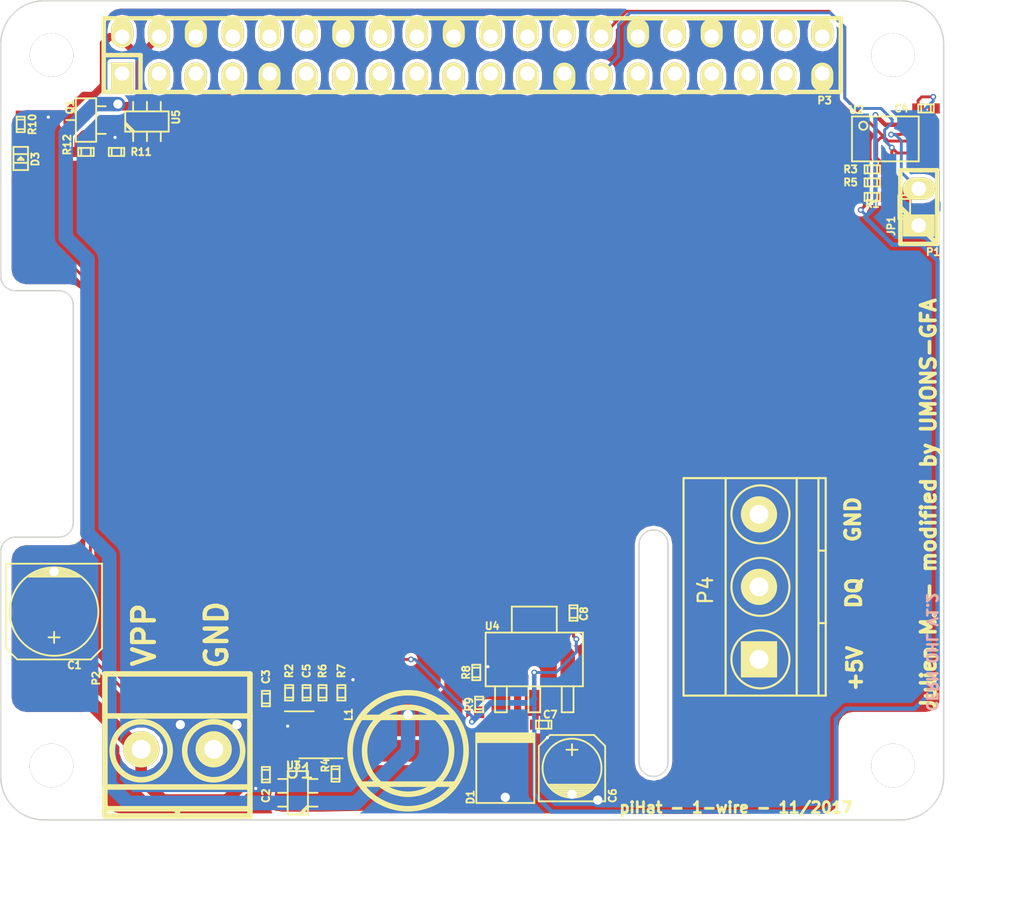
<source format=kicad_pcb>
(kicad_pcb (version 4) (host pcbnew 4.0.2+dfsg1-stable)

  (general
    (links 83)
    (no_connects 0)
    (area 104.1025 69.0525 177.679167 136.400001)
    (thickness 1.6)
    (drawings 32)
    (tracks 326)
    (zones 0)
    (modules 38)
    (nets 46)
  )

  (page A4)
  (title_block
    (title "Raspberry Pi piHat - 1-Wire")
    (date 2017-11-06)
    (rev 0.1)
    (company UMONS-GFA)
    (comment 2 "License: CERN OHL V1.2")
  )

  (layers
    (0 F.Cu signal)
    (31 B.Cu signal)
    (32 B.Adhes user)
    (33 F.Adhes user hide)
    (34 B.Paste user)
    (35 F.Paste user)
    (36 B.SilkS user)
    (37 F.SilkS user)
    (38 B.Mask user)
    (39 F.Mask user)
    (40 Dwgs.User user)
    (41 Cmts.User user)
    (42 Eco1.User user)
    (43 Eco2.User user)
    (44 Edge.Cuts user)
    (45 Margin user)
    (46 B.CrtYd user)
    (47 F.CrtYd user)
    (48 B.Fab user)
    (49 F.Fab user)
  )

  (setup
    (last_trace_width 0.2)
    (user_trace_width 0.1)
    (user_trace_width 0.2)
    (user_trace_width 0.3)
    (user_trace_width 0.4)
    (user_trace_width 0.5)
    (user_trace_width 0.6)
    (user_trace_width 0.8)
    (user_trace_width 1)
    (trace_clearance 0.15)
    (zone_clearance 0.23)
    (zone_45_only no)
    (trace_min 0.1)
    (segment_width 0.2)
    (edge_width 0.1)
    (via_size 0.889)
    (via_drill 0.635)
    (via_min_size 0.26)
    (via_min_drill 0.16)
    (user_via 0.4 0.22)
    (user_via 1.5 0.8)
    (uvia_size 0.508)
    (uvia_drill 0.127)
    (uvias_allowed no)
    (uvia_min_size 0.508)
    (uvia_min_drill 0.127)
    (pcb_text_width 0.3)
    (pcb_text_size 1.5 1.5)
    (mod_edge_width 0.15)
    (mod_text_size 1 1)
    (mod_text_width 0.15)
    (pad_size 1.625 1.625)
    (pad_drill 0)
    (pad_to_mask_clearance 0)
    (aux_axis_origin 0 0)
    (grid_origin 211.1 101.7)
    (visible_elements 7FFFFF7F)
    (pcbplotparams
      (layerselection 0x010f0_80000001)
      (usegerberextensions false)
      (excludeedgelayer true)
      (linewidth 0.100000)
      (plotframeref false)
      (viasonmask false)
      (mode 1)
      (useauxorigin false)
      (hpglpennumber 1)
      (hpglpenspeed 20)
      (hpglpendiameter 15)
      (hpglpenoverlay 2)
      (psnegative false)
      (psa4output false)
      (plotreference true)
      (plotvalue true)
      (plotinvisibletext false)
      (padsonsilk false)
      (subtractmaskfromsilk false)
      (outputformat 1)
      (mirror false)
      (drillshape 0)
      (scaleselection 1)
      (outputdirectory /home/mangokid/Desktop/hat_gerber/))
  )

  (net 0 "")
  (net 1 GND)
  (net 2 "/Back Power Protection/5V_MCU")
  (net 3 +3V3)
  (net 4 +24V)
  (net 5 +5V)
  (net 6 "Net-(C3-Pad2)")
  (net 7 "Net-(C5-Pad2)")
  (net 8 "Net-(D1-Pad2)")
  (net 9 "Net-(D3-Pad2)")
  (net 10 "Net-(JP1-Pad1)")
  (net 11 "Net-(P3-Pad27)")
  (net 12 "Net-(P3-Pad28)")
  (net 13 "Net-(Q1-Pad1)")
  (net 14 "Net-(R4-Pad2)")
  (net 15 "Net-(R8-Pad1)")
  (net 16 "Net-(R11-Pad1)")
  (net 17 "Net-(U1-Pad3)")
  (net 18 "Net-(U1-Pad7)")
  (net 19 "Net-(P3-Pad1)")
  (net 20 "Net-(P3-Pad3)")
  (net 21 "Net-(P3-Pad5)")
  (net 22 "Net-(P3-Pad7)")
  (net 23 "Net-(P3-Pad8)")
  (net 24 "Net-(P3-Pad10)")
  (net 25 "Net-(P3-Pad11)")
  (net 26 "Net-(P3-Pad12)")
  (net 27 "Net-(P3-Pad13)")
  (net 28 "Net-(P3-Pad15)")
  (net 29 "Net-(P3-Pad16)")
  (net 30 "Net-(P3-Pad17)")
  (net 31 "Net-(P3-Pad18)")
  (net 32 "Net-(P3-Pad19)")
  (net 33 "Net-(P3-Pad21)")
  (net 34 "Net-(P3-Pad22)")
  (net 35 "Net-(P3-Pad23)")
  (net 36 "Net-(P3-Pad24)")
  (net 37 "Net-(P3-Pad26)")
  (net 38 "Net-(P3-Pad29)")
  (net 39 "Net-(P3-Pad31)")
  (net 40 "Net-(P3-Pad32)")
  (net 41 "Net-(P3-Pad33)")
  (net 42 "Net-(P3-Pad35)")
  (net 43 "Net-(P3-Pad36)")
  (net 44 "Net-(P3-Pad37)")
  (net 45 "Net-(P3-Pad40)")

  (net_class Default "This is the default net class."
    (clearance 0.15)
    (trace_width 0.2)
    (via_dia 0.889)
    (via_drill 0.635)
    (uvia_dia 0.508)
    (uvia_drill 0.127)
    (add_net +24V)
    (add_net +3V3)
    (add_net +5V)
    (add_net "/Back Power Protection/5V_MCU")
    (add_net GND)
    (add_net "Net-(C3-Pad2)")
    (add_net "Net-(C5-Pad2)")
    (add_net "Net-(D1-Pad2)")
    (add_net "Net-(D3-Pad2)")
    (add_net "Net-(JP1-Pad1)")
    (add_net "Net-(P3-Pad1)")
    (add_net "Net-(P3-Pad10)")
    (add_net "Net-(P3-Pad11)")
    (add_net "Net-(P3-Pad12)")
    (add_net "Net-(P3-Pad13)")
    (add_net "Net-(P3-Pad15)")
    (add_net "Net-(P3-Pad16)")
    (add_net "Net-(P3-Pad17)")
    (add_net "Net-(P3-Pad18)")
    (add_net "Net-(P3-Pad19)")
    (add_net "Net-(P3-Pad21)")
    (add_net "Net-(P3-Pad22)")
    (add_net "Net-(P3-Pad23)")
    (add_net "Net-(P3-Pad24)")
    (add_net "Net-(P3-Pad26)")
    (add_net "Net-(P3-Pad27)")
    (add_net "Net-(P3-Pad28)")
    (add_net "Net-(P3-Pad29)")
    (add_net "Net-(P3-Pad3)")
    (add_net "Net-(P3-Pad31)")
    (add_net "Net-(P3-Pad32)")
    (add_net "Net-(P3-Pad33)")
    (add_net "Net-(P3-Pad35)")
    (add_net "Net-(P3-Pad36)")
    (add_net "Net-(P3-Pad37)")
    (add_net "Net-(P3-Pad40)")
    (add_net "Net-(P3-Pad5)")
    (add_net "Net-(P3-Pad7)")
    (add_net "Net-(P3-Pad8)")
    (add_net "Net-(Q1-Pad1)")
    (add_net "Net-(R11-Pad1)")
    (add_net "Net-(R4-Pad2)")
    (add_net "Net-(R8-Pad1)")
    (add_net "Net-(U1-Pad3)")
    (add_net "Net-(U1-Pad7)")
  )

  (module w_pin_strip:pin_socket_20x2 (layer F.Cu) (tedit 567B9DD9) (tstamp 5509D7DA)
    (at 137.42 74.82)
    (descr "Pin socket 20x2pin")
    (tags "CONN DEV")
    (path /54E92361)
    (fp_text reference P3 (at 24.29 3.13) (layer F.SilkS)
      (effects (font (size 0.5 0.5) (thickness 0.125)))
    )
    (fp_text value Raspberry_Pi_+_Conn (at 0 -5.08) (layer F.SilkS) hide
      (effects (font (size 0.5 0.5) (thickness 0.125)))
    )
    (fp_line (start 25.4 2.54) (end -25.4 2.54) (layer F.SilkS) (width 0.3048))
    (fp_line (start -25.4 -2.54) (end 25.4 -2.54) (layer F.SilkS) (width 0.3048))
    (fp_line (start -25.4 0) (end -22.86 0) (layer F.SilkS) (width 0.3048))
    (fp_line (start -22.86 0) (end -22.86 2.54) (layer F.SilkS) (width 0.3048))
    (fp_line (start -25.4 -2.54) (end -25.4 2.54) (layer F.SilkS) (width 0.3048))
    (fp_line (start 25.4 2.54) (end 25.4 -2.54) (layer F.SilkS) (width 0.3048))
    (pad 1 thru_hole rect (at -24.13 1.27) (size 1.524 1.99898) (drill 1.00076 (offset 0 0.24892)) (layers *.Cu *.Mask F.SilkS)
      (net 19 "Net-(P3-Pad1)"))
    (pad 2 thru_hole oval (at -24.13 -1.27) (size 1.524 1.99898) (drill 1.00076 (offset 0 -0.24892)) (layers *.Cu *.Mask F.SilkS)
      (net 2 "/Back Power Protection/5V_MCU"))
    (pad 3 thru_hole oval (at -21.59 1.27) (size 1.524 1.99898) (drill 1.00076 (offset 0 0.24892)) (layers *.Cu *.Mask F.SilkS)
      (net 20 "Net-(P3-Pad3)"))
    (pad 4 thru_hole oval (at -21.59 -1.27) (size 1.524 1.99898) (drill 1.00076 (offset 0 -0.24892)) (layers *.Cu *.Mask F.SilkS)
      (net 2 "/Back Power Protection/5V_MCU"))
    (pad 5 thru_hole oval (at -19.05 1.27) (size 1.524 1.99898) (drill 1.00076 (offset 0 0.24892)) (layers *.Cu *.Mask F.SilkS)
      (net 21 "Net-(P3-Pad5)"))
    (pad 6 thru_hole oval (at -19.05 -1.27) (size 1.524 1.99898) (drill 1.00076 (offset 0 -0.24892)) (layers *.Cu *.Mask F.SilkS)
      (net 1 GND))
    (pad 7 thru_hole oval (at -16.51 1.27) (size 1.524 1.99898) (drill 1.00076 (offset 0 0.24892)) (layers *.Cu *.Mask F.SilkS)
      (net 22 "Net-(P3-Pad7)"))
    (pad 8 thru_hole oval (at -16.51 -1.27) (size 1.524 1.99898) (drill 1.00076 (offset 0 -0.24892)) (layers *.Cu *.Mask F.SilkS)
      (net 23 "Net-(P3-Pad8)"))
    (pad 9 thru_hole oval (at -13.97 1.27) (size 1.524 1.99898) (drill 1.00076 (offset 0 0.24892)) (layers *.Cu *.Mask F.SilkS)
      (net 1 GND))
    (pad 10 thru_hole oval (at -13.97 -1.27) (size 1.524 1.99898) (drill 1.00076 (offset 0 -0.24892)) (layers *.Cu *.Mask F.SilkS)
      (net 24 "Net-(P3-Pad10)"))
    (pad 11 thru_hole oval (at -11.43 1.27) (size 1.524 1.99898) (drill 1.00076 (offset 0 0.24892)) (layers *.Cu *.Mask F.SilkS)
      (net 25 "Net-(P3-Pad11)"))
    (pad 12 thru_hole oval (at -11.43 -1.27) (size 1.524 1.99898) (drill 1.00076 (offset 0 -0.24892)) (layers *.Cu *.Mask F.SilkS)
      (net 26 "Net-(P3-Pad12)"))
    (pad 13 thru_hole oval (at -8.89 1.27) (size 1.524 1.99898) (drill 1.00076 (offset 0 0.24892)) (layers *.Cu *.Mask F.SilkS)
      (net 27 "Net-(P3-Pad13)"))
    (pad 14 thru_hole oval (at -8.89 -1.27) (size 1.524 1.99898) (drill 1.00076 (offset 0 -0.24892)) (layers *.Cu *.Mask F.SilkS)
      (net 1 GND))
    (pad 15 thru_hole oval (at -6.35 1.27) (size 1.524 1.99898) (drill 1.00076 (offset 0 0.24892)) (layers *.Cu *.Mask F.SilkS)
      (net 28 "Net-(P3-Pad15)"))
    (pad 16 thru_hole oval (at -6.35 -1.27) (size 1.524 1.99898) (drill 1.00076 (offset 0 -0.24892)) (layers *.Cu *.Mask F.SilkS)
      (net 29 "Net-(P3-Pad16)"))
    (pad 17 thru_hole oval (at -3.81 1.27) (size 1.524 1.99898) (drill 1.00076 (offset 0 0.24892)) (layers *.Cu *.Mask F.SilkS)
      (net 30 "Net-(P3-Pad17)"))
    (pad 18 thru_hole oval (at -3.81 -1.27) (size 1.524 1.99898) (drill 1.00076 (offset 0 -0.24892)) (layers *.Cu *.Mask F.SilkS)
      (net 31 "Net-(P3-Pad18)"))
    (pad 19 thru_hole oval (at -1.27 1.27) (size 1.524 1.99898) (drill 1.00076 (offset 0 0.24892)) (layers *.Cu *.Mask F.SilkS)
      (net 32 "Net-(P3-Pad19)"))
    (pad 20 thru_hole oval (at -1.27 -1.27) (size 1.524 1.99898) (drill 1.00076 (offset 0 -0.24892)) (layers *.Cu *.Mask F.SilkS)
      (net 1 GND))
    (pad 21 thru_hole oval (at 1.27 1.27) (size 1.524 1.99898) (drill 1.00076 (offset 0 0.24892)) (layers *.Cu *.Mask F.SilkS)
      (net 33 "Net-(P3-Pad21)"))
    (pad 22 thru_hole oval (at 1.27 -1.27) (size 1.524 1.99898) (drill 1.00076 (offset 0 -0.24892)) (layers *.Cu *.Mask F.SilkS)
      (net 34 "Net-(P3-Pad22)"))
    (pad 23 thru_hole oval (at 3.81 1.27) (size 1.524 1.99898) (drill 1.00076 (offset 0 0.24892)) (layers *.Cu *.Mask F.SilkS)
      (net 35 "Net-(P3-Pad23)"))
    (pad 24 thru_hole oval (at 3.81 -1.27) (size 1.524 1.99898) (drill 1.00076 (offset 0 -0.24892)) (layers *.Cu *.Mask F.SilkS)
      (net 36 "Net-(P3-Pad24)"))
    (pad 25 thru_hole oval (at 6.35 1.27) (size 1.524 1.99898) (drill 1.00076 (offset 0 0.24892)) (layers *.Cu *.Mask F.SilkS)
      (net 1 GND))
    (pad 26 thru_hole oval (at 6.35 -1.27) (size 1.524 1.99898) (drill 1.00076 (offset 0 -0.24892)) (layers *.Cu *.Mask F.SilkS)
      (net 37 "Net-(P3-Pad26)"))
    (pad 27 thru_hole oval (at 8.89 1.27) (size 1.524 1.99898) (drill 1.00076 (offset 0 0.24892)) (layers *.Cu *.Mask F.SilkS)
      (net 11 "Net-(P3-Pad27)"))
    (pad 28 thru_hole oval (at 8.89 -1.27) (size 1.524 1.99898) (drill 1.00076 (offset 0 -0.24892)) (layers *.Cu *.Mask F.SilkS)
      (net 12 "Net-(P3-Pad28)"))
    (pad 29 thru_hole oval (at 11.43 1.27) (size 1.524 1.99898) (drill 1.00076 (offset 0 0.24892)) (layers *.Cu *.Mask F.SilkS)
      (net 38 "Net-(P3-Pad29)"))
    (pad 30 thru_hole oval (at 11.43 -1.27) (size 1.524 1.99898) (drill 1.00076 (offset 0 -0.24892)) (layers *.Cu *.Mask F.SilkS)
      (net 1 GND))
    (pad 31 thru_hole oval (at 13.97 1.27) (size 1.524 1.99898) (drill 1.00076 (offset 0 0.24892)) (layers *.Cu *.Mask F.SilkS)
      (net 39 "Net-(P3-Pad31)"))
    (pad 32 thru_hole oval (at 13.97 -1.27) (size 1.524 1.99898) (drill 1.00076 (offset 0 -0.24892)) (layers *.Cu *.Mask F.SilkS)
      (net 40 "Net-(P3-Pad32)"))
    (pad 33 thru_hole oval (at 16.51 1.27) (size 1.524 1.99898) (drill 1.00076 (offset 0 0.24892)) (layers *.Cu *.Mask F.SilkS)
      (net 41 "Net-(P3-Pad33)"))
    (pad 34 thru_hole oval (at 16.51 -1.27) (size 1.524 1.99898) (drill 1.00076 (offset 0 -0.24892)) (layers *.Cu *.Mask F.SilkS)
      (net 1 GND))
    (pad 35 thru_hole oval (at 19.05 1.27) (size 1.524 1.99898) (drill 1.00076 (offset 0 0.24892)) (layers *.Cu *.Mask F.SilkS)
      (net 42 "Net-(P3-Pad35)"))
    (pad 36 thru_hole oval (at 19.05 -1.27) (size 1.524 1.99898) (drill 1.00076 (offset 0 -0.24892)) (layers *.Cu *.Mask F.SilkS)
      (net 43 "Net-(P3-Pad36)"))
    (pad 37 thru_hole oval (at 21.59 1.27) (size 1.524 1.99898) (drill 1.00076 (offset 0 0.24892)) (layers *.Cu *.Mask F.SilkS)
      (net 44 "Net-(P3-Pad37)"))
    (pad 38 thru_hole oval (at 21.59 -1.27) (size 1.524 1.99898) (drill 1.00076 (offset 0 -0.24892)) (layers *.Cu *.Mask F.SilkS))
    (pad 39 thru_hole oval (at 24.13 1.27) (size 1.524 1.99898) (drill 1.00076 (offset 0 0.24892)) (layers *.Cu *.Mask F.SilkS)
      (net 1 GND))
    (pad 40 thru_hole oval (at 24.13 -1.27) (size 1.524 1.99898) (drill 1.00076 (offset 0 -0.24892)) (layers *.Cu *.Mask F.SilkS)
      (net 45 "Net-(P3-Pad40)"))
    (model walter/pin_strip/pin_socket_20x2.wrl
      (at (xyz 0 0 0))
      (scale (xyz 1 1 1))
      (rotate (xyz 0 0 0))
    )
  )

  (module Mounting_Holes:MountingHole_3mm locked (layer F.Cu) (tedit 5509CE9A) (tstamp 5509D3BE)
    (at 166.42 74.82)
    (descr "Mounting hole, Befestigungsbohrung, 3mm, No Annular, Kein Restring,")
    (tags "Mounting hole, Befestigungsbohrung, 3mm, No Annular, Kein Restring,")
    (fp_text reference REF** (at 0 -4.0005) (layer F.SilkS) hide
      (effects (font (size 0.5 0.5) (thickness 0.125)))
    )
    (fp_text value MountingHole_3mm (at 1.00076 5.00126) (layer F.Fab) hide
      (effects (font (size 0.5 0.5) (thickness 0.125)))
    )
    (fp_circle (center 0 0) (end 2.99974 0) (layer Cmts.User) (width 0.381))
    (pad 1 thru_hole circle (at 0 0) (size 2.99974 2.99974) (drill 2.99974) (layers))
  )

  (module Mounting_Holes:MountingHole_3mm locked (layer F.Cu) (tedit 5509CEA9) (tstamp 5509D3C4)
    (at 166.42 123.82)
    (descr "Mounting hole, Befestigungsbohrung, 3mm, No Annular, Kein Restring,")
    (tags "Mounting hole, Befestigungsbohrung, 3mm, No Annular, Kein Restring,")
    (fp_text reference REF** (at 0 -4.0005) (layer F.SilkS) hide
      (effects (font (size 0.5 0.5) (thickness 0.125)))
    )
    (fp_text value MountingHole_3mm (at 1.00076 5.00126) (layer F.Fab) hide
      (effects (font (size 0.5 0.5) (thickness 0.125)))
    )
    (fp_circle (center 0 0) (end 2.99974 0) (layer Cmts.User) (width 0.381))
    (pad 1 thru_hole circle (at 0 0) (size 2.99974 2.99974) (drill 2.99974) (layers))
  )

  (module Mounting_Holes:MountingHole_3mm locked (layer F.Cu) (tedit 5509CEA3) (tstamp 5509D3C2)
    (at 108.42 123.82)
    (descr "Mounting hole, Befestigungsbohrung, 3mm, No Annular, Kein Restring,")
    (tags "Mounting hole, Befestigungsbohrung, 3mm, No Annular, Kein Restring,")
    (fp_text reference REF** (at 0 -4.0005) (layer F.SilkS) hide
      (effects (font (size 0.5 0.5) (thickness 0.125)))
    )
    (fp_text value MountingHole_3mm (at 1.00076 5.00126) (layer F.Fab) hide
      (effects (font (size 0.5 0.5) (thickness 0.125)))
    )
    (fp_circle (center 0 0) (end 2.99974 0) (layer Cmts.User) (width 0.381))
    (pad 1 thru_hole circle (at 0 0) (size 2.99974 2.99974) (drill 2.99974) (layers))
  )

  (module Mounting_Holes:MountingHole_3mm locked (layer F.Cu) (tedit 5509CE9D) (tstamp 5509D3C0)
    (at 108.42 74.82)
    (descr "Mounting hole, Befestigungsbohrung, 3mm, No Annular, Kein Restring,")
    (tags "Mounting hole, Befestigungsbohrung, 3mm, No Annular, Kein Restring,")
    (fp_text reference REF** (at 0 -4.0005) (layer F.SilkS) hide
      (effects (font (size 0.5 0.5) (thickness 0.125)))
    )
    (fp_text value MountingHole_3mm (at 1.00076 5.00126) (layer F.Fab) hide
      (effects (font (size 0.5 0.5) (thickness 0.125)))
    )
    (fp_circle (center 0 0) (end 2.99974 0) (layer Cmts.User) (width 0.381))
    (pad 1 thru_hole circle (at 0 0) (size 2.99974 2.99974) (drill 2.99974) (layers))
  )

  (module w_smd_cap:c_elec_6.3x7.7 (layer F.Cu) (tedit 0) (tstamp 567BAADB)
    (at 108.6 113.2 270)
    (descr "SMT capacitor, aluminium electrolytic, 6.3x7.7")
    (path /54E990D4)
    (fp_text reference C1 (at 3.7 -1.4 360) (layer F.SilkS)
      (effects (font (size 0.5 0.5) (thickness 0.125)))
    )
    (fp_text value 50uf/50v (at 0 3.81 270) (layer F.SilkS) hide
      (effects (font (size 0.5 0.5) (thickness 0.125)))
    )
    (fp_line (start -2.921 -0.762) (end -2.921 0.762) (layer F.SilkS) (width 0.127))
    (fp_line (start -2.794 1.143) (end -2.794 -1.143) (layer F.SilkS) (width 0.127))
    (fp_line (start -2.667 -1.397) (end -2.667 1.397) (layer F.SilkS) (width 0.127))
    (fp_line (start -2.54 1.651) (end -2.54 -1.651) (layer F.SilkS) (width 0.127))
    (fp_line (start -2.413 -1.778) (end -2.413 1.778) (layer F.SilkS) (width 0.127))
    (fp_circle (center 0 0) (end -3.048 0) (layer F.SilkS) (width 0.127))
    (fp_line (start -3.302 -3.302) (end -3.302 3.302) (layer F.SilkS) (width 0.127))
    (fp_line (start -3.302 3.302) (end 2.54 3.302) (layer F.SilkS) (width 0.127))
    (fp_line (start 2.54 3.302) (end 3.302 2.54) (layer F.SilkS) (width 0.127))
    (fp_line (start 3.302 2.54) (end 3.302 -2.54) (layer F.SilkS) (width 0.127))
    (fp_line (start 3.302 -2.54) (end 2.54 -3.302) (layer F.SilkS) (width 0.127))
    (fp_line (start 2.54 -3.302) (end -3.302 -3.302) (layer F.SilkS) (width 0.127))
    (fp_line (start 2.159 0) (end 1.397 0) (layer F.SilkS) (width 0.127))
    (fp_line (start 1.778 -0.381) (end 1.778 0.381) (layer F.SilkS) (width 0.127))
    (pad 1 smd rect (at 2.75082 0 270) (size 3.59918 1.6002) (layers F.Cu F.Paste F.Mask)
      (net 4 +24V))
    (pad 2 smd rect (at -2.75082 0 270) (size 3.59918 1.6002) (layers F.Cu F.Paste F.Mask)
      (net 1 GND))
    (model walter/smd_cap/c_elec_6_3x7_7.wrl
      (at (xyz 0 0 0))
      (scale (xyz 1 1 1))
      (rotate (xyz 0 0 0))
    )
  )

  (module w_smd_cap:c_0402 (layer F.Cu) (tedit 0) (tstamp 567BAAE7)
    (at 123.2 124.44864 90)
    (descr "SMT capacitor, 0402")
    (path /54E98A38)
    (fp_text reference C2 (at -1.45136 0 90) (layer F.SilkS)
      (effects (font (size 0.5 0.5) (thickness 0.125)))
    )
    (fp_text value 0.1uf (at 0 0.4826 90) (layer F.SilkS) hide
      (effects (font (size 0.5 0.5) (thickness 0.125)))
    )
    (fp_line (start 0.3302 -0.2794) (end 0.3302 0.2794) (layer F.SilkS) (width 0.127))
    (fp_line (start -0.3302 -0.2794) (end -0.3302 0.2794) (layer F.SilkS) (width 0.127))
    (fp_line (start -0.5334 -0.2794) (end -0.5334 0.2794) (layer F.SilkS) (width 0.127))
    (fp_line (start -0.5334 0.2794) (end 0.5334 0.2794) (layer F.SilkS) (width 0.127))
    (fp_line (start 0.5334 0.2794) (end 0.5334 -0.2794) (layer F.SilkS) (width 0.127))
    (fp_line (start 0.5334 -0.2794) (end -0.5334 -0.2794) (layer F.SilkS) (width 0.127))
    (pad 1 smd rect (at 0.54864 0 90) (size 0.8001 0.6985) (layers F.Cu F.Paste F.Mask)
      (net 4 +24V))
    (pad 2 smd rect (at -0.54864 0 90) (size 0.8001 0.6985) (layers F.Cu F.Paste F.Mask)
      (net 1 GND))
    (model walter/smd_cap/c_0402.wrl
      (at (xyz 0 0 0))
      (scale (xyz 1 1 1))
      (rotate (xyz 0 0 0))
    )
  )

  (module w_smd_cap:c_0402 (layer F.Cu) (tedit 0) (tstamp 567BAAF3)
    (at 123.2 119.2 90)
    (descr "SMT capacitor, 0402")
    (path /54E992BB)
    (fp_text reference C3 (at 1.5 0 90) (layer F.SilkS)
      (effects (font (size 0.5 0.5) (thickness 0.125)))
    )
    (fp_text value 1nf (at 0 0.4826 90) (layer F.SilkS) hide
      (effects (font (size 0.5 0.5) (thickness 0.125)))
    )
    (fp_line (start 0.3302 -0.2794) (end 0.3302 0.2794) (layer F.SilkS) (width 0.127))
    (fp_line (start -0.3302 -0.2794) (end -0.3302 0.2794) (layer F.SilkS) (width 0.127))
    (fp_line (start -0.5334 -0.2794) (end -0.5334 0.2794) (layer F.SilkS) (width 0.127))
    (fp_line (start -0.5334 0.2794) (end 0.5334 0.2794) (layer F.SilkS) (width 0.127))
    (fp_line (start 0.5334 0.2794) (end 0.5334 -0.2794) (layer F.SilkS) (width 0.127))
    (fp_line (start 0.5334 -0.2794) (end -0.5334 -0.2794) (layer F.SilkS) (width 0.127))
    (pad 1 smd rect (at 0.54864 0 90) (size 0.8001 0.6985) (layers F.Cu F.Paste F.Mask)
      (net 4 +24V))
    (pad 2 smd rect (at -0.54864 0 90) (size 0.8001 0.6985) (layers F.Cu F.Paste F.Mask)
      (net 6 "Net-(C3-Pad2)"))
    (model walter/smd_cap/c_0402.wrl
      (at (xyz 0 0 0))
      (scale (xyz 1 1 1))
      (rotate (xyz 0 0 0))
    )
  )

  (module w_smd_cap:c_0402 (layer F.Cu) (tedit 0) (tstamp 567BAAFF)
    (at 168.7 78.5)
    (descr "SMT capacitor, 0402")
    (path /551D5AC8)
    (fp_text reference C4 (at -1.7 0) (layer F.SilkS)
      (effects (font (size 0.5 0.5) (thickness 0.125)))
    )
    (fp_text value 0.1uf (at 0 0.4826) (layer F.SilkS) hide
      (effects (font (size 0.5 0.5) (thickness 0.125)))
    )
    (fp_line (start 0.3302 -0.2794) (end 0.3302 0.2794) (layer F.SilkS) (width 0.127))
    (fp_line (start -0.3302 -0.2794) (end -0.3302 0.2794) (layer F.SilkS) (width 0.127))
    (fp_line (start -0.5334 -0.2794) (end -0.5334 0.2794) (layer F.SilkS) (width 0.127))
    (fp_line (start -0.5334 0.2794) (end 0.5334 0.2794) (layer F.SilkS) (width 0.127))
    (fp_line (start 0.5334 0.2794) (end 0.5334 -0.2794) (layer F.SilkS) (width 0.127))
    (fp_line (start 0.5334 -0.2794) (end -0.5334 -0.2794) (layer F.SilkS) (width 0.127))
    (pad 1 smd rect (at 0.54864 0) (size 0.8001 0.6985) (layers F.Cu F.Paste F.Mask)
      (net 3 +3V3))
    (pad 2 smd rect (at -0.54864 0) (size 0.8001 0.6985) (layers F.Cu F.Paste F.Mask)
      (net 1 GND))
    (model walter/smd_cap/c_0402.wrl
      (at (xyz 0 0 0))
      (scale (xyz 1 1 1))
      (rotate (xyz 0 0 0))
    )
  )

  (module w_smd_cap:c_0402 (layer F.Cu) (tedit 0) (tstamp 567BAB0B)
    (at 126 118.8 90)
    (descr "SMT capacitor, 0402")
    (path /54EE7CB1)
    (fp_text reference C5 (at 1.5 0 90) (layer F.SilkS)
      (effects (font (size 0.5 0.5) (thickness 0.125)))
    )
    (fp_text value 0.1uf (at 0 0.4826 90) (layer F.SilkS) hide
      (effects (font (size 0.5 0.5) (thickness 0.125)))
    )
    (fp_line (start 0.3302 -0.2794) (end 0.3302 0.2794) (layer F.SilkS) (width 0.127))
    (fp_line (start -0.3302 -0.2794) (end -0.3302 0.2794) (layer F.SilkS) (width 0.127))
    (fp_line (start -0.5334 -0.2794) (end -0.5334 0.2794) (layer F.SilkS) (width 0.127))
    (fp_line (start -0.5334 0.2794) (end 0.5334 0.2794) (layer F.SilkS) (width 0.127))
    (fp_line (start 0.5334 0.2794) (end 0.5334 -0.2794) (layer F.SilkS) (width 0.127))
    (fp_line (start 0.5334 -0.2794) (end -0.5334 -0.2794) (layer F.SilkS) (width 0.127))
    (pad 1 smd rect (at 0.54864 0 90) (size 0.8001 0.6985) (layers F.Cu F.Paste F.Mask)
      (net 5 +5V))
    (pad 2 smd rect (at -0.54864 0 90) (size 0.8001 0.6985) (layers F.Cu F.Paste F.Mask)
      (net 7 "Net-(C5-Pad2)"))
    (model walter/smd_cap/c_0402.wrl
      (at (xyz 0 0 0))
      (scale (xyz 1 1 1))
      (rotate (xyz 0 0 0))
    )
  )

  (module w_smd_cap:c_elec_4x5.3 (layer F.Cu) (tedit 0) (tstamp 567BAB22)
    (at 144.3 124 90)
    (descr "SMT capacitor, aluminium electrolytic, 4x5.3")
    (path /54F356B7)
    (fp_text reference C6 (at -1.9 2.8 90) (layer F.SilkS)
      (effects (font (size 0.5 0.5) (thickness 0.125)))
    )
    (fp_text value 10uf/6.3V (at 0 2.794 90) (layer F.SilkS) hide
      (effects (font (size 0.5 0.5) (thickness 0.125)))
    )
    (fp_line (start 1.651 0) (end 0.889 0) (layer F.SilkS) (width 0.127))
    (fp_line (start 1.27 -0.381) (end 1.27 0.381) (layer F.SilkS) (width 0.127))
    (fp_line (start 1.524 2.286) (end -2.286 2.286) (layer F.SilkS) (width 0.127))
    (fp_line (start 2.286 -1.524) (end 2.286 1.524) (layer F.SilkS) (width 0.127))
    (fp_line (start 1.524 2.286) (end 2.286 1.524) (layer F.SilkS) (width 0.127))
    (fp_line (start 1.524 -2.286) (end -2.286 -2.286) (layer F.SilkS) (width 0.127))
    (fp_line (start 1.524 -2.286) (end 2.286 -1.524) (layer F.SilkS) (width 0.127))
    (fp_line (start -2.032 0.127) (end -2.032 -0.127) (layer F.SilkS) (width 0.127))
    (fp_line (start -1.905 -0.635) (end -1.905 0.635) (layer F.SilkS) (width 0.127))
    (fp_line (start -1.778 0.889) (end -1.778 -0.889) (layer F.SilkS) (width 0.127))
    (fp_line (start -1.651 1.143) (end -1.651 -1.143) (layer F.SilkS) (width 0.127))
    (fp_line (start -1.524 -1.27) (end -1.524 1.27) (layer F.SilkS) (width 0.127))
    (fp_line (start -1.397 1.397) (end -1.397 -1.397) (layer F.SilkS) (width 0.127))
    (fp_line (start -1.27 -1.524) (end -1.27 1.524) (layer F.SilkS) (width 0.127))
    (fp_line (start -1.143 -1.651) (end -1.143 1.651) (layer F.SilkS) (width 0.127))
    (fp_circle (center 0 0) (end -2.032 0) (layer F.SilkS) (width 0.127))
    (fp_line (start -2.286 -2.286) (end -2.286 2.286) (layer F.SilkS) (width 0.127))
    (pad 1 smd rect (at 1.80086 0 90) (size 2.60096 1.6002) (layers F.Cu F.Paste F.Mask)
      (net 5 +5V))
    (pad 2 smd rect (at -1.80086 0 90) (size 2.60096 1.6002) (layers F.Cu F.Paste F.Mask)
      (net 1 GND))
    (model walter/smd_cap/c_elec_4x5_3.wrl
      (at (xyz 0 0 0))
      (scale (xyz 1 1 1))
      (rotate (xyz 0 0 0))
    )
  )

  (module w_smd_cap:c_0402 (layer F.Cu) (tedit 0) (tstamp 567BAB2E)
    (at 142.34864 121 180)
    (descr "SMT capacitor, 0402")
    (path /54EE8291)
    (fp_text reference C7 (at -0.45136 0.7 180) (layer F.SilkS)
      (effects (font (size 0.5 0.5) (thickness 0.125)))
    )
    (fp_text value 0.1uf (at 0 0.4826 180) (layer F.SilkS) hide
      (effects (font (size 0.5 0.5) (thickness 0.125)))
    )
    (fp_line (start 0.3302 -0.2794) (end 0.3302 0.2794) (layer F.SilkS) (width 0.127))
    (fp_line (start -0.3302 -0.2794) (end -0.3302 0.2794) (layer F.SilkS) (width 0.127))
    (fp_line (start -0.5334 -0.2794) (end -0.5334 0.2794) (layer F.SilkS) (width 0.127))
    (fp_line (start -0.5334 0.2794) (end 0.5334 0.2794) (layer F.SilkS) (width 0.127))
    (fp_line (start 0.5334 0.2794) (end 0.5334 -0.2794) (layer F.SilkS) (width 0.127))
    (fp_line (start 0.5334 -0.2794) (end -0.5334 -0.2794) (layer F.SilkS) (width 0.127))
    (pad 1 smd rect (at 0.54864 0 180) (size 0.8001 0.6985) (layers F.Cu F.Paste F.Mask)
      (net 3 +3V3))
    (pad 2 smd rect (at -0.54864 0 180) (size 0.8001 0.6985) (layers F.Cu F.Paste F.Mask)
      (net 1 GND))
    (model walter/smd_cap/c_0402.wrl
      (at (xyz 0 0 0))
      (scale (xyz 1 1 1))
      (rotate (xyz 0 0 0))
    )
  )

  (module w_smd_diode:do214aa (layer F.Cu) (tedit 0) (tstamp 567BAB55)
    (at 139.7 124 90)
    (descr DO214AA)
    (path /54E9A29D)
    (fp_text reference D1 (at -2 -2.4 90) (layer F.SilkS)
      (effects (font (size 0.5 0.5) (thickness 0.125)))
    )
    (fp_text value DIODESCH (at 0 2.49936 90) (layer F.SilkS) hide
      (effects (font (size 0.5 0.5) (thickness 0.125)))
    )
    (fp_line (start 2.30124 -1.99898) (end 2.30124 1.99898) (layer F.SilkS) (width 0.127))
    (fp_line (start 2.19964 1.99898) (end 2.19964 -1.99898) (layer F.SilkS) (width 0.127))
    (fp_line (start 2.10058 -1.99898) (end 2.10058 1.99898) (layer F.SilkS) (width 0.127))
    (fp_line (start 1.99898 1.99898) (end 1.99898 -1.99898) (layer F.SilkS) (width 0.127))
    (fp_line (start 1.89992 -1.99898) (end 1.89992 1.99898) (layer F.SilkS) (width 0.127))
    (fp_line (start 1.80086 -1.99898) (end 1.80086 1.99898) (layer F.SilkS) (width 0.127))
    (fp_line (start 2.4003 -1.99898) (end 2.4003 1.99898) (layer F.SilkS) (width 0.127))
    (fp_line (start 2.4003 1.99898) (end -2.4003 1.99898) (layer F.SilkS) (width 0.127))
    (fp_line (start -2.4003 1.99898) (end -2.4003 -1.99898) (layer F.SilkS) (width 0.127))
    (fp_line (start -2.4003 -1.99898) (end 2.4003 -1.99898) (layer F.SilkS) (width 0.127))
    (pad 2 smd rect (at 2.00914 0 90) (size 1.99898 2.30124) (layers F.Cu F.Paste F.Mask)
      (net 8 "Net-(D1-Pad2)"))
    (pad 1 smd rect (at -2.00914 0 90) (size 1.99898 2.30124) (layers F.Cu F.Paste F.Mask)
      (net 1 GND))
    (model walter/smd_diode/do214aa.wrl
      (at (xyz 0 0 0))
      (scale (xyz 1 1 1))
      (rotate (xyz 0 0 0))
    )
  )

  (module w_smd_leds:Led_0603 (layer F.Cu) (tedit 567BA339) (tstamp 567BAB72)
    (at 106.3 81.9493 90)
    (descr "SMD LED, 0603")
    (path /54F3E98A)
    (fp_text reference D3 (at -0.0507 1 90) (layer F.SilkS)
      (effects (font (size 0.5 0.5) (thickness 0.125)))
    )
    (fp_text value LED (at 0 1.19888 90) (layer F.SilkS) hide
      (effects (font (size 0.5 0.5) (thickness 0.125)))
    )
    (fp_line (start 0.29972 0.50038) (end 0.29972 -0.50038) (layer F.SilkS) (width 0.127))
    (fp_line (start -0.29972 -0.50038) (end -0.29972 0.50038) (layer F.SilkS) (width 0.127))
    (fp_line (start 0 0.09906) (end 0 -0.09906) (layer F.SilkS) (width 0.127))
    (fp_line (start -0.09906 -0.20066) (end -0.09906 0.20066) (layer F.SilkS) (width 0.127))
    (fp_line (start -0.09906 0.20066) (end 0.09906 0) (layer F.SilkS) (width 0.127))
    (fp_line (start 0.09906 0) (end -0.09906 -0.20066) (layer F.SilkS) (width 0.127))
    (fp_line (start -0.8001 -0.50038) (end 0.8001 -0.50038) (layer F.SilkS) (width 0.127))
    (fp_line (start 0.8001 -0.50038) (end 0.8001 0.50038) (layer F.SilkS) (width 0.127))
    (fp_line (start 0.8001 0.50038) (end -0.8001 0.50038) (layer F.SilkS) (width 0.127))
    (fp_line (start -0.8001 0.50038) (end -0.8001 -0.50038) (layer F.SilkS) (width 0.127))
    (pad 1 smd rect (at -0.7493 0 90) (size 0.79756 0.79756) (layers F.Cu F.Paste F.Mask)
      (net 3 +3V3))
    (pad 2 smd rect (at 0.7493 0 90) (size 0.79756 0.79756) (layers F.Cu F.Paste F.Mask)
      (net 9 "Net-(D3-Pad2)"))
    (model walter/smd_leds/led_0603.wrl
      (at (xyz 0 0 0))
      (scale (xyz 1 1 1))
      (rotate (xyz 0 0 0))
    )
  )

  (module w_smd_resistors:r_0603 (layer F.Cu) (tedit 0) (tstamp 567BAB7E)
    (at 167.2 85.3 90)
    (descr "SMT resistor, 0603")
    (path /54E9499A)
    (fp_text reference JP1 (at -1.3 -0.9 90) (layer F.SilkS)
      (effects (font (size 0.5 0.5) (thickness 0.125)))
    )
    (fp_text value JUMPER (at 0 0.6096 90) (layer F.SilkS) hide
      (effects (font (size 0.5 0.5) (thickness 0.125)))
    )
    (fp_line (start 0.5588 0.4064) (end 0.5588 -0.4064) (layer F.SilkS) (width 0.127))
    (fp_line (start -0.5588 -0.381) (end -0.5588 0.4064) (layer F.SilkS) (width 0.127))
    (fp_line (start -0.8128 -0.4064) (end 0.8128 -0.4064) (layer F.SilkS) (width 0.127))
    (fp_line (start 0.8128 -0.4064) (end 0.8128 0.4064) (layer F.SilkS) (width 0.127))
    (fp_line (start 0.8128 0.4064) (end -0.8128 0.4064) (layer F.SilkS) (width 0.127))
    (fp_line (start -0.8128 0.4064) (end -0.8128 -0.4064) (layer F.SilkS) (width 0.127))
    (pad 1 smd rect (at 0.75184 0 90) (size 0.89916 1.00076) (layers F.Cu F.Paste F.Mask)
      (net 10 "Net-(JP1-Pad1)"))
    (pad 2 smd rect (at -0.75184 0 90) (size 0.89916 1.00076) (layers F.Cu F.Paste F.Mask)
      (net 1 GND))
    (model walter/smd_resistors/r_0603.wrl
      (at (xyz 0 0 0))
      (scale (xyz 1 1 1))
      (rotate (xyz 0 0 0))
    )
  )

  (module w_smd_inductors:inductor_smd_8x5mm (layer F.Cu) (tedit 567B9F50) (tstamp 567BAB88)
    (at 133 122.8 90)
    (descr "Inductor SMD, d.8mm x h.5mm")
    (path /54E9A542)
    (fp_text reference L1 (at 2.5 -4.1 90) (layer F.SilkS)
      (effects (font (size 0.5 0.5) (thickness 0.125)))
    )
    (fp_text value 22uH (at 0 5.4991 90) (layer F.SilkS) hide
      (effects (font (thickness 0.3048)))
    )
    (fp_circle (center 0 0) (end -2.99974 0) (layer F.SilkS) (width 0.381))
    (fp_line (start 2.30124 3.2004) (end 2.30124 -3.2004) (layer F.SilkS) (width 0.381))
    (fp_line (start -2.30124 -3.2004) (end -2.30124 3.2004) (layer F.SilkS) (width 0.381))
    (fp_circle (center 0 0) (end -4.0005 0) (layer F.SilkS) (width 0.381))
    (pad 1 smd rect (at -2.49936 0 90) (size 2.9972 7.49808) (layers F.Cu F.Paste F.Mask)
      (net 8 "Net-(D1-Pad2)"))
    (pad 2 smd rect (at 2.49936 0 90) (size 2.9972 7.49808) (layers F.Cu F.Paste F.Mask)
      (net 5 +5V))
    (model walter/smd_inductors/inductor_smd_8x5mm.wrl
      (at (xyz 0 0 0))
      (scale (xyz 1 1 1))
      (rotate (xyz 0 0 0))
    )
  )

  (module w_pin_strip:pin_strip_2 (layer F.Cu) (tedit 0) (tstamp 567BAB93)
    (at 168.2 85.3 90)
    (descr "Pin strip 2pin")
    (tags "CONN DEV")
    (path /54E93748)
    (fp_text reference P1 (at -3.1 1 180) (layer F.SilkS)
      (effects (font (size 0.5 0.5) (thickness 0.125)))
    )
    (fp_text value CONN_01X02 (at 0.254 -3.556 90) (layer F.SilkS) hide
      (effects (font (size 0.5 0.5) (thickness 0.125)))
    )
    (fp_line (start -2.54 1.27) (end 0 -1.27) (layer F.SilkS) (width 0.3048))
    (fp_line (start 2.54 1.27) (end -2.54 1.27) (layer F.SilkS) (width 0.3048))
    (fp_line (start -2.54 -1.27) (end 2.54 -1.27) (layer F.SilkS) (width 0.3048))
    (fp_line (start -2.54 1.27) (end -2.54 -1.27) (layer F.SilkS) (width 0.3048))
    (fp_line (start 2.54 -1.27) (end 2.54 1.27) (layer F.SilkS) (width 0.3048))
    (pad 1 thru_hole rect (at -1.27 0 90) (size 1.524 2.19964) (drill 1.00076) (layers *.Cu *.Mask F.SilkS)
      (net 1 GND))
    (pad 2 thru_hole oval (at 1.27 0 90) (size 1.524 2.19964) (drill 1.00076) (layers *.Cu *.Mask F.SilkS)
      (net 10 "Net-(JP1-Pad1)"))
    (model walter/pin_strip/pin_strip_2.wrl
      (at (xyz 0 0 0))
      (scale (xyz 1 1 1))
      (rotate (xyz 0 0 0))
    )
  )

  (module w_conn_mkds:mkds_1,5-2 (layer F.Cu) (tedit 567BA183) (tstamp 567BABA3)
    (at 117.1 122.7)
    (descr "2-way 5mm pitch terminal block, Phoenix MKDS series")
    (path /54F65B78)
    (fp_text reference P2 (at -5.6 -4.9 90) (layer F.SilkS)
      (effects (font (size 0.5 0.5) (thickness 0.125)))
    )
    (fp_text value CONN_01X02 (at 0 5.9) (layer F.SilkS) hide
      (effects (font (size 0.5 0.5) (thickness 0.125)))
    )
    (fp_line (start 0 4.1) (end 0 4.6) (layer F.SilkS) (width 0.381))
    (fp_circle (center 2.5 0.1) (end 0.5 0.1) (layer F.SilkS) (width 0.381))
    (fp_circle (center -2.5 0.1) (end -0.5 0.1) (layer F.SilkS) (width 0.381))
    (fp_line (start -5 2.6) (end 5 2.6) (layer F.SilkS) (width 0.381))
    (fp_line (start -5 -2.3) (end 5 -2.3) (layer F.SilkS) (width 0.381))
    (fp_line (start -5 4.1) (end 5 4.1) (layer F.SilkS) (width 0.381))
    (fp_line (start -5 4.6) (end 5 4.6) (layer F.SilkS) (width 0.381))
    (fp_line (start 5 4.6) (end 5 -5.2) (layer F.SilkS) (width 0.381))
    (fp_line (start 5 -5.2) (end -5 -5.2) (layer F.SilkS) (width 0.381))
    (fp_line (start -5 -5.2) (end -5 4.6) (layer F.SilkS) (width 0.381))
    (pad 1 thru_hole circle (at -2.5 0) (size 2.5 2.5) (drill 1.3) (layers *.Cu *.Mask F.SilkS)
      (net 4 +24V))
    (pad 2 thru_hole circle (at 2.5 0) (size 2.5 2.5) (drill 1.3) (layers *.Cu *.Mask F.SilkS)
      (net 1 GND))
    (model walter/conn_mkds/mkds_1,5-2.wrl
      (at (xyz 0 0 0))
      (scale (xyz 1 1 1))
      (rotate (xyz 0 0 0))
    )
  )

  (module w_smd_trans:sot23 (layer F.Cu) (tedit 0) (tstamp 567BABE4)
    (at 110.8 79.3 90)
    (descr SOT23)
    (path /54F145DC/54F14605)
    (fp_text reference Q1 (at 0.9 -1.1 90) (layer F.SilkS)
      (effects (font (size 0.5 0.5) (thickness 0.125)))
    )
    (fp_text value BSS138 (at 0 0.3302 90) (layer F.SilkS) hide
      (effects (font (size 0.5 0.5) (thickness 0.125)))
    )
    (fp_line (start 0.9525 0.6985) (end 0.9525 1.3589) (layer F.SilkS) (width 0.127))
    (fp_line (start -0.9525 0.6985) (end -0.9525 1.3589) (layer F.SilkS) (width 0.127))
    (fp_line (start 0 -0.6985) (end 0 -1.3589) (layer F.SilkS) (width 0.127))
    (fp_line (start -1.4986 -0.6985) (end 1.4986 -0.6985) (layer F.SilkS) (width 0.127))
    (fp_line (start 1.4986 -0.6985) (end 1.4986 0.6985) (layer F.SilkS) (width 0.127))
    (fp_line (start 1.4986 0.6985) (end -1.4986 0.6985) (layer F.SilkS) (width 0.127))
    (fp_line (start -1.4986 0.6985) (end -1.4986 -0.6985) (layer F.SilkS) (width 0.127))
    (pad 1 smd rect (at -0.9525 1.05664 90) (size 0.59944 1.00076) (layers F.Cu F.Paste F.Mask)
      (net 13 "Net-(Q1-Pad1)"))
    (pad 2 smd rect (at 0 -1.05664 90) (size 0.59944 1.00076) (layers F.Cu F.Paste F.Mask)
      (net 2 "/Back Power Protection/5V_MCU"))
    (pad 3 smd rect (at 0.9525 1.05664 90) (size 0.59944 1.00076) (layers F.Cu F.Paste F.Mask)
      (net 5 +5V))
    (model walter/smd_trans/sot23.wrl
      (at (xyz 0 0 0))
      (scale (xyz 1 1 1))
      (rotate (xyz 0 0 0))
    )
  )

  (module w_smd_resistors:r_0402 (layer F.Cu) (tedit 0) (tstamp 567BABF0)
    (at 165 84.6 180)
    (descr "SMT resistor, 0402")
    (path /54E935B8)
    (fp_text reference R1 (at 0 -0.4826 180) (layer F.SilkS)
      (effects (font (size 0.5 0.5) (thickness 0.125)))
    )
    (fp_text value 1k (at 0 0.4826 180) (layer F.SilkS) hide
      (effects (font (size 0.5 0.5) (thickness 0.125)))
    )
    (fp_line (start 0.3302 -0.2794) (end 0.3302 0.2794) (layer F.SilkS) (width 0.127))
    (fp_line (start -0.3302 -0.2794) (end -0.3302 0.2794) (layer F.SilkS) (width 0.127))
    (fp_line (start -0.5334 -0.2794) (end -0.5334 0.2794) (layer F.SilkS) (width 0.127))
    (fp_line (start -0.5334 0.2794) (end 0.5334 0.2794) (layer F.SilkS) (width 0.127))
    (fp_line (start 0.5334 0.2794) (end 0.5334 -0.2794) (layer F.SilkS) (width 0.127))
    (fp_line (start 0.5334 -0.2794) (end -0.5334 -0.2794) (layer F.SilkS) (width 0.127))
    (pad 1 smd rect (at 0.54864 0 180) (size 0.8001 0.6985) (layers F.Cu F.Paste F.Mask)
      (net 3 +3V3))
    (pad 2 smd rect (at -0.54864 0 180) (size 0.8001 0.6985) (layers F.Cu F.Paste F.Mask)
      (net 10 "Net-(JP1-Pad1)"))
    (model walter/smd_resistors/r_0402.wrl
      (at (xyz 0 0 0))
      (scale (xyz 1 1 1))
      (rotate (xyz 0 0 0))
    )
  )

  (module w_smd_resistors:r_0402 (layer F.Cu) (tedit 0) (tstamp 567BABFC)
    (at 124.8 118.8 90)
    (descr "SMT resistor, 0402")
    (path /54E985D4)
    (fp_text reference R2 (at 1.5 0 90) (layer F.SilkS)
      (effects (font (size 0.5 0.5) (thickness 0.125)))
    )
    (fp_text value 24k (at 0 0.4826 90) (layer F.SilkS) hide
      (effects (font (size 0.5 0.5) (thickness 0.125)))
    )
    (fp_line (start 0.3302 -0.2794) (end 0.3302 0.2794) (layer F.SilkS) (width 0.127))
    (fp_line (start -0.3302 -0.2794) (end -0.3302 0.2794) (layer F.SilkS) (width 0.127))
    (fp_line (start -0.5334 -0.2794) (end -0.5334 0.2794) (layer F.SilkS) (width 0.127))
    (fp_line (start -0.5334 0.2794) (end 0.5334 0.2794) (layer F.SilkS) (width 0.127))
    (fp_line (start 0.5334 0.2794) (end 0.5334 -0.2794) (layer F.SilkS) (width 0.127))
    (fp_line (start 0.5334 -0.2794) (end -0.5334 -0.2794) (layer F.SilkS) (width 0.127))
    (pad 1 smd rect (at 0.54864 0 90) (size 0.8001 0.6985) (layers F.Cu F.Paste F.Mask)
      (net 4 +24V))
    (pad 2 smd rect (at -0.54864 0 90) (size 0.8001 0.6985) (layers F.Cu F.Paste F.Mask)
      (net 6 "Net-(C3-Pad2)"))
    (model walter/smd_resistors/r_0402.wrl
      (at (xyz 0 0 0))
      (scale (xyz 1 1 1))
      (rotate (xyz 0 0 0))
    )
  )

  (module w_smd_resistors:r_0402 (layer F.Cu) (tedit 0) (tstamp 567BAC08)
    (at 165 82.7 180)
    (descr "SMT resistor, 0402")
    (path /54E93F03)
    (fp_text reference R3 (at 1.5 0 180) (layer F.SilkS)
      (effects (font (size 0.5 0.5) (thickness 0.125)))
    )
    (fp_text value 3.9k (at 0 0.4826 180) (layer F.SilkS) hide
      (effects (font (size 0.5 0.5) (thickness 0.125)))
    )
    (fp_line (start 0.3302 -0.2794) (end 0.3302 0.2794) (layer F.SilkS) (width 0.127))
    (fp_line (start -0.3302 -0.2794) (end -0.3302 0.2794) (layer F.SilkS) (width 0.127))
    (fp_line (start -0.5334 -0.2794) (end -0.5334 0.2794) (layer F.SilkS) (width 0.127))
    (fp_line (start -0.5334 0.2794) (end 0.5334 0.2794) (layer F.SilkS) (width 0.127))
    (fp_line (start 0.5334 0.2794) (end 0.5334 -0.2794) (layer F.SilkS) (width 0.127))
    (fp_line (start 0.5334 -0.2794) (end -0.5334 -0.2794) (layer F.SilkS) (width 0.127))
    (pad 1 smd rect (at 0.54864 0 180) (size 0.8001 0.6985) (layers F.Cu F.Paste F.Mask)
      (net 3 +3V3))
    (pad 2 smd rect (at -0.54864 0 180) (size 0.8001 0.6985) (layers F.Cu F.Paste F.Mask)
      (net 12 "Net-(P3-Pad28)"))
    (model walter/smd_resistors/r_0402.wrl
      (at (xyz 0 0 0))
      (scale (xyz 1 1 1))
      (rotate (xyz 0 0 0))
    )
  )

  (module w_smd_resistors:r_0402 (layer F.Cu) (tedit 0) (tstamp 567BAC20)
    (at 165 83.6 180)
    (descr "SMT resistor, 0402")
    (path /54E93F5E)
    (fp_text reference R5 (at 1.5 0 180) (layer F.SilkS)
      (effects (font (size 0.5 0.5) (thickness 0.125)))
    )
    (fp_text value 3.9k (at 0 0.4826 180) (layer F.SilkS) hide
      (effects (font (size 0.5 0.5) (thickness 0.125)))
    )
    (fp_line (start 0.3302 -0.2794) (end 0.3302 0.2794) (layer F.SilkS) (width 0.127))
    (fp_line (start -0.3302 -0.2794) (end -0.3302 0.2794) (layer F.SilkS) (width 0.127))
    (fp_line (start -0.5334 -0.2794) (end -0.5334 0.2794) (layer F.SilkS) (width 0.127))
    (fp_line (start -0.5334 0.2794) (end 0.5334 0.2794) (layer F.SilkS) (width 0.127))
    (fp_line (start 0.5334 0.2794) (end 0.5334 -0.2794) (layer F.SilkS) (width 0.127))
    (fp_line (start 0.5334 -0.2794) (end -0.5334 -0.2794) (layer F.SilkS) (width 0.127))
    (pad 1 smd rect (at 0.54864 0 180) (size 0.8001 0.6985) (layers F.Cu F.Paste F.Mask)
      (net 3 +3V3))
    (pad 2 smd rect (at -0.54864 0 180) (size 0.8001 0.6985) (layers F.Cu F.Paste F.Mask)
      (net 11 "Net-(P3-Pad27)"))
    (model walter/smd_resistors/r_0402.wrl
      (at (xyz 0 0 0))
      (scale (xyz 1 1 1))
      (rotate (xyz 0 0 0))
    )
  )

  (module w_smd_resistors:r_0402 (layer F.Cu) (tedit 567B9F3B) (tstamp 567BAC2C)
    (at 127.1 118.8 90)
    (descr "SMT resistor, 0402")
    (path /54E9A686)
    (fp_text reference R6 (at 1.5 0 90) (layer F.SilkS)
      (effects (font (size 0.5 0.5) (thickness 0.125)))
    )
    (fp_text value 30k (at 0 0.4826 90) (layer F.SilkS) hide
      (effects (font (size 0.5 0.5) (thickness 0.125)))
    )
    (fp_line (start 0.3302 -0.2794) (end 0.3302 0.2794) (layer F.SilkS) (width 0.127))
    (fp_line (start -0.3302 -0.2794) (end -0.3302 0.2794) (layer F.SilkS) (width 0.127))
    (fp_line (start -0.5334 -0.2794) (end -0.5334 0.2794) (layer F.SilkS) (width 0.127))
    (fp_line (start -0.5334 0.2794) (end 0.5334 0.2794) (layer F.SilkS) (width 0.127))
    (fp_line (start 0.5334 0.2794) (end 0.5334 -0.2794) (layer F.SilkS) (width 0.127))
    (fp_line (start 0.5334 -0.2794) (end -0.5334 -0.2794) (layer F.SilkS) (width 0.127))
    (pad 1 smd rect (at 0.54864 0 90) (size 0.8001 0.6985) (layers F.Cu F.Paste F.Mask)
      (net 5 +5V))
    (pad 2 smd rect (at -0.54864 0 90) (size 0.8001 0.6985) (layers F.Cu F.Paste F.Mask)
      (net 7 "Net-(C5-Pad2)"))
    (model walter/smd_resistors/r_0402.wrl
      (at (xyz 0 0 0))
      (scale (xyz 1 1 1))
      (rotate (xyz 0 0 0))
    )
  )

  (module w_smd_resistors:r_0402 (layer F.Cu) (tedit 0) (tstamp 567BAC38)
    (at 128.4 118.8 270)
    (descr "SMT resistor, 0402")
    (path /54E9A704)
    (fp_text reference R7 (at -1.5 0 270) (layer F.SilkS)
      (effects (font (size 0.5 0.5) (thickness 0.125)))
    )
    (fp_text value 10k (at 0 0.4826 270) (layer F.SilkS) hide
      (effects (font (size 0.5 0.5) (thickness 0.125)))
    )
    (fp_line (start 0.3302 -0.2794) (end 0.3302 0.2794) (layer F.SilkS) (width 0.127))
    (fp_line (start -0.3302 -0.2794) (end -0.3302 0.2794) (layer F.SilkS) (width 0.127))
    (fp_line (start -0.5334 -0.2794) (end -0.5334 0.2794) (layer F.SilkS) (width 0.127))
    (fp_line (start -0.5334 0.2794) (end 0.5334 0.2794) (layer F.SilkS) (width 0.127))
    (fp_line (start 0.5334 0.2794) (end 0.5334 -0.2794) (layer F.SilkS) (width 0.127))
    (fp_line (start 0.5334 -0.2794) (end -0.5334 -0.2794) (layer F.SilkS) (width 0.127))
    (pad 1 smd rect (at 0.54864 0 270) (size 0.8001 0.6985) (layers F.Cu F.Paste F.Mask)
      (net 7 "Net-(C5-Pad2)"))
    (pad 2 smd rect (at -0.54864 0 270) (size 0.8001 0.6985) (layers F.Cu F.Paste F.Mask)
      (net 1 GND))
    (model walter/smd_resistors/r_0402.wrl
      (at (xyz 0 0 0))
      (scale (xyz 1 1 1))
      (rotate (xyz 0 0 0))
    )
  )

  (module w_smd_resistors:r_0402 (layer F.Cu) (tedit 0) (tstamp 567BAC44)
    (at 137.7 117.4 270)
    (descr "SMT resistor, 0402")
    (path /54F36302)
    (fp_text reference R8 (at 0 0.7 270) (layer F.SilkS)
      (effects (font (size 0.5 0.5) (thickness 0.125)))
    )
    (fp_text value 390 (at 0 0.4826 270) (layer F.SilkS) hide
      (effects (font (size 0.5 0.5) (thickness 0.125)))
    )
    (fp_line (start 0.3302 -0.2794) (end 0.3302 0.2794) (layer F.SilkS) (width 0.127))
    (fp_line (start -0.3302 -0.2794) (end -0.3302 0.2794) (layer F.SilkS) (width 0.127))
    (fp_line (start -0.5334 -0.2794) (end -0.5334 0.2794) (layer F.SilkS) (width 0.127))
    (fp_line (start -0.5334 0.2794) (end 0.5334 0.2794) (layer F.SilkS) (width 0.127))
    (fp_line (start 0.5334 0.2794) (end 0.5334 -0.2794) (layer F.SilkS) (width 0.127))
    (fp_line (start 0.5334 -0.2794) (end -0.5334 -0.2794) (layer F.SilkS) (width 0.127))
    (pad 1 smd rect (at 0.54864 0 270) (size 0.8001 0.6985) (layers F.Cu F.Paste F.Mask)
      (net 15 "Net-(R8-Pad1)"))
    (pad 2 smd rect (at -0.54864 0 270) (size 0.8001 0.6985) (layers F.Cu F.Paste F.Mask)
      (net 1 GND))
    (model walter/smd_resistors/r_0402.wrl
      (at (xyz 0 0 0))
      (scale (xyz 1 1 1))
      (rotate (xyz 0 0 0))
    )
  )

  (module w_smd_resistors:r_0402 (layer F.Cu) (tedit 0) (tstamp 567BAC50)
    (at 137.9 119.6 270)
    (descr "SMT resistor, 0402")
    (path /54F36377)
    (fp_text reference R9 (at 0 0.7 270) (layer F.SilkS)
      (effects (font (size 0.5 0.5) (thickness 0.125)))
    )
    (fp_text value 240 (at 0 0.4826 270) (layer F.SilkS) hide
      (effects (font (size 0.5 0.5) (thickness 0.125)))
    )
    (fp_line (start 0.3302 -0.2794) (end 0.3302 0.2794) (layer F.SilkS) (width 0.127))
    (fp_line (start -0.3302 -0.2794) (end -0.3302 0.2794) (layer F.SilkS) (width 0.127))
    (fp_line (start -0.5334 -0.2794) (end -0.5334 0.2794) (layer F.SilkS) (width 0.127))
    (fp_line (start -0.5334 0.2794) (end 0.5334 0.2794) (layer F.SilkS) (width 0.127))
    (fp_line (start 0.5334 0.2794) (end 0.5334 -0.2794) (layer F.SilkS) (width 0.127))
    (fp_line (start 0.5334 -0.2794) (end -0.5334 -0.2794) (layer F.SilkS) (width 0.127))
    (pad 1 smd rect (at 0.54864 0 270) (size 0.8001 0.6985) (layers F.Cu F.Paste F.Mask)
      (net 3 +3V3))
    (pad 2 smd rect (at -0.54864 0 270) (size 0.8001 0.6985) (layers F.Cu F.Paste F.Mask)
      (net 15 "Net-(R8-Pad1)"))
    (model walter/smd_resistors/r_0402.wrl
      (at (xyz 0 0 0))
      (scale (xyz 1 1 1))
      (rotate (xyz 0 0 0))
    )
  )

  (module w_smd_resistors:r_0402 (layer F.Cu) (tedit 0) (tstamp 567BAC5C)
    (at 106.3 79.6 270)
    (descr "SMT resistor, 0402")
    (path /54F40F53)
    (fp_text reference R10 (at 0 -0.8 270) (layer F.SilkS)
      (effects (font (size 0.5 0.5) (thickness 0.125)))
    )
    (fp_text value 360 (at 0 0.4826 270) (layer F.SilkS) hide
      (effects (font (size 0.5 0.5) (thickness 0.125)))
    )
    (fp_line (start 0.3302 -0.2794) (end 0.3302 0.2794) (layer F.SilkS) (width 0.127))
    (fp_line (start -0.3302 -0.2794) (end -0.3302 0.2794) (layer F.SilkS) (width 0.127))
    (fp_line (start -0.5334 -0.2794) (end -0.5334 0.2794) (layer F.SilkS) (width 0.127))
    (fp_line (start -0.5334 0.2794) (end 0.5334 0.2794) (layer F.SilkS) (width 0.127))
    (fp_line (start 0.5334 0.2794) (end 0.5334 -0.2794) (layer F.SilkS) (width 0.127))
    (fp_line (start 0.5334 -0.2794) (end -0.5334 -0.2794) (layer F.SilkS) (width 0.127))
    (pad 1 smd rect (at 0.54864 0 270) (size 0.8001 0.6985) (layers F.Cu F.Paste F.Mask)
      (net 9 "Net-(D3-Pad2)"))
    (pad 2 smd rect (at -0.54864 0 270) (size 0.8001 0.6985) (layers F.Cu F.Paste F.Mask)
      (net 1 GND))
    (model walter/smd_resistors/r_0402.wrl
      (at (xyz 0 0 0))
      (scale (xyz 1 1 1))
      (rotate (xyz 0 0 0))
    )
  )

  (module w_smd_resistors:r_0402 (layer F.Cu) (tedit 0) (tstamp 567BAC68)
    (at 112.9 81.5)
    (descr "SMT resistor, 0402")
    (path /54F145DC/54F1D193)
    (fp_text reference R11 (at 1.7 0) (layer F.SilkS)
      (effects (font (size 0.5 0.5) (thickness 0.125)))
    )
    (fp_text value 10k (at 0 0.4826) (layer F.SilkS) hide
      (effects (font (size 0.5 0.5) (thickness 0.125)))
    )
    (fp_line (start 0.3302 -0.2794) (end 0.3302 0.2794) (layer F.SilkS) (width 0.127))
    (fp_line (start -0.3302 -0.2794) (end -0.3302 0.2794) (layer F.SilkS) (width 0.127))
    (fp_line (start -0.5334 -0.2794) (end -0.5334 0.2794) (layer F.SilkS) (width 0.127))
    (fp_line (start -0.5334 0.2794) (end 0.5334 0.2794) (layer F.SilkS) (width 0.127))
    (fp_line (start 0.5334 0.2794) (end 0.5334 -0.2794) (layer F.SilkS) (width 0.127))
    (fp_line (start 0.5334 -0.2794) (end -0.5334 -0.2794) (layer F.SilkS) (width 0.127))
    (pad 1 smd rect (at 0.54864 0) (size 0.8001 0.6985) (layers F.Cu F.Paste F.Mask)
      (net 16 "Net-(R11-Pad1)"))
    (pad 2 smd rect (at -0.54864 0) (size 0.8001 0.6985) (layers F.Cu F.Paste F.Mask)
      (net 1 GND))
    (model walter/smd_resistors/r_0402.wrl
      (at (xyz 0 0 0))
      (scale (xyz 1 1 1))
      (rotate (xyz 0 0 0))
    )
  )

  (module w_smd_resistors:r_0402 (layer F.Cu) (tedit 0) (tstamp 567BAC74)
    (at 110.8 81.5 180)
    (descr "SMT resistor, 0402")
    (path /54F145DC/54F1D101)
    (fp_text reference R12 (at 1.3 0.5 270) (layer F.SilkS)
      (effects (font (size 0.5 0.5) (thickness 0.125)))
    )
    (fp_text value 47k (at 0 0.4826 180) (layer F.SilkS) hide
      (effects (font (size 0.5 0.5) (thickness 0.125)))
    )
    (fp_line (start 0.3302 -0.2794) (end 0.3302 0.2794) (layer F.SilkS) (width 0.127))
    (fp_line (start -0.3302 -0.2794) (end -0.3302 0.2794) (layer F.SilkS) (width 0.127))
    (fp_line (start -0.5334 -0.2794) (end -0.5334 0.2794) (layer F.SilkS) (width 0.127))
    (fp_line (start -0.5334 0.2794) (end 0.5334 0.2794) (layer F.SilkS) (width 0.127))
    (fp_line (start 0.5334 0.2794) (end 0.5334 -0.2794) (layer F.SilkS) (width 0.127))
    (fp_line (start 0.5334 -0.2794) (end -0.5334 -0.2794) (layer F.SilkS) (width 0.127))
    (pad 1 smd rect (at 0.54864 0 180) (size 0.8001 0.6985) (layers F.Cu F.Paste F.Mask)
      (net 13 "Net-(Q1-Pad1)"))
    (pad 2 smd rect (at -0.54864 0 180) (size 0.8001 0.6985) (layers F.Cu F.Paste F.Mask)
      (net 1 GND))
    (model walter/smd_resistors/r_0402.wrl
      (at (xyz 0 0 0))
      (scale (xyz 1 1 1))
      (rotate (xyz 0 0 0))
    )
  )

  (module w_smd_dil:tssop-8 (layer F.Cu) (tedit 567BA5EA) (tstamp 567BACA0)
    (at 165.9 80.6 270)
    (descr TSSOP-8)
    (path /54E93419)
    (fp_text reference U2 (at -2 2 360) (layer F.SilkS)
      (effects (font (size 0.5 0.5) (thickness 0.125)))
    )
    (fp_text value CAT24C32HU4I-GT3 (at 0 -1.143 270) (layer F.SilkS) hide
      (effects (font (size 0.5 0.5) (thickness 0.125)))
    )
    (fp_line (start -1.5494 2.30124) (end 1.5494 2.30124) (layer F.SilkS) (width 0.127))
    (fp_line (start 1.5494 2.30124) (end 1.5494 -2.30124) (layer F.SilkS) (width 0.127))
    (fp_line (start 1.5494 -2.30124) (end -1.5494 -2.30124) (layer F.SilkS) (width 0.127))
    (fp_line (start -1.5494 -2.30124) (end -1.5494 2.30124) (layer F.SilkS) (width 0.127))
    (fp_circle (center -0.90678 1.524) (end -1.03378 1.778) (layer F.SilkS) (width 0.127))
    (pad 2 smd rect (at -0.32258 2.79908 270) (size 0.4191 1.47066) (layers F.Cu F.Paste F.Mask)
      (net 1 GND))
    (pad 3 smd rect (at 0.32258 2.79908 270) (size 0.4191 1.47066) (layers F.Cu F.Paste F.Mask)
      (net 1 GND))
    (pad 4 smd rect (at 0.97536 2.79908 270) (size 0.4191 1.47066) (layers F.Cu F.Paste F.Mask)
      (net 1 GND))
    (pad 1 smd rect (at -0.97536 2.79908 270) (size 0.4191 1.47066) (layers F.Cu F.Paste F.Mask)
      (net 1 GND))
    (pad 5 smd rect (at 0.97536 -2.79908 270) (size 0.4191 1.47066) (layers F.Cu F.Paste F.Mask)
      (net 11 "Net-(P3-Pad27)"))
    (pad 6 smd rect (at 0.32258 -2.79908 270) (size 0.4191 1.47066) (layers F.Cu F.Paste F.Mask)
      (net 12 "Net-(P3-Pad28)"))
    (pad 7 smd rect (at -0.32258 -2.79908 270) (size 0.4191 1.47066) (layers F.Cu F.Paste F.Mask)
      (net 10 "Net-(JP1-Pad1)"))
    (pad 8 smd rect (at -0.97536 -2.79908 270) (size 0.4191 1.47066) (layers F.Cu F.Paste F.Mask)
      (net 3 +3V3))
    (model walter/smd_dil/tssop-8.wrl
      (at (xyz 0 0 0))
      (scale (xyz 1 1 1))
      (rotate (xyz 0 0 0))
    )
  )

  (module w_smd_trans:sot23-6 (layer F.Cu) (tedit 567B9E4B) (tstamp 567BACB6)
    (at 125.4 125.7 90)
    (descr SOT23-6)
    (path /54E9C27B)
    (fp_text reference U3 (at 1.9 -0.3 180) (layer F.SilkS)
      (effects (font (size 0.5 0.5) (thickness 0.125)))
    )
    (fp_text value FDC5614P (at 0 0 90) (layer F.SilkS) hide
      (effects (font (size 0.5 0.5) (thickness 0.125)))
    )
    (fp_line (start -0.8509 0.6985) (end -1.4986 0.0508) (layer F.SilkS) (width 0.127))
    (fp_line (start -1.0033 0.6985) (end -1.4986 0.2032) (layer F.SilkS) (width 0.127))
    (fp_line (start 0 -0.6985) (end 0 -1.3589) (layer F.SilkS) (width 0.127))
    (fp_line (start 0.9525 -0.6985) (end 0.9525 -1.3589) (layer F.SilkS) (width 0.127))
    (fp_line (start -0.9525 -0.6985) (end -0.9525 -1.3589) (layer F.SilkS) (width 0.127))
    (fp_line (start 0 0.6985) (end 0 1.3589) (layer F.SilkS) (width 0.127))
    (fp_line (start 0.9525 0.6985) (end 0.9525 1.3589) (layer F.SilkS) (width 0.127))
    (fp_line (start -0.9525 0.6985) (end -0.9525 1.3589) (layer F.SilkS) (width 0.127))
    (fp_line (start -1.4986 -0.6985) (end 1.4986 -0.6985) (layer F.SilkS) (width 0.127))
    (fp_line (start 1.4986 -0.6985) (end 1.4986 0.6985) (layer F.SilkS) (width 0.127))
    (fp_line (start 1.4986 0.6985) (end -1.4986 0.6985) (layer F.SilkS) (width 0.127))
    (fp_line (start -1.4986 0.6985) (end -1.4986 -0.6985) (layer F.SilkS) (width 0.127))
    (pad 1 smd rect (at -0.9525 1.05664 90) (size 0.59944 1.00076) (layers F.Cu F.Paste F.Mask)
      (net 8 "Net-(D1-Pad2)"))
    (pad 3 smd rect (at 0.9525 1.05664 90) (size 0.59944 1.00076) (layers F.Cu F.Paste F.Mask)
      (net 18 "Net-(U1-Pad7)"))
    (pad 2 smd rect (at 0 1.05664 90) (size 0.59944 1.00076) (layers F.Cu F.Paste F.Mask)
      (net 8 "Net-(D1-Pad2)"))
    (pad 4 smd rect (at 0.9525 -1.05664 90) (size 0.59944 1.00076) (layers F.Cu F.Paste F.Mask)
      (net 4 +24V))
    (pad 6 smd rect (at -0.9525 -1.05664 90) (size 0.59944 1.00076) (layers F.Cu F.Paste F.Mask)
      (net 8 "Net-(D1-Pad2)"))
    (pad 5 smd rect (at 0 -1.05664 90) (size 0.59944 1.00076) (layers F.Cu F.Paste F.Mask)
      (net 8 "Net-(D1-Pad2)"))
    (model walter/smd_trans/sot23-6.wrl
      (at (xyz 0 0 0))
      (scale (xyz 1 1 1))
      (rotate (xyz 0 0 0))
    )
  )

  (module w_smd_trans:sot223 (layer F.Cu) (tedit 0) (tstamp 567BACCE)
    (at 141.7 116.5)
    (descr SOT223)
    (path /54F307E9)
    (fp_text reference U4 (at -2.9 -2.3) (layer F.SilkS)
      (effects (font (size 0.5 0.5) (thickness 0.125)))
    )
    (fp_text value LM1117IMPX-ADJ (at 0 1.0414) (layer F.SilkS) hide
      (effects (font (size 0.5 0.5) (thickness 0.125)))
    )
    (fp_line (start -1.5494 -3.6449) (end 1.5494 -3.6449) (layer F.SilkS) (width 0.127))
    (fp_line (start 1.5494 -3.6449) (end 1.5494 -1.8542) (layer F.SilkS) (width 0.127))
    (fp_line (start -1.5494 -3.6449) (end -1.5494 -1.8542) (layer F.SilkS) (width 0.127))
    (fp_line (start 1.8923 3.6449) (end 2.7051 3.6449) (layer F.SilkS) (width 0.127))
    (fp_line (start 2.7051 3.6449) (end 2.7051 1.8542) (layer F.SilkS) (width 0.127))
    (fp_line (start 1.8923 3.6449) (end 1.8923 1.8542) (layer F.SilkS) (width 0.127))
    (fp_line (start -0.4064 3.6449) (end -0.4064 1.8542) (layer F.SilkS) (width 0.127))
    (fp_line (start 0.4064 3.6449) (end 0.4064 1.8542) (layer F.SilkS) (width 0.127))
    (fp_line (start -0.4064 3.6449) (end 0.4064 3.6449) (layer F.SilkS) (width 0.127))
    (fp_line (start -2.7051 3.6449) (end -1.8923 3.6449) (layer F.SilkS) (width 0.127))
    (fp_line (start -1.8923 3.6449) (end -1.8923 1.8542) (layer F.SilkS) (width 0.127))
    (fp_line (start -2.7051 3.6449) (end -2.7051 1.8542) (layer F.SilkS) (width 0.127))
    (fp_line (start 3.3528 1.8542) (end -3.3528 1.8542) (layer F.SilkS) (width 0.127))
    (fp_line (start -3.3528 1.8542) (end -3.3528 -1.8542) (layer F.SilkS) (width 0.127))
    (fp_line (start -3.3528 -1.8542) (end 3.3528 -1.8542) (layer F.SilkS) (width 0.127))
    (fp_line (start 3.3528 -1.8542) (end 3.3528 1.8542) (layer F.SilkS) (width 0.127))
    (pad 1 smd rect (at -2.30124 2.99974) (size 1.30048 1.80086) (layers F.Cu F.Paste F.Mask)
      (net 15 "Net-(R8-Pad1)"))
    (pad 2 smd rect (at 0 2.99974) (size 1.30048 1.80086) (layers F.Cu F.Paste F.Mask)
      (net 3 +3V3))
    (pad 3 smd rect (at 2.30124 2.99974) (size 1.30048 1.80086) (layers F.Cu F.Paste F.Mask)
      (net 5 +5V))
    (pad 4 smd rect (at 0 -2.99974) (size 3.79984 1.80086) (layers F.Cu F.Paste F.Mask))
    (model walter/smd_trans/sot223.wrl
      (at (xyz 0 0 0))
      (scale (xyz 1 1 1))
      (rotate (xyz 0 0 0))
    )
  )

  (module w_smd_trans:sot23-6 (layer F.Cu) (tedit 0) (tstamp 567BACE4)
    (at 115 79.4)
    (descr SOT23-6)
    (path /54F145DC/54F1CFA3)
    (fp_text reference U5 (at 2 -0.3 90) (layer F.SilkS)
      (effects (font (size 0.5 0.5) (thickness 0.125)))
    )
    (fp_text value DMMT5401 (at 0 0) (layer F.SilkS) hide
      (effects (font (size 0.5 0.5) (thickness 0.125)))
    )
    (fp_line (start -0.8509 0.6985) (end -1.4986 0.0508) (layer F.SilkS) (width 0.127))
    (fp_line (start -1.0033 0.6985) (end -1.4986 0.2032) (layer F.SilkS) (width 0.127))
    (fp_line (start 0 -0.6985) (end 0 -1.3589) (layer F.SilkS) (width 0.127))
    (fp_line (start 0.9525 -0.6985) (end 0.9525 -1.3589) (layer F.SilkS) (width 0.127))
    (fp_line (start -0.9525 -0.6985) (end -0.9525 -1.3589) (layer F.SilkS) (width 0.127))
    (fp_line (start 0 0.6985) (end 0 1.3589) (layer F.SilkS) (width 0.127))
    (fp_line (start 0.9525 0.6985) (end 0.9525 1.3589) (layer F.SilkS) (width 0.127))
    (fp_line (start -0.9525 0.6985) (end -0.9525 1.3589) (layer F.SilkS) (width 0.127))
    (fp_line (start -1.4986 -0.6985) (end 1.4986 -0.6985) (layer F.SilkS) (width 0.127))
    (fp_line (start 1.4986 -0.6985) (end 1.4986 0.6985) (layer F.SilkS) (width 0.127))
    (fp_line (start 1.4986 0.6985) (end -1.4986 0.6985) (layer F.SilkS) (width 0.127))
    (fp_line (start -1.4986 0.6985) (end -1.4986 -0.6985) (layer F.SilkS) (width 0.127))
    (pad 1 smd rect (at -0.9525 1.05664) (size 0.59944 1.00076) (layers F.Cu F.Paste F.Mask)
      (net 16 "Net-(R11-Pad1)"))
    (pad 3 smd rect (at 0.9525 1.05664) (size 0.59944 1.00076) (layers F.Cu F.Paste F.Mask)
      (net 16 "Net-(R11-Pad1)"))
    (pad 2 smd rect (at 0 1.05664) (size 0.59944 1.00076) (layers F.Cu F.Paste F.Mask)
      (net 16 "Net-(R11-Pad1)"))
    (pad 4 smd rect (at 0.9525 -1.05664) (size 0.59944 1.00076) (layers F.Cu F.Paste F.Mask)
      (net 13 "Net-(Q1-Pad1)"))
    (pad 6 smd rect (at -0.9525 -1.05664) (size 0.59944 1.00076) (layers F.Cu F.Paste F.Mask)
      (net 5 +5V))
    (pad 5 smd rect (at 0 -1.05664) (size 0.59944 1.00076) (layers F.Cu F.Paste F.Mask)
      (net 2 "/Back Power Protection/5V_MCU"))
    (model walter/smd_trans/sot23-6.wrl
      (at (xyz 0 0 0))
      (scale (xyz 1 1 1))
      (rotate (xyz 0 0 0))
    )
  )

  (module w_smd_resistors:r_0402 (layer F.Cu) (tedit 567BA0FF) (tstamp 567BB413)
    (at 128 124.4 270)
    (descr "SMT resistor, 0402")
    (path /54E99E56)
    (fp_text reference R4 (at -0.6 0.7 270) (layer F.SilkS)
      (effects (font (size 0.5 0.5) (thickness 0.125)))
    )
    (fp_text value 270 (at 0 0.4826 270) (layer F.SilkS) hide
      (effects (font (size 0.1524 0.1524) (thickness 0.03048)))
    )
    (fp_line (start 0.3302 -0.2794) (end 0.3302 0.2794) (layer F.SilkS) (width 0.127))
    (fp_line (start -0.3302 -0.2794) (end -0.3302 0.2794) (layer F.SilkS) (width 0.127))
    (fp_line (start -0.5334 -0.2794) (end -0.5334 0.2794) (layer F.SilkS) (width 0.127))
    (fp_line (start -0.5334 0.2794) (end 0.5334 0.2794) (layer F.SilkS) (width 0.127))
    (fp_line (start 0.5334 0.2794) (end 0.5334 -0.2794) (layer F.SilkS) (width 0.127))
    (fp_line (start 0.5334 -0.2794) (end -0.5334 -0.2794) (layer F.SilkS) (width 0.127))
    (pad 1 smd rect (at 0.54864 0 270) (size 0.8001 0.6985) (layers F.Cu F.Paste F.Mask)
      (net 8 "Net-(D1-Pad2)"))
    (pad 2 smd rect (at -0.54864 0 270) (size 0.8001 0.6985) (layers F.Cu F.Paste F.Mask)
      (net 14 "Net-(R4-Pad2)"))
    (model walter/smd_resistors/r_0402.wrl
      (at (xyz 0 0 0))
      (scale (xyz 1 1 1))
      (rotate (xyz 0 0 0))
    )
  )

  (module w_smd_cap:c_0402 (layer F.Cu) (tedit 567BA1DF) (tstamp 567BB938)
    (at 144.4 113.3 270)
    (descr "SMT capacitor, 0402")
    (path /567BDDCB)
    (fp_text reference C8 (at 0.05136 -0.720001 270) (layer F.SilkS)
      (effects (font (size 0.5 0.5) (thickness 0.125)))
    )
    (fp_text value 1uf (at 0 0.4826 270) (layer F.SilkS) hide
      (effects (font (size 0.1524 0.1524) (thickness 0.03048)))
    )
    (fp_line (start 0.3302 -0.2794) (end 0.3302 0.2794) (layer F.SilkS) (width 0.127))
    (fp_line (start -0.3302 -0.2794) (end -0.3302 0.2794) (layer F.SilkS) (width 0.127))
    (fp_line (start -0.5334 -0.2794) (end -0.5334 0.2794) (layer F.SilkS) (width 0.127))
    (fp_line (start -0.5334 0.2794) (end 0.5334 0.2794) (layer F.SilkS) (width 0.127))
    (fp_line (start 0.5334 0.2794) (end 0.5334 -0.2794) (layer F.SilkS) (width 0.127))
    (fp_line (start 0.5334 -0.2794) (end -0.5334 -0.2794) (layer F.SilkS) (width 0.127))
    (pad 1 smd rect (at 0.54864 0 270) (size 0.8001 0.6985) (layers F.Cu F.Paste F.Mask)
      (net 3 +3V3))
    (pad 2 smd rect (at -0.54864 0 270) (size 0.8001 0.6985) (layers F.Cu F.Paste F.Mask)
      (net 1 GND))
    (model walter/smd_cap/c_0402.wrl
      (at (xyz 0 0 0))
      (scale (xyz 1 1 1))
      (rotate (xyz 0 0 0))
    )
  )

  (module project:VSSOP-8_3.0x3.0mm_Pitch0.65mm (layer F.Cu) (tedit 59E7C95B) (tstamp 567BAC8F)
    (at 125.5 121.7 180)
    (descr "VSSOP-8 3.0 x 3.0, http://www.ti.com/lit/ds/symlink/lm75b.pdf")
    (tags "VSSOP-8 3.0 x 3.0")
    (path /54E983ED)
    (attr smd)
    (fp_text reference U1 (at 0 -2.5 180) (layer F.SilkS)
      (effects (font (size 1 1) (thickness 0.15)))
    )
    (fp_text value LM3489 (at 0.02 2.73 180) (layer F.Fab)
      (effects (font (size 1 1) (thickness 0.15)))
    )
    (fp_line (start -3.48 -1.75) (end 3.48 -1.75) (layer F.CrtYd) (width 0.05))
    (fp_line (start -3.48 1.75) (end -3.48 -1.75) (layer F.CrtYd) (width 0.05))
    (fp_line (start 3.48 1.75) (end -3.48 1.75) (layer F.CrtYd) (width 0.05))
    (fp_line (start 3.48 -1.75) (end 3.48 1.75) (layer F.CrtYd) (width 0.05))
    (fp_line (start 1 1.62) (end -1 1.62) (layer F.SilkS) (width 0.12))
    (fp_line (start 0 -1.62) (end -3 -1.62) (layer F.SilkS) (width 0.12))
    (fp_line (start -0.5 -1.5) (end -1.5 -0.5) (layer F.Fab) (width 0.1))
    (fp_line (start -0.5 -1.5) (end 1.5 -1.5) (layer F.Fab) (width 0.1))
    (fp_line (start -1.5 1.5) (end -1.5 -0.5) (layer F.Fab) (width 0.1))
    (fp_line (start 1.5 1.5) (end -1.5 1.5) (layer F.Fab) (width 0.1))
    (fp_line (start 1.5 -1.5) (end 1.5 1.5) (layer F.Fab) (width 0.1))
    (fp_text user %R (at 0 0 180) (layer F.Fab)
      (effects (font (size 0.5 0.5) (thickness 0.1)))
    )
    (pad 1 smd rect (at -2.2 -0.975 90) (size 0.45 1.45) (layers F.Cu F.Paste F.Mask)
      (net 14 "Net-(R4-Pad2)"))
    (pad 2 smd rect (at -2.2 -0.325 90) (size 0.45 1.45) (layers F.Cu F.Paste F.Mask)
      (net 1 GND))
    (pad 3 smd rect (at -2.2 0.325 90) (size 0.45 1.45) (layers F.Cu F.Paste F.Mask)
      (net 17 "Net-(U1-Pad3)"))
    (pad 4 smd rect (at -2.2 0.975 90) (size 0.45 1.45) (layers F.Cu F.Paste F.Mask)
      (net 7 "Net-(C5-Pad2)"))
    (pad 5 smd rect (at 2.2 0.975 90) (size 0.45 1.45) (layers F.Cu F.Paste F.Mask)
      (net 6 "Net-(C3-Pad2)"))
    (pad 6 smd rect (at 2.2 0.325 90) (size 0.45 1.45) (layers F.Cu F.Paste F.Mask)
      (net 1 GND))
    (pad 7 smd rect (at 2.2 -0.325 90) (size 0.45 1.45) (layers F.Cu F.Paste F.Mask)
      (net 18 "Net-(U1-Pad7)"))
    (pad 8 smd rect (at 2.2 -0.975 90) (size 0.45 1.45) (layers F.Cu F.Paste F.Mask)
      (net 4 +24V))
    (model ${KISYS3DMOD}/Housings_SSOP.3dshapes/VSSOP-8_3.0x3.0mm_Pitch0.65mm.wrl
      (at (xyz 0 0 0))
      (scale (xyz 1 1 1))
      (rotate (xyz 0 0 0))
    )
  )

  (module Terminal_Blocks:TerminalBlock_Pheonix_MKDS1.5-3pol (layer F.Cu) (tedit 5A001500) (tstamp 59FB3BBB)
    (at 157.1885 116.4955 90)
    (descr "3-way 5mm pitch terminal block, Phoenix MKDS series")
    (path /59FB431F)
    (fp_text reference P4 (at 4.7625 -3.683 90) (layer F.SilkS)
      (effects (font (size 1 1) (thickness 0.15)))
    )
    (fp_text value CONN_01X03 (at 5 -6.6 90) (layer F.Fab)
      (effects (font (size 1 1) (thickness 0.15)))
    )
    (fp_line (start -2.7 4.8) (end -2.7 -5.4) (layer F.CrtYd) (width 0.05))
    (fp_line (start 12.7 4.8) (end -2.7 4.8) (layer F.CrtYd) (width 0.05))
    (fp_line (start 12.7 -5.4) (end 12.7 4.8) (layer F.CrtYd) (width 0.05))
    (fp_line (start -2.7 -5.4) (end 12.7 -5.4) (layer F.CrtYd) (width 0.05))
    (fp_circle (center 10 0.1) (end 8 0.1) (layer F.SilkS) (width 0.15))
    (fp_line (start 7.5 4.1) (end 7.5 4.6) (layer F.SilkS) (width 0.15))
    (fp_line (start 2.5 4.1) (end 2.5 4.6) (layer F.SilkS) (width 0.15))
    (fp_circle (center 5 0.1) (end 3 0.1) (layer F.SilkS) (width 0.15))
    (fp_circle (center 0 0.1) (end 2 0.1) (layer F.SilkS) (width 0.15))
    (fp_line (start -2.5 2.6) (end 12.5 2.6) (layer F.SilkS) (width 0.15))
    (fp_line (start -2.5 -2.3) (end 12.5 -2.3) (layer F.SilkS) (width 0.15))
    (fp_line (start -2.5 4.1) (end 12.5 4.1) (layer F.SilkS) (width 0.15))
    (fp_line (start -2.5 4.6) (end 12.5 4.6) (layer F.SilkS) (width 0.15))
    (fp_line (start 12.5 4.6) (end 12.5 -5.2) (layer F.SilkS) (width 0.15))
    (fp_line (start 12.5 -5.2) (end -2.5 -5.2) (layer F.SilkS) (width 0.15))
    (fp_line (start -2.5 -5.2) (end -2.5 4.6) (layer F.SilkS) (width 0.15))
    (pad 3 thru_hole circle (at 10 0 90) (size 2.5 2.5) (drill 1.3) (layers *.Cu *.Mask F.SilkS)
      (net 1 GND))
    (pad 1 thru_hole rect (at 0 0 90) (size 2.5 2.5) (drill 1.3) (layers *.Cu *.Mask F.SilkS)
      (net 5 +5V))
    (pad 2 thru_hole circle (at 5 0 90) (size 2.5 2.5) (drill 1.3) (layers *.Cu *.Mask F.SilkS)
      (net 22 "Net-(P3-Pad7)"))
    (model Terminal_Blocks.3dshapes/TerminalBlock_Pheonix_MKDS1.5-3pol.wrl
      (at (xyz 0.1968 0 0))
      (scale (xyz 1 1 1))
      (rotate (xyz 0 0 0))
    )
  )

  (gr_text GND (at 163.6655 106.8435 90) (layer F.SilkS)
    (effects (font (size 1 1) (thickness 0.25)))
  )
  (gr_text DQ (at 163.729 111.9235 90) (layer F.SilkS)
    (effects (font (size 1 1) (thickness 0.25)))
  )
  (gr_text +5V (at 163.7925 117.1305 90) (layer F.SilkS)
    (effects (font (size 1 1) (thickness 0.25)))
  )
  (gr_text "piHat - 1-wire - 11/2017" (at 155.601 126.719) (layer F.SilkS)
    (effects (font (size 0.75 0.75) (thickness 0.1875)))
  )
  (gr_text "CERN OHL V1.2" (at 169.1 116 270) (layer B.SilkS)
    (effects (font (size 0.7 0.7) (thickness 0.175)) (justify mirror))
  )
  (gr_text "Julien M. - modified by UMONS-GFA" (at 168.8725 105.8275 90) (layer F.SilkS)
    (effects (font (size 1 1) (thickness 0.25)))
  )
  (gr_text GND (at 119.8 114.8 90) (layer F.SilkS)
    (effects (font (size 1.5 1.5) (thickness 0.3)))
  )
  (gr_text VPP (at 114.8 114.8 90) (layer F.SilkS)
    (effects (font (size 1.5 1.5) (thickness 0.3)))
  )
  (gr_arc (start 149.92 108.57) (end 149.92 107.57) (angle 90) (layer Edge.Cuts) (width 0.1))
  (gr_arc (start 149.92 108.57) (end 148.92 108.57) (angle 90) (layer Edge.Cuts) (width 0.1))
  (dimension 65 (width 0.3) (layer Dwgs.User)
    (gr_text "65.000 mm" (at 137.6 135.05) (layer Dwgs.User)
      (effects (font (size 0.5 0.5) (thickness 0.125)))
    )
    (feature1 (pts (xy 105.1 125.2) (xy 105.1 136.4)))
    (feature2 (pts (xy 170.1 125.2) (xy 170.1 136.4)))
    (crossbar (pts (xy 170.1 133.7) (xy 105.1 133.7)))
    (arrow1a (pts (xy 105.1 133.7) (xy 106.226504 133.113579)))
    (arrow1b (pts (xy 105.1 133.7) (xy 106.226504 134.286421)))
    (arrow2a (pts (xy 170.1 133.7) (xy 168.973496 133.113579)))
    (arrow2b (pts (xy 170.1 133.7) (xy 168.973496 134.286421)))
  )
  (dimension 56.5 (width 0.3) (layer Dwgs.User)
    (gr_text "56.500 mm" (at 175.45 99.45 270) (layer Dwgs.User)
      (effects (font (size 0.5 0.5) (thickness 0.125)))
    )
    (feature1 (pts (xy 167.1 127.7) (xy 176.8 127.7)))
    (feature2 (pts (xy 167.1 71.2) (xy 176.8 71.2)))
    (crossbar (pts (xy 174.1 71.2) (xy 174.1 127.7)))
    (arrow1a (pts (xy 174.1 127.7) (xy 173.513579 126.573496)))
    (arrow1b (pts (xy 174.1 127.7) (xy 174.686421 126.573496)))
    (arrow2a (pts (xy 174.1 71.2) (xy 173.513579 72.326504)))
    (arrow2b (pts (xy 174.1 71.2) (xy 174.686421 72.326504)))
  )
  (gr_line (start 104.92 109.07) (end 104.92 124.57) (angle 90) (layer Edge.Cuts) (width 0.1))
  (gr_line (start 104.92 90.07) (end 104.92 74.07) (angle 90) (layer Edge.Cuts) (width 0.1))
  (gr_line (start 108.92 108.07) (end 105.92 108.07) (angle 90) (layer Edge.Cuts) (width 0.1))
  (gr_line (start 109.92 92.07) (end 109.92 107.07) (angle 90) (layer Edge.Cuts) (width 0.1))
  (gr_line (start 105.92 91.07) (end 108.92 91.07) (angle 90) (layer Edge.Cuts) (width 0.1))
  (gr_arc (start 108.92 107.07) (end 109.92 107.07) (angle 90) (layer Edge.Cuts) (width 0.1))
  (gr_arc (start 108.92 92.07) (end 108.92 91.07) (angle 90) (layer Edge.Cuts) (width 0.1))
  (gr_arc (start 105.92 109.07) (end 104.92 109.07) (angle 90) (layer Edge.Cuts) (width 0.1))
  (gr_arc (start 105.92 90.07) (end 105.92 91.07) (angle 90) (layer Edge.Cuts) (width 0.1))
  (gr_line (start 148.92 123.57) (end 148.92 108.57) (angle 90) (layer Edge.Cuts) (width 0.1))
  (gr_line (start 150.92 108.57) (end 150.92 123.57) (angle 90) (layer Edge.Cuts) (width 0.1))
  (gr_arc (start 149.92 123.57) (end 150.92 123.57) (angle 90) (layer Edge.Cuts) (width 0.1))
  (gr_arc (start 149.92 123.57) (end 149.92 124.57) (angle 90) (layer Edge.Cuts) (width 0.1))
  (gr_line (start 166.92 127.57) (end 107.92 127.57) (angle 90) (layer Edge.Cuts) (width 0.1))
  (gr_line (start 169.92 74.07) (end 169.92 124.57) (angle 90) (layer Edge.Cuts) (width 0.1))
  (gr_line (start 107.92 71.07) (end 166.92 71.07) (angle 90) (layer Edge.Cuts) (width 0.1))
  (gr_arc (start 166.92 124.57) (end 169.92 124.57) (angle 90) (layer Edge.Cuts) (width 0.1))
  (gr_arc (start 107.92 74.07) (end 104.92 74.07) (angle 90) (layer Edge.Cuts) (width 0.1))
  (gr_arc (start 166.92 74.07) (end 166.92 71.07) (angle 90) (layer Edge.Cuts) (width 0.1))
  (gr_arc (start 107.92 124.57) (end 107.92 127.57) (angle 90) (layer Edge.Cuts) (width 0.1))

  (segment (start 157.1885 106.4955) (end 159.19 106.4955) (width 1) (layer B.Cu) (net 1))
  (segment (start 145.676862 125.80086) (end 144.3 125.80086) (width 1) (layer F.Cu) (net 1) (tstamp 59FB3D37))
  (segment (start 146.076 126.199998) (end 145.676862 125.80086) (width 1) (layer F.Cu) (net 1) (tstamp 59FB3D36))
  (via (at 146.076 126.199998) (size 0.889) (drill 0.635) (layers F.Cu B.Cu) (net 1))
  (segment (start 159.676002 126.199998) (end 146.076 126.199998) (width 1) (layer B.Cu) (net 1) (tstamp 59FB3CFE))
  (segment (start 160.6175 125.2585) (end 159.676002 126.199998) (width 1) (layer B.Cu) (net 1) (tstamp 59FB3CFC))
  (segment (start 160.6175 107.923) (end 160.6175 125.2585) (width 1) (layer B.Cu) (net 1) (tstamp 59FB3CF6))
  (segment (start 159.19 106.4955) (end 160.6175 107.923) (width 1) (layer B.Cu) (net 1) (tstamp 59FB3CF1))
  (segment (start 123.19876 121.37488) (end 124.42512 121.37488) (width 0.4) (layer F.Cu) (net 1))
  (segment (start 124.42512 121.37488) (end 124.7 121.1) (width 0.4) (layer F.Cu) (net 1))
  (via (at 124.7 121.1) (size 0.4) (drill 0.22) (layers F.Cu B.Cu) (net 1))
  (segment (start 110.3 116.8) (end 110.3 113.14867) (width 0.8) (layer F.Cu) (net 1))
  (segment (start 110.3 113.14867) (end 108.6 111.44867) (width 0.8) (layer F.Cu) (net 1))
  (segment (start 108.6 111.44867) (end 108.6 110.44918) (width 0.8) (layer F.Cu) (net 1))
  (segment (start 114.055501 120.555501) (end 110.3 116.8) (width 0.8) (layer F.Cu) (net 1))
  (segment (start 116.855501 120.555501) (end 114.055501 120.555501) (width 0.8) (layer F.Cu) (net 1))
  (segment (start 117.3 121) (end 116.855501 120.555501) (width 0.8) (layer F.Cu) (net 1))
  (via (at 108.6 110.44918) (size 0.889) (drill 0.635) (layers F.Cu B.Cu) (net 1))
  (segment (start 112.35136 81.5) (end 112.35136 80.94864) (width 0.2) (layer F.Cu) (net 1))
  (segment (start 112.35136 80.94864) (end 112.8 80.5) (width 0.2) (layer F.Cu) (net 1))
  (via (at 112.8 80.5) (size 0.4) (drill 0.22) (layers F.Cu B.Cu) (net 1))
  (segment (start 107.10061 78.8) (end 107.9 78.8) (width 0.2) (layer F.Cu) (net 1))
  (segment (start 107.9 78.8) (end 108.2 79.1) (width 0.2) (layer F.Cu) (net 1))
  (via (at 108.2 79.1) (size 0.4) (drill 0.22) (layers F.Cu B.Cu) (net 1))
  (segment (start 106.3 79.05136) (end 106.84925 79.05136) (width 0.2) (layer F.Cu) (net 1))
  (segment (start 106.84925 79.05136) (end 107.10061 78.8) (width 0.2) (layer F.Cu) (net 1))
  (segment (start 169.6 85.00034) (end 169.6 85.50782) (width 0.2) (layer B.Cu) (net 1))
  (segment (start 169.6 85.50782) (end 168.53782 86.57) (width 0.2) (layer B.Cu) (net 1))
  (segment (start 168.53782 86.57) (end 168.2 86.57) (width 0.2) (layer B.Cu) (net 1))
  (segment (start 169.54983 84.95017) (end 169.6 85.00034) (width 0.2) (layer B.Cu) (net 1))
  (segment (start 168.4 81.7) (end 169.54983 82.84983) (width 0.2) (layer B.Cu) (net 1))
  (segment (start 169.54983 82.84983) (end 169.54983 84.95017) (width 0.2) (layer B.Cu) (net 1))
  (segment (start 168.4 78.782842) (end 168.4 81.7) (width 0.2) (layer B.Cu) (net 1))
  (segment (start 169.2 77.7) (end 169.2 77.982842) (width 0.2) (layer B.Cu) (net 1))
  (segment (start 169.2 77.982842) (end 168.4 78.782842) (width 0.2) (layer B.Cu) (net 1))
  (segment (start 168.15136 78.5) (end 168.15136 77.95075) (width 0.2) (layer F.Cu) (net 1))
  (segment (start 168.15136 77.95075) (end 168.40211 77.7) (width 0.2) (layer F.Cu) (net 1))
  (segment (start 168.40211 77.7) (end 169.2 77.7) (width 0.2) (layer F.Cu) (net 1))
  (via (at 169.2 77.7) (size 0.4) (drill 0.22) (layers F.Cu B.Cu) (net 1))
  (via (at 144.3 125.80086) (size 0.889) (drill 0.635) (layers F.Cu B.Cu) (net 1))
  (via (at 139.7 126.00914) (size 0.889) (drill 0.635) (layers F.Cu B.Cu) (net 1))
  (segment (start 122.90272 124.99728) (end 122.5 125.4) (width 0.2) (layer F.Cu) (net 1))
  (via (at 122.5 125.4) (size 0.4) (drill 0.22) (layers F.Cu B.Cu) (net 1))
  (segment (start 123.2 124.99728) (end 122.90272 124.99728) (width 0.2) (layer F.Cu) (net 1))
  (segment (start 137.7 116.85136) (end 138.35136 116.85136) (width 0.2) (layer F.Cu) (net 1))
  (via (at 138.5 117) (size 0.4) (drill 0.22) (layers F.Cu B.Cu) (net 1))
  (segment (start 138.35136 116.85136) (end 138.5 117) (width 0.2) (layer F.Cu) (net 1))
  (segment (start 111.34864 81.5) (end 112.35136 81.5) (width 0.5) (layer F.Cu) (net 1))
  (segment (start 119.6 122.7) (end 119.6 122.6) (width 1) (layer B.Cu) (net 1))
  (segment (start 119.6 122.6) (end 121.2 121) (width 1) (layer B.Cu) (net 1))
  (via (at 121.2 121) (size 0.889) (drill 0.635) (layers F.Cu B.Cu) (net 1))
  (segment (start 119.6 122.7) (end 119 122.7) (width 1) (layer F.Cu) (net 1))
  (segment (start 119 122.7) (end 117.3 121) (width 1) (layer F.Cu) (net 1))
  (via (at 117.3 121) (size 0.889) (drill 0.635) (layers F.Cu B.Cu) (net 1))
  (segment (start 142.89728 121) (end 142.89728 121.60272) (width 0.4) (layer F.Cu) (net 1))
  (segment (start 142.89728 121.60272) (end 142.6 121.9) (width 0.4) (layer F.Cu) (net 1))
  (via (at 142.6 121.9) (size 0.4) (drill 0.22) (layers F.Cu B.Cu) (net 1))
  (segment (start 129.2 118.20061) (end 129.2 117.9) (width 0.4) (layer F.Cu) (net 1))
  (via (at 129.2 117.9) (size 0.4) (drill 0.22) (layers F.Cu B.Cu) (net 1))
  (segment (start 128.4 118.25136) (end 129.14925 118.25136) (width 0.4) (layer F.Cu) (net 1))
  (segment (start 129.14925 118.25136) (end 129.2 118.20061) (width 0.4) (layer F.Cu) (net 1))
  (segment (start 168.2 86.57) (end 167.71816 86.57) (width 0.2) (layer F.Cu) (net 1))
  (segment (start 167.71816 86.57) (end 167.2 86.05184) (width 0.2) (layer F.Cu) (net 1))
  (segment (start 112 74) (end 112.45 73.55) (width 0.5) (layer F.Cu) (net 2))
  (segment (start 112.45 73.55) (end 113.29 73.55) (width 0.5) (layer F.Cu) (net 2))
  (segment (start 112 76.9) (end 112 74) (width 0.5) (layer F.Cu) (net 2))
  (segment (start 111.3 77.6) (end 112 76.9) (width 0.5) (layer F.Cu) (net 2))
  (segment (start 110.64364 77.6) (end 111.3 77.6) (width 0.5) (layer F.Cu) (net 2))
  (segment (start 109.74336 79.3) (end 109.74336 78.50028) (width 0.5) (layer F.Cu) (net 2))
  (segment (start 109.74336 78.50028) (end 110.64364 77.6) (width 0.5) (layer F.Cu) (net 2))
  (segment (start 113.29 73.55) (end 113.29 73.765998) (width 0.5) (layer F.Cu) (net 2))
  (segment (start 113.29 73.765998) (end 114.452001 74.927999) (width 0.5) (layer F.Cu) (net 2))
  (segment (start 115 77.7) (end 114.452001 77.152001) (width 0.5) (layer F.Cu) (net 2))
  (segment (start 114.452001 77.152001) (end 114.452001 74.927999) (width 0.5) (layer F.Cu) (net 2))
  (segment (start 114.452001 74.927999) (end 115.83 73.55) (width 0.5) (layer F.Cu) (net 2))
  (segment (start 115 78.34336) (end 115 77.7) (width 0.5) (layer F.Cu) (net 2))
  (segment (start 165.413004 79.150019) (end 165.213005 78.95002) (width 0.3) (layer F.Cu) (net 3))
  (segment (start 165.887625 79.62464) (end 165.413004 79.150019) (width 0.3) (layer F.Cu) (net 3))
  (segment (start 165.213005 79.232862) (end 165.213005 78.95002) (width 0.3) (layer B.Cu) (net 3))
  (segment (start 165.213005 85.286995) (end 165.213005 79.232862) (width 0.3) (layer B.Cu) (net 3))
  (segment (start 164.5 86) (end 165.213005 85.286995) (width 0.3) (layer B.Cu) (net 3))
  (segment (start 168.69908 79.62464) (end 165.887625 79.62464) (width 0.3) (layer F.Cu) (net 3))
  (via (at 165.213005 78.95002) (size 0.4) (drill 0.22) (layers F.Cu B.Cu) (net 3))
  (segment (start 164.2 85.5) (end 164.5 85.8) (width 0.2) (layer B.Cu) (net 3))
  (segment (start 164.5 85.8) (end 164.5 86) (width 0.2) (layer B.Cu) (net 3))
  (segment (start 164.45136 84.6) (end 164.45136 85.24864) (width 0.2) (layer F.Cu) (net 3))
  (segment (start 164.45136 85.24864) (end 164.2 85.5) (width 0.2) (layer F.Cu) (net 3))
  (via (at 164.2 85.5) (size 0.4) (drill 0.22) (layers F.Cu B.Cu) (net 3))
  (segment (start 164.45136 82.7) (end 164.45136 83.6) (width 0.2) (layer F.Cu) (net 3))
  (segment (start 141.4 119.5) (end 141.7 119.2) (width 0.4) (layer B.Cu) (net 3))
  (segment (start 138.7 119.5) (end 141.4 119.5) (width 0.4) (layer B.Cu) (net 3))
  (segment (start 141.7 117.4) (end 141.7 119.49974) (width 0.3) (layer F.Cu) (net 3))
  (segment (start 144.6 116) (end 143.2 117.4) (width 0.2) (layer B.Cu) (net 3))
  (segment (start 143.2 117.4) (end 141.7 117.4) (width 0.2) (layer B.Cu) (net 3))
  (segment (start 144.6 115.1) (end 144.6 116) (width 0.2) (layer B.Cu) (net 3))
  (segment (start 144.4 113.84864) (end 144.4 114.9) (width 0.2) (layer F.Cu) (net 3))
  (segment (start 144.4 114.9) (end 144.6 115.1) (width 0.2) (layer F.Cu) (net 3))
  (via (at 144.6 115.1) (size 0.4) (drill 0.22) (layers F.Cu B.Cu) (net 3))
  (segment (start 137.9 120.14864) (end 137.9 120.3) (width 0.2) (layer F.Cu) (net 3))
  (segment (start 137.9 120.3) (end 137.4 120.8) (width 0.2) (layer F.Cu) (net 3))
  (segment (start 133.2 116.5) (end 133.482842 116.5) (width 0.2) (layer B.Cu) (net 3))
  (segment (start 133.482842 116.5) (end 137.4 120.417158) (width 0.2) (layer B.Cu) (net 3))
  (segment (start 137.4 120.417158) (end 137.4 120.517158) (width 0.2) (layer B.Cu) (net 3))
  (segment (start 137.4 120.517158) (end 137.4 120.8) (width 0.2) (layer B.Cu) (net 3))
  (via (at 133.2 116.5) (size 0.4) (drill 0.22) (layers F.Cu B.Cu) (net 3))
  (segment (start 127.2 116.5) (end 133.2 116.5) (width 0.2) (layer F.Cu) (net 3))
  (segment (start 126.2 117.5) (end 127.2 116.5) (width 0.2) (layer F.Cu) (net 3))
  (segment (start 122.5 117.5) (end 126.2 117.5) (width 0.2) (layer F.Cu) (net 3))
  (segment (start 122.2 117.8) (end 122.5 117.5) (width 0.2) (layer F.Cu) (net 3))
  (segment (start 121.3 118.7) (end 122.2 117.8) (width 0.2) (layer F.Cu) (net 3))
  (segment (start 113.5 118.7) (end 121.3 118.7) (width 0.2) (layer F.Cu) (net 3))
  (segment (start 111.1 116.3) (end 113.5 118.7) (width 0.2) (layer F.Cu) (net 3))
  (segment (start 111.1 90.6) (end 111.1 116.3) (width 0.2) (layer F.Cu) (net 3))
  (segment (start 106.3 85.8) (end 111.1 90.6) (width 0.2) (layer F.Cu) (net 3))
  (segment (start 106.3 82.6986) (end 106.3 85.8) (width 0.2) (layer F.Cu) (net 3))
  (segment (start 141.8 121) (end 141.8 119.59974) (width 0.4) (layer F.Cu) (net 3))
  (segment (start 141.8 119.59974) (end 141.7 119.49974) (width 0.4) (layer F.Cu) (net 3))
  (segment (start 141.7 125.8) (end 141.7 119.2) (width 0.3) (layer B.Cu) (net 3))
  (segment (start 141.7 119.2) (end 141.7 117.4) (width 0.3) (layer B.Cu) (net 3))
  (segment (start 137.4 120.8) (end 138.7 119.5) (width 0.4) (layer B.Cu) (net 3))
  (via (at 137.4 120.8) (size 0.4) (drill 0.22) (layers F.Cu B.Cu) (net 3))
  (via (at 141.7 117.4) (size 0.4) (drill 0.22) (layers F.Cu B.Cu) (net 3))
  (segment (start 142.9 127) (end 141.7 125.8) (width 0.3) (layer B.Cu) (net 3))
  (segment (start 161.7 127) (end 142.9 127) (width 0.3) (layer B.Cu) (net 3))
  (segment (start 162.5 126.2) (end 161.7 127) (width 0.3) (layer B.Cu) (net 3))
  (segment (start 162.5 120.6) (end 162.5 126.2) (width 0.3) (layer B.Cu) (net 3))
  (segment (start 163.2 119.9) (end 162.5 120.6) (width 0.3) (layer B.Cu) (net 3))
  (segment (start 167.9 119.9) (end 163.2 119.9) (width 0.3) (layer B.Cu) (net 3))
  (segment (start 169.5 118.3) (end 167.9 119.9) (width 0.3) (layer B.Cu) (net 3))
  (segment (start 169.5 89) (end 169.5 118.3) (width 0.3) (layer B.Cu) (net 3))
  (segment (start 168.4 87.9) (end 169.5 89) (width 0.3) (layer B.Cu) (net 3))
  (segment (start 166.4 87.9) (end 168.4 87.9) (width 0.3) (layer B.Cu) (net 3))
  (segment (start 164.5 86) (end 166.4 87.9) (width 0.3) (layer B.Cu) (net 3))
  (segment (start 164.45136 84.6) (end 164.45136 83.6) (width 0.2) (layer F.Cu) (net 3))
  (segment (start 169.24864 78.5) (end 169.24864 79.07508) (width 0.2) (layer F.Cu) (net 3))
  (segment (start 169.24864 79.07508) (end 168.69908 79.62464) (width 0.2) (layer F.Cu) (net 3))
  (segment (start 114.34969 122.7) (end 114.6 122.7) (width 1) (layer F.Cu) (net 4))
  (segment (start 108.6 116.95031) (end 114.34969 122.7) (width 1) (layer F.Cu) (net 4))
  (segment (start 108.6 115.95082) (end 108.6 116.95031) (width 1) (layer F.Cu) (net 4))
  (segment (start 123.2 118.65136) (end 122.45075 118.65136) (width 0.4) (layer F.Cu) (net 4))
  (segment (start 122.45075 118.65136) (end 122.2 118.90211) (width 0.4) (layer F.Cu) (net 4))
  (segment (start 122.2 118.90211) (end 122.2 122.58714) (width 0.4) (layer F.Cu) (net 4))
  (segment (start 122.28822 122.67536) (end 123.19876 122.67536) (width 0.4) (layer F.Cu) (net 4))
  (segment (start 122.2 122.58714) (end 122.28822 122.67536) (width 0.4) (layer F.Cu) (net 4))
  (segment (start 124.3 118.30061) (end 124.75075 118.30061) (width 0.4) (layer F.Cu) (net 4))
  (segment (start 124.75075 118.30061) (end 124.8 118.25136) (width 0.4) (layer F.Cu) (net 4))
  (segment (start 123.2 118.65136) (end 123.94925 118.65136) (width 0.4) (layer F.Cu) (net 4))
  (segment (start 123.94925 118.65136) (end 124.3 118.30061) (width 0.4) (layer F.Cu) (net 4))
  (segment (start 123.19876 122.67536) (end 124.1093 122.67536) (width 0.4) (layer F.Cu) (net 4))
  (segment (start 124.1093 122.67536) (end 124.34336 122.90942) (width 0.4) (layer F.Cu) (net 4))
  (segment (start 124.34336 124.04778) (end 124.34336 124.7475) (width 0.4) (layer F.Cu) (net 4))
  (segment (start 123.2 123.9) (end 122.05075 123.9) (width 0.8) (layer F.Cu) (net 4))
  (segment (start 122.05075 123.9) (end 121.9 124.05075) (width 0.8) (layer F.Cu) (net 4))
  (segment (start 116.1 126.2) (end 114.6 124.7) (width 0.8) (layer F.Cu) (net 4))
  (segment (start 121.9 124.05075) (end 121.9 124.8) (width 0.8) (layer F.Cu) (net 4))
  (segment (start 121.9 124.8) (end 120.5 126.2) (width 0.8) (layer F.Cu) (net 4))
  (segment (start 120.5 126.2) (end 116.1 126.2) (width 0.8) (layer F.Cu) (net 4))
  (segment (start 114.6 124.7) (end 114.6 122.7) (width 0.8) (layer F.Cu) (net 4))
  (segment (start 124.34336 124.7475) (end 124.34336 124.401338) (width 0.8) (layer F.Cu) (net 4))
  (segment (start 123.842022 123.9) (end 123.2 123.9) (width 0.8) (layer F.Cu) (net 4))
  (segment (start 123.50483 122.67536) (end 123.19876 122.67536) (width 0.4) (layer F.Cu) (net 4))
  (segment (start 123.19876 122.67536) (end 122.89269 122.67536) (width 0.4) (layer F.Cu) (net 4))
  (segment (start 124.34336 122.90942) (end 124.34336 124.04778) (width 0.4) (layer F.Cu) (net 4))
  (segment (start 124.34336 124.401338) (end 123.842022 123.9) (width 0.8) (layer F.Cu) (net 4))
  (segment (start 144.3 122.19914) (end 147.01714 122.19914) (width 1) (layer F.Cu) (net 5))
  (segment (start 157.1885 125.703) (end 157.1885 116.4955) (width 1) (layer F.Cu) (net 5) (tstamp 59FB3C52))
  (segment (start 156.236 126.6555) (end 157.1885 125.703) (width 1) (layer F.Cu) (net 5) (tstamp 59FB3C4B))
  (segment (start 148.5525 126.6555) (end 156.236 126.6555) (width 1) (layer F.Cu) (net 5) (tstamp 59FB3C4A))
  (segment (start 147.219 125.322) (end 148.5525 126.6555) (width 1) (layer F.Cu) (net 5) (tstamp 59FB3C48))
  (segment (start 147.219 122.401) (end 147.219 125.322) (width 1) (layer F.Cu) (net 5) (tstamp 59FB3C46))
  (segment (start 147.01714 122.19914) (end 147.219 122.401) (width 1) (layer F.Cu) (net 5) (tstamp 59FB3C44))
  (segment (start 111.85664 78.3475) (end 112.8525 78.3475) (width 0.6) (layer F.Cu) (net 5))
  (segment (start 112.8525 78.3475) (end 113 78.2) (width 0.6) (layer F.Cu) (net 5))
  (segment (start 114.0475 78.34336) (end 113.14336 78.34336) (width 0.6) (layer F.Cu) (net 5))
  (segment (start 113.14336 78.34336) (end 113 78.2) (width 0.6) (layer F.Cu) (net 5))
  (segment (start 111.4 78.2) (end 113 78.2) (width 1) (layer B.Cu) (net 5))
  (via (at 113 78.2) (size 0.889) (drill 0.635) (layers F.Cu B.Cu) (net 5))
  (segment (start 109.4 80.2) (end 111.4 78.2) (width 1) (layer B.Cu) (net 5))
  (segment (start 109.4 87.4) (end 109.4 80.2) (width 1) (layer B.Cu) (net 5))
  (segment (start 110.9 88.9) (end 109.4 87.4) (width 1) (layer B.Cu) (net 5))
  (segment (start 110.9 107.8) (end 110.9 88.9) (width 1) (layer B.Cu) (net 5))
  (segment (start 112.4 109.3) (end 110.9 107.8) (width 1) (layer B.Cu) (net 5))
  (segment (start 112.4 125.1) (end 112.4 109.3) (width 1) (layer B.Cu) (net 5))
  (segment (start 113.7 126.4) (end 112.4 125.1) (width 1) (layer B.Cu) (net 5))
  (segment (start 129.39924 126.4) (end 113.7 126.4) (width 1) (layer B.Cu) (net 5))
  (segment (start 133 120.30064) (end 133 122.79924) (width 1) (layer B.Cu) (net 5))
  (segment (start 133 122.79924) (end 129.39924 126.4) (width 1) (layer B.Cu) (net 5))
  (via (at 133 120.30064) (size 0.889) (drill 0.635) (layers F.Cu B.Cu) (net 5))
  (segment (start 127.1 118.25136) (end 127.1 117.45131) (width 0.4) (layer F.Cu) (net 5))
  (segment (start 127.1 117.45131) (end 127.25131 117.3) (width 0.4) (layer F.Cu) (net 5))
  (segment (start 132.70064 120.30064) (end 133 120.30064) (width 0.4) (layer F.Cu) (net 5))
  (segment (start 127.25131 117.3) (end 129.7 117.3) (width 0.4) (layer F.Cu) (net 5))
  (segment (start 129.7 117.3) (end 132.70064 120.30064) (width 0.4) (layer F.Cu) (net 5))
  (segment (start 126 118.25136) (end 127.1 118.25136) (width 0.4) (layer F.Cu) (net 5))
  (segment (start 144.3 122.19914) (end 144.3 119.7985) (width 1) (layer F.Cu) (net 5))
  (segment (start 144.3 119.7985) (end 144.00124 119.49974) (width 1) (layer F.Cu) (net 5))
  (segment (start 143.4 115.6) (end 144.00124 116.20124) (width 1) (layer F.Cu) (net 5))
  (segment (start 144.00124 116.20124) (end 144.00124 119.49974) (width 1) (layer F.Cu) (net 5))
  (segment (start 136.4 115.6) (end 143.4 115.6) (width 1) (layer F.Cu) (net 5))
  (segment (start 136 116) (end 136.4 115.6) (width 1) (layer F.Cu) (net 5))
  (segment (start 136 118.7) (end 136 116) (width 1) (layer F.Cu) (net 5))
  (segment (start 134.39936 120.30064) (end 136 118.7) (width 1) (layer F.Cu) (net 5))
  (segment (start 133 120.30064) (end 134.39936 120.30064) (width 1) (layer F.Cu) (net 5))
  (segment (start 111.86078 78.34336) (end 111.85664 78.3475) (width 0.4) (layer F.Cu) (net 5))
  (segment (start 124.8 119.34864) (end 124.4 119.74864) (width 0.4) (layer F.Cu) (net 6))
  (segment (start 123.2 119.74864) (end 123.2 120.7234) (width 0.4) (layer F.Cu) (net 6))
  (segment (start 123.2 120.7234) (end 123.19876 120.72464) (width 0.4) (layer F.Cu) (net 6))
  (segment (start 124.4 119.74864) (end 123.2 119.74864) (width 0.4) (layer F.Cu) (net 6))
  (segment (start 123.19876 119.74988) (end 123.2 119.74864) (width 0.4) (layer F.Cu) (net 6))
  (segment (start 126 119.34864) (end 127.1 119.34864) (width 0.4) (layer F.Cu) (net 7))
  (segment (start 126.26606 119.96606) (end 126 119.7) (width 0.4) (layer F.Cu) (net 7))
  (segment (start 126 119.7) (end 126 119.34864) (width 0.4) (layer F.Cu) (net 7))
  (segment (start 126.26606 120.1) (end 126.26606 119.96606) (width 0.4) (layer F.Cu) (net 7))
  (segment (start 127.80124 120.72464) (end 126.8907 120.72464) (width 0.4) (layer F.Cu) (net 7))
  (segment (start 126.8907 120.72464) (end 126.26606 120.1) (width 0.4) (layer F.Cu) (net 7))
  (segment (start 128.4 119.34864) (end 127.1 119.34864) (width 0.4) (layer F.Cu) (net 7))
  (segment (start 139.44887 121.29086) (end 139.6 121.29086) (width 0.4) (layer F.Cu) (net 8))
  (segment (start 106.3 80.14864) (end 106.3 81.2) (width 0.2) (layer F.Cu) (net 9))
  (segment (start 166.3 80.3) (end 166.582842 80.3) (width 0.2) (layer B.Cu) (net 10))
  (segment (start 166.582842 80.3) (end 167 80.717158) (width 0.2) (layer B.Cu) (net 10))
  (segment (start 167 80.717158) (end 167 82.9) (width 0.2) (layer B.Cu) (net 10))
  (segment (start 167 82.9) (end 168.13 84.03) (width 0.2) (layer B.Cu) (net 10))
  (segment (start 168.13 84.03) (end 168.2 84.03) (width 0.2) (layer B.Cu) (net 10))
  (segment (start 166.9 80.3) (end 166.3 80.3) (width 0.2) (layer F.Cu) (net 10))
  (segment (start 166.92258 80.27742) (end 166.9 80.3) (width 0.2) (layer F.Cu) (net 10))
  (via (at 166.3 80.3) (size 0.4) (drill 0.22) (layers F.Cu B.Cu) (net 10))
  (segment (start 168.69908 80.27742) (end 166.92258 80.27742) (width 0.2) (layer F.Cu) (net 10))
  (segment (start 167.2 84.54816) (end 165.60048 84.54816) (width 0.2) (layer F.Cu) (net 10))
  (segment (start 165.60048 84.54816) (end 165.54864 84.6) (width 0.2) (layer F.Cu) (net 10))
  (segment (start 167.2 84.54816) (end 167.68184 84.54816) (width 0.2) (layer F.Cu) (net 10))
  (segment (start 167.68184 84.54816) (end 168.2 84.03) (width 0.2) (layer F.Cu) (net 10))
  (segment (start 166.342471 81.200022) (end 165.849999 80.70755) (width 0.2) (layer B.Cu) (net 11))
  (segment (start 165.849999 80.70755) (end 165.849999 79.983999) (width 0.2) (layer B.Cu) (net 11))
  (segment (start 165.6 78.5) (end 163.8 78.5) (width 0.2) (layer B.Cu) (net 11))
  (segment (start 165.849999 79.983999) (end 166.369718 79.46428) (width 0.2) (layer B.Cu) (net 11))
  (segment (start 163.8 78.5) (end 163.1 77.8) (width 0.2) (layer B.Cu) (net 11))
  (segment (start 166.369718 79.46428) (end 166.369718 79.269718) (width 0.2) (layer B.Cu) (net 11))
  (segment (start 166.369718 79.269718) (end 165.6 78.5) (width 0.2) (layer B.Cu) (net 11))
  (segment (start 162.1 71.9) (end 148.3 71.9) (width 0.2) (layer B.Cu) (net 11))
  (segment (start 148.3 71.9) (end 147.5 72.7) (width 0.2) (layer B.Cu) (net 11))
  (segment (start 147.5 72.7) (end 147.5 74.9) (width 0.2) (layer B.Cu) (net 11))
  (segment (start 163.1 77.8) (end 163.1 72.9) (width 0.2) (layer B.Cu) (net 11))
  (segment (start 163.1 72.9) (end 162.1 71.9) (width 0.2) (layer B.Cu) (net 11))
  (segment (start 147.5 74.9) (end 146.31 76.09) (width 0.2) (layer B.Cu) (net 11))
  (segment (start 166.54247 81.400021) (end 166.342471 81.200022) (width 0.2) (layer F.Cu) (net 11))
  (via (at 166.342471 81.200022) (size 0.4) (drill 0.22) (layers F.Cu B.Cu) (net 11))
  (segment (start 166.342471 81.482864) (end 166.342471 81.200022) (width 0.2) (layer F.Cu) (net 11))
  (segment (start 166.717809 81.57536) (end 166.54247 81.400021) (width 0.2) (layer F.Cu) (net 11))
  (segment (start 168.69908 81.57536) (end 166.717809 81.57536) (width 0.2) (layer F.Cu) (net 11))
  (segment (start 166.342471 83.406219) (end 166.342471 81.482864) (width 0.2) (layer F.Cu) (net 11))
  (segment (start 165.54864 83.6) (end 166.14869 83.6) (width 0.2) (layer F.Cu) (net 11))
  (segment (start 166.14869 83.6) (end 166.342471 83.406219) (width 0.2) (layer F.Cu) (net 11))
  (segment (start 163.1 72.9) (end 162 71.8) (width 0.2) (layer F.Cu) (net 12))
  (segment (start 165.849998 80.516002) (end 163.1 77.766004) (width 0.2) (layer F.Cu) (net 12))
  (segment (start 148.06 71.8) (end 146.31 73.55) (width 0.2) (layer F.Cu) (net 12))
  (segment (start 163.1 77.766004) (end 163.1 72.9) (width 0.2) (layer F.Cu) (net 12))
  (segment (start 162 71.8) (end 148.06 71.8) (width 0.2) (layer F.Cu) (net 12))
  (segment (start 165.3 80.8) (end 165.583998 80.516002) (width 0.2) (layer F.Cu) (net 12))
  (segment (start 165.583998 80.516002) (end 165.849998 80.516002) (width 0.2) (layer F.Cu) (net 12))
  (segment (start 165.3 81.90211) (end 165.3 80.8) (width 0.2) (layer F.Cu) (net 12))
  (segment (start 167.591172 80.750002) (end 166.083998 80.750002) (width 0.2) (layer F.Cu) (net 12))
  (segment (start 166.083998 80.750002) (end 165.849998 80.516002) (width 0.2) (layer F.Cu) (net 12))
  (segment (start 167.76375 80.92258) (end 167.591172 80.750002) (width 0.2) (layer F.Cu) (net 12))
  (segment (start 168.69908 80.92258) (end 167.76375 80.92258) (width 0.2) (layer F.Cu) (net 12))
  (segment (start 165.54864 82.7) (end 165.54864 82.15075) (width 0.2) (layer F.Cu) (net 12))
  (segment (start 165.54864 82.15075) (end 165.3 81.90211) (width 0.2) (layer F.Cu) (net 12))
  (segment (start 110.25136 81.5) (end 110.25136 80.65075) (width 0.5) (layer F.Cu) (net 13))
  (segment (start 110.25136 80.65075) (end 110.64961 80.2525) (width 0.5) (layer F.Cu) (net 13))
  (segment (start 110.64961 80.2525) (end 110.85626 80.2525) (width 0.5) (layer F.Cu) (net 13))
  (segment (start 110.85626 80.2525) (end 111.85664 80.2525) (width 0.5) (layer F.Cu) (net 13))
  (segment (start 111.5 79.6) (end 111.5 79.89586) (width 0.5) (layer F.Cu) (net 13))
  (segment (start 111.5 79.89586) (end 111.85664 80.2525) (width 0.5) (layer F.Cu) (net 13))
  (segment (start 111.8 79.3) (end 111.5 79.6) (width 0.5) (layer F.Cu) (net 13))
  (segment (start 115.563462 79.3) (end 111.8 79.3) (width 0.5) (layer F.Cu) (net 13))
  (segment (start 115.9525 78.34336) (end 115.9525 78.910962) (width 0.5) (layer F.Cu) (net 13))
  (segment (start 115.9525 78.910962) (end 115.563462 79.3) (width 0.5) (layer F.Cu) (net 13))
  (segment (start 128 123.85136) (end 128 122.87412) (width 0.4) (layer F.Cu) (net 14))
  (segment (start 128 122.87412) (end 127.80124 122.67536) (width 0.4) (layer F.Cu) (net 14))
  (segment (start 137.9 119.05136) (end 138.95038 119.05136) (width 0.4) (layer F.Cu) (net 15))
  (segment (start 138.95038 119.05136) (end 139.39876 119.49974) (width 0.4) (layer F.Cu) (net 15))
  (segment (start 137.7 117.94864) (end 137.7 118.85136) (width 0.4) (layer F.Cu) (net 15))
  (segment (start 137.7 118.85136) (end 137.9 119.05136) (width 0.4) (layer F.Cu) (net 15))
  (segment (start 115 80.45664) (end 115.9525 80.45664) (width 0.5) (layer F.Cu) (net 16))
  (segment (start 114.0475 80.45664) (end 115 80.45664) (width 0.5) (layer F.Cu) (net 16))
  (segment (start 114.0475 80.45664) (end 113.64275 80.45664) (width 0.5) (layer F.Cu) (net 16))
  (segment (start 113.64275 80.45664) (end 113.44864 80.65075) (width 0.5) (layer F.Cu) (net 16))
  (segment (start 113.44864 80.65075) (end 113.44864 81.5) (width 0.5) (layer F.Cu) (net 16))
  (segment (start 113.44864 80.45778) (end 113.4475 80.45664) (width 0.4) (layer F.Cu) (net 16))
  (segment (start 125.4 124.5) (end 125.4 124.59124) (width 0.4) (layer F.Cu) (net 18))
  (segment (start 125.4 124.59124) (end 125.55626 124.7475) (width 0.4) (layer F.Cu) (net 18))
  (segment (start 125.1 124.2) (end 125.4 124.5) (width 0.4) (layer F.Cu) (net 18))
  (segment (start 125.1 122.6) (end 125.1 124.2) (width 0.4) (layer F.Cu) (net 18))
  (segment (start 124.52512 122.02512) (end 125.1 122.6) (width 0.4) (layer F.Cu) (net 18))
  (segment (start 123.19876 122.02512) (end 124.52512 122.02512) (width 0.4) (layer F.Cu) (net 18))
  (segment (start 125.55626 124.7475) (end 126.45664 124.7475) (width 0.4) (layer F.Cu) (net 18))
  (segment (start 157.1885 111.4955) (end 155.9655 111.4955) (width 0.2) (layer F.Cu) (net 22))
  (segment (start 155.9655 111.4955) (end 154.9025 112.5585) (width 0.2) (layer F.Cu) (net 22) (tstamp 59FB3D75))
  (segment (start 154.9025 112.5585) (end 154.9025 124.8775) (width 0.2) (layer F.Cu) (net 22) (tstamp 59FB3D7F))
  (segment (start 154.9025 124.8775) (end 154.1405 125.6395) (width 0.2) (layer F.Cu) (net 22) (tstamp 59FB3D88))
  (segment (start 154.1405 125.6395) (end 149.1875 125.6395) (width 0.2) (layer F.Cu) (net 22) (tstamp 59FB3D8C))
  (segment (start 149.1875 125.6395) (end 148.235 124.687) (width 0.2) (layer F.Cu) (net 22) (tstamp 59FB3D8E))
  (segment (start 148.235 124.687) (end 148.235 121.9565) (width 0.2) (layer F.Cu) (net 22) (tstamp 59FB3D90))
  (segment (start 148.235 121.9565) (end 147.346 121.0675) (width 0.2) (layer F.Cu) (net 22) (tstamp 59FB3D95))
  (segment (start 147.346 121.0675) (end 146.203 121.0675) (width 0.2) (layer F.Cu) (net 22) (tstamp 59FB3D97))
  (segment (start 146.203 121.0675) (end 145.568 120.4325) (width 0.2) (layer F.Cu) (net 22) (tstamp 59FB3D99))
  (segment (start 145.568 120.4325) (end 145.568 111.7965) (width 0.2) (layer F.Cu) (net 22) (tstamp 59FB3D9C))
  (segment (start 145.568 111.7965) (end 145.441 111.6695) (width 0.2) (layer F.Cu) (net 22) (tstamp 59FB3DA8))
  (segment (start 145.441 111.6695) (end 139.472 111.6695) (width 0.2) (layer F.Cu) (net 22) (tstamp 59FB3DAA))
  (segment (start 139.472 111.6695) (end 139.091 112.0505) (width 0.2) (layer F.Cu) (net 22) (tstamp 59FB3DAE))
  (segment (start 139.091 112.0505) (end 139.091 113.9555) (width 0.2) (layer F.Cu) (net 22) (tstamp 59FB3DB0))
  (segment (start 139.091 113.9555) (end 138.5195 114.527) (width 0.2) (layer F.Cu) (net 22) (tstamp 59FB3DB4))
  (segment (start 138.5195 114.527) (end 136.043 114.527) (width 0.2) (layer F.Cu) (net 22) (tstamp 59FB3DB6))
  (segment (start 136.043 114.527) (end 134.646 115.924) (width 0.2) (layer F.Cu) (net 22) (tstamp 59FB3DB9))
  (segment (start 134.646 115.924) (end 126.9625 115.924) (width 0.2) (layer F.Cu) (net 22) (tstamp 59FB3DBC))
  (segment (start 126.9625 115.924) (end 125.9465 116.94) (width 0.2) (layer F.Cu) (net 22) (tstamp 59FB3DC3))
  (segment (start 125.9465 116.94) (end 122.3905 116.94) (width 0.2) (layer F.Cu) (net 22) (tstamp 59FB3DCE))
  (segment (start 122.3905 116.94) (end 120.980502 118.349998) (width 0.2) (layer F.Cu) (net 22) (tstamp 59FB3DD0))
  (segment (start 120.980502 118.349998) (end 113.749 118.349998) (width 0.2) (layer F.Cu) (net 22) (tstamp 59FB3DD2))
  (segment (start 113.749 118.349998) (end 111.4685 116.069498) (width 0.2) (layer F.Cu) (net 22) (tstamp 59FB3DD5))
  (segment (start 111.4685 116.069498) (end 111.4685 90.397) (width 0.2) (layer F.Cu) (net 22) (tstamp 59FB3DD8))
  (segment (start 111.4685 90.397) (end 107.1505 86.079) (width 0.2) (layer F.Cu) (net 22) (tstamp 59FB3DE2))
  (segment (start 107.1505 86.079) (end 107.1505 82.8405) (width 0.2) (layer F.Cu) (net 22) (tstamp 59FB3DF0))
  (segment (start 107.1505 82.8405) (end 107.6585 82.3325) (width 0.2) (layer F.Cu) (net 22) (tstamp 59FB3DF3))
  (segment (start 107.6585 82.3325) (end 115.85 82.3325) (width 0.2) (layer F.Cu) (net 22) (tstamp 59FB3DF5))
  (segment (start 115.85 82.3325) (end 120.91 77.2725) (width 0.2) (layer F.Cu) (net 22) (tstamp 59FB3DF8))
  (segment (start 120.91 77.2725) (end 120.91 76.09) (width 0.2) (layer F.Cu) (net 22) (tstamp 59FB3E06))

  (zone (net 1) (net_name GND) (layer F.Cu) (tstamp 5509E3CC) (hatch edge 0.508)
    (connect_pads yes (clearance 0.25))
    (min_thickness 0.05)
    (fill yes (arc_segments 16) (thermal_gap 0.508) (thermal_bridge_width 0.508) (smoothing fillet) (radius 1))
    (polygon
      (pts
        (xy 169.67 120.12) (xy 162.67 120.12) (xy 162.67 127.12) (xy 112.17 127.12) (xy 112.17 120.12)
        (xy 105.67 120.12) (xy 105.67 108.62) (xy 110.67 108.62) (xy 110.67 90.62) (xy 105.67 90.62)
        (xy 105.67 78.62) (xy 112.17 78.62) (xy 112.17 71.62) (xy 163.17 71.62) (xy 163.17 78.62)
        (xy 169.67 78.62)
      )
    )
    (filled_polygon
      (pts
        (xy 113.075155 122.52148) (xy 113.074735 123.002011) (xy 113.306414 123.562715) (xy 113.735029 123.992079) (xy 113.925 124.070962)
        (xy 113.925 124.7) (xy 113.976381 124.958312) (xy 114.122703 125.177297) (xy 115.622703 126.677297) (xy 115.841689 126.823619)
        (xy 116.1 126.875) (xy 120.5 126.875) (xy 120.758312 126.823619) (xy 120.977297 126.677297) (xy 122.377297 125.277297)
        (xy 122.523619 125.058312) (xy 122.575 124.8) (xy 122.575 124.575) (xy 122.823902 124.575) (xy 122.85075 124.580437)
        (xy 123.54925 124.580437) (xy 123.562593 124.577926) (xy 123.562593 125.04722) (xy 123.581768 125.149129) (xy 123.630261 125.224489)
        (xy 123.584684 125.291194) (xy 123.562593 125.40028) (xy 123.562593 125.683921) (xy 123.530284 125.846351) (xy 123.525 125.9)
        (xy 123.525 126.5) (xy 123.530284 126.553649) (xy 123.562593 126.716079) (xy 123.562593 126.95222) (xy 123.581768 127.054129)
        (xy 123.608068 127.095) (xy 113.172464 127.095) (xy 112.797071 127.02033) (xy 112.480917 126.809083) (xy 112.26967 126.492929)
        (xy 112.195 126.117536) (xy 112.195 121.641325)
      )
    )
    (filled_polygon
      (pts
        (xy 147.03191 72.29776) (xy 146.706843 72.080558) (xy 146.31 72.001621) (xy 145.913157 72.080558) (xy 145.57673 72.305351)
        (xy 145.351937 72.641778) (xy 145.273 73.038621) (xy 145.273 73.563539) (xy 145.351937 73.960382) (xy 145.57673 74.296809)
        (xy 145.913157 74.521602) (xy 146.31 74.600539) (xy 146.706843 74.521602) (xy 147.04327 74.296809) (xy 147.268063 73.960382)
        (xy 147.347 73.563539) (xy 147.347 73.04333) (xy 148.21533 72.175) (xy 150.851814 72.175) (xy 150.65673 72.305351)
        (xy 150.431937 72.641778) (xy 150.353 73.038621) (xy 150.353 73.563539) (xy 150.431937 73.960382) (xy 150.65673 74.296809)
        (xy 150.993157 74.521602) (xy 151.39 74.600539) (xy 151.786843 74.521602) (xy 152.12327 74.296809) (xy 152.348063 73.960382)
        (xy 152.427 73.563539) (xy 152.427 73.038621) (xy 152.348063 72.641778) (xy 152.12327 72.305351) (xy 151.928186 72.175)
        (xy 155.931814 72.175) (xy 155.73673 72.305351) (xy 155.511937 72.641778) (xy 155.433 73.038621) (xy 155.433 73.563539)
        (xy 155.511937 73.960382) (xy 155.73673 74.296809) (xy 156.073157 74.521602) (xy 156.47 74.600539) (xy 156.866843 74.521602)
        (xy 157.20327 74.296809) (xy 157.428063 73.960382) (xy 157.507 73.563539) (xy 157.507 73.038621) (xy 157.428063 72.641778)
        (xy 157.20327 72.305351) (xy 157.008186 72.175) (xy 158.471814 72.175) (xy 158.27673 72.305351) (xy 158.051937 72.641778)
        (xy 157.973 73.038621) (xy 157.973 73.563539) (xy 158.051937 73.960382) (xy 158.27673 74.296809) (xy 158.613157 74.521602)
        (xy 159.01 74.600539) (xy 159.406843 74.521602) (xy 159.74327 74.296809) (xy 159.968063 73.960382) (xy 160.047 73.563539)
        (xy 160.047 73.038621) (xy 159.968063 72.641778) (xy 159.74327 72.305351) (xy 159.548186 72.175) (xy 161.011814 72.175)
        (xy 160.81673 72.305351) (xy 160.591937 72.641778) (xy 160.513 73.038621) (xy 160.513 73.563539) (xy 160.591937 73.960382)
        (xy 160.81673 74.296809) (xy 161.153157 74.521602) (xy 161.55 74.600539) (xy 161.946843 74.521602) (xy 162.28327 74.296809)
        (xy 162.508063 73.960382) (xy 162.587 73.563539) (xy 162.587 73.038621) (xy 162.556883 72.887213) (xy 162.725 73.05533)
        (xy 162.725 77.766004) (xy 162.753545 77.909511) (xy 162.834835 78.031169) (xy 165.186668 80.383002) (xy 165.034835 80.534835)
        (xy 164.953545 80.656493) (xy 164.929163 80.779073) (xy 164.925 80.8) (xy 164.925 81.90211) (xy 164.953545 82.045617)
        (xy 165.002072 82.118243) (xy 165.000099 82.119513) (xy 164.960496 82.092454) (xy 164.85141 82.070363) (xy 164.05131 82.070363)
        (xy 163.949401 82.089538) (xy 163.855804 82.149766) (xy 163.793014 82.241664) (xy 163.770923 82.35075) (xy 163.770923 83.04925)
        (xy 163.790098 83.151159) (xy 163.790853 83.152333) (xy 163.770923 83.25075) (xy 163.770923 83.94925) (xy 163.790098 84.051159)
        (xy 163.821504 84.099966) (xy 163.793014 84.141664) (xy 163.770923 84.25075) (xy 163.770923 84.94925) (xy 163.790098 85.051159)
        (xy 163.850326 85.144756) (xy 163.870036 85.158223) (xy 163.797549 85.230583) (xy 163.725082 85.405102) (xy 163.724918 85.594069)
        (xy 163.79708 85.768714) (xy 163.930583 85.902451) (xy 164.105102 85.974918) (xy 164.294069 85.975082) (xy 164.468714 85.90292)
        (xy 164.602451 85.769417) (xy 164.674918 85.594898) (xy 164.674952 85.555378) (xy 164.716525 85.513805) (xy 164.797815 85.392146)
        (xy 164.82636 85.24864) (xy 164.82636 85.229637) (xy 164.85141 85.229637) (xy 164.953319 85.210462) (xy 164.999901 85.180487)
        (xy 165.039504 85.207546) (xy 165.14859 85.229637) (xy 165.94869 85.229637) (xy 166.050599 85.210462) (xy 166.144196 85.150234)
        (xy 166.206986 85.058336) (xy 166.229077 84.94925) (xy 166.229077 84.92316) (xy 166.419233 84.92316) (xy 166.419233 84.99774)
        (xy 166.438408 85.099649) (xy 166.498636 85.193246) (xy 166.590534 85.256036) (xy 166.69962 85.278127) (xy 167.70038 85.278127)
        (xy 167.802289 85.258952) (xy 167.895886 85.198724) (xy 167.958676 85.106826) (xy 167.966741 85.067) (xy 168.564754 85.067)
        (xy 168.961597 84.988063) (xy 169.298024 84.76327) (xy 169.522817 84.426843) (xy 169.595 84.063955) (xy 169.595 119.368904)
        (xy 169.57033 119.492929) (xy 169.359083 119.809083) (xy 169.042929 120.02033) (xy 168.667536 120.095) (xy 163.67 120.095)
        (xy 163.665123 120.09548) (xy 163.28244 120.1716) (xy 163.273428 120.175333) (xy 162.949004 120.392106) (xy 162.942106 120.399004)
        (xy 162.725333 120.723428) (xy 162.7216 120.73244) (xy 162.64548 121.115123) (xy 162.645 121.12) (xy 162.645 126.117536)
        (xy 162.57033 126.492929) (xy 162.359083 126.809083) (xy 162.042929 127.02033) (xy 161.667536 127.095) (xy 135.812789 127.095)
        (xy 136.480347 127.081514) (xy 136.507449 127.078347) (xy 136.74904 127.078347) (xy 136.850949 127.059172) (xy 136.944546 126.998944)
        (xy 137.007336 126.907046) (xy 137.021112 126.839022) (xy 137.048204 126.811722) (xy 137.154403 126.652882) (xy 137.179395 126.606385)
        (xy 138.248498 124.056985) (xy 138.295652 123.980397) (xy 138.347516 123.935876) (xy 138.43036 123.900874) (xy 140.587965 123.361472)
        (xy 140.631064 123.346814) (xy 140.782314 123.280949) (xy 140.798023 123.270737) (xy 140.85062 123.270737) (xy 140.952529 123.251562)
        (xy 141.046126 123.191334) (xy 141.108916 123.099436) (xy 141.131007 122.99035) (xy 141.131007 122.855491) (xy 141.144017 122.817688)
        (xy 141.171232 122.654979) (xy 141.175 122.609612) (xy 141.175 121.507512) (xy 141.198966 121.544756) (xy 141.290864 121.607546)
        (xy 141.39995 121.629637) (xy 142.20005 121.629637) (xy 142.301959 121.610462) (xy 142.395556 121.550234) (xy 142.458346 121.458336)
        (xy 142.480437 121.34925) (xy 142.480437 120.65075) (xy 142.479166 120.643997) (xy 142.545746 120.601154) (xy 142.608536 120.509256)
        (xy 142.630627 120.40017) (xy 142.630627 118.59931) (xy 142.611452 118.497401) (xy 142.551224 118.403804) (xy 142.459326 118.341014)
        (xy 142.35024 118.318923) (xy 142.125 118.318923) (xy 142.125 117.615113) (xy 142.174918 117.494898) (xy 142.175082 117.305931)
        (xy 142.10292 117.131286) (xy 141.969417 116.997549) (xy 141.794898 116.925082) (xy 141.605931 116.924918) (xy 141.431286 116.99708)
        (xy 141.297549 117.130583) (xy 141.225082 117.305102) (xy 141.224918 117.494069) (xy 141.275 117.615276) (xy 141.275 118.318923)
        (xy 141.04976 118.318923) (xy 140.947851 118.338098) (xy 140.854254 118.398326) (xy 140.791464 118.490224) (xy 140.769373 118.59931)
        (xy 140.769373 120.40017) (xy 140.788548 120.502079) (xy 140.848776 120.595676) (xy 140.940674 120.658466) (xy 141.04976 120.680557)
        (xy 141.119563 120.680557) (xy 141.119563 120.930549) (xy 141.111832 120.889461) (xy 141.051604 120.795864) (xy 140.959706 120.733074)
        (xy 140.85062 120.710983) (xy 138.54938 120.710983) (xy 138.459657 120.727865) (xy 138.507546 120.657776) (xy 138.526684 120.563271)
        (xy 138.547536 120.595676) (xy 138.639434 120.658466) (xy 138.74852 120.680557) (xy 140.049 120.680557) (xy 140.150909 120.661382)
        (xy 140.244506 120.601154) (xy 140.307296 120.509256) (xy 140.329387 120.40017) (xy 140.329387 118.59931) (xy 140.310212 118.497401)
        (xy 140.249984 118.403804) (xy 140.158086 118.341014) (xy 140.049 118.318923) (xy 138.74852 118.318923) (xy 138.646611 118.338098)
        (xy 138.553014 118.398326) (xy 138.490224 118.490224) (xy 138.485953 118.511313) (xy 138.450234 118.455804) (xy 138.358336 118.393014)
        (xy 138.322145 118.385685) (xy 138.329637 118.34869) (xy 138.329637 117.54859) (xy 138.310462 117.446681) (xy 138.250234 117.353084)
        (xy 138.158336 117.290294) (xy 138.04925 117.268203) (xy 137.35075 117.268203) (xy 137.248841 117.287378) (xy 137.155244 117.347606)
        (xy 137.092454 117.439504) (xy 137.070363 117.54859) (xy 137.070363 118.34869) (xy 137.089538 118.450599) (xy 137.149766 118.544196)
        (xy 137.225 118.5956) (xy 137.225 118.85136) (xy 137.261157 119.033135) (xy 137.270363 119.046913) (xy 137.270363 119.45141)
        (xy 137.289538 119.553319) (xy 137.319513 119.599901) (xy 137.292454 119.639504) (xy 137.270363 119.74859) (xy 137.270363 120.339614)
        (xy 137.131286 120.39708) (xy 137.029427 120.498761) (xy 137.029427 118.80204) (xy 137.010252 118.700131) (xy 136.950024 118.606534)
        (xy 136.858126 118.543744) (xy 136.775 118.52691) (xy 136.775 116.375) (xy 143.078984 116.375) (xy 143.22624 116.522256)
        (xy 143.22624 118.352802) (xy 143.155494 118.398326) (xy 143.092704 118.490224) (xy 143.070613 118.59931) (xy 143.070613 120.40017)
        (xy 143.089788 120.502079) (xy 143.150016 120.595676) (xy 143.241914 120.658466) (xy 143.335786 120.677476) (xy 143.304394 120.697676)
        (xy 143.241604 120.789574) (xy 143.219513 120.89866) (xy 143.219513 123.49962) (xy 143.238688 123.601529) (xy 143.298916 123.695126)
        (xy 143.390814 123.757916) (xy 143.4999 123.780007) (xy 145.1001 123.780007) (xy 145.202009 123.760832) (xy 145.295606 123.700604)
        (xy 145.358396 123.608706) (xy 145.380487 123.49962) (xy 145.380487 120.89866) (xy 145.361312 120.796751) (xy 145.301084 120.703154)
        (xy 145.209186 120.640364) (xy 145.1001 120.618273) (xy 145.075 120.618273) (xy 145.075 119.7985) (xy 145.016007 119.50192)
        (xy 144.931867 119.375996) (xy 144.931867 118.59931) (xy 144.912692 118.497401) (xy 144.852464 118.403804) (xy 144.77624 118.351723)
        (xy 144.77624 116.201245) (xy 144.776241 116.20124) (xy 144.717247 115.90466) (xy 144.549248 115.653232) (xy 144.446671 115.550655)
        (xy 144.505102 115.574918) (xy 144.694069 115.575082) (xy 144.868714 115.50292) (xy 145.002451 115.369417) (xy 145.074918 115.194898)
        (xy 145.075082 115.005931) (xy 145.00292 114.831286) (xy 144.869417 114.697549) (xy 144.775 114.658343) (xy 144.775 114.524232)
        (xy 144.851159 114.509902) (xy 144.944756 114.449674) (xy 145.007546 114.357776) (xy 145.029637 114.24869) (xy 145.029637 113.44859)
        (xy 145.010462 113.346681) (xy 144.950234 113.253084) (xy 144.858336 113.190294) (xy 144.74925 113.168203) (xy 144.05075 113.168203)
        (xy 143.948841 113.187378) (xy 143.880307 113.231478) (xy 143.880307 112.59983) (xy 143.861132 112.497921) (xy 143.800904 112.404324)
        (xy 143.709006 112.341534) (xy 143.59992 112.319443) (xy 139.80008 112.319443) (xy 139.698171 112.338618) (xy 139.604574 112.398846)
        (xy 139.541784 112.490744) (xy 139.519693 112.59983) (xy 139.519693 114.40069) (xy 139.538868 114.502599) (xy 139.599096 114.596196)
        (xy 139.690994 114.658986) (xy 139.80008 114.681077) (xy 143.59992 114.681077) (xy 143.701829 114.661902) (xy 143.795426 114.601674)
        (xy 143.858216 114.509776) (xy 143.868855 114.457239) (xy 143.941664 114.506986) (xy 144.025 114.523862) (xy 144.025 114.9)
        (xy 144.053545 115.043507) (xy 144.124956 115.15038) (xy 144.124918 115.194069) (xy 144.149445 115.253429) (xy 143.948008 115.051992)
        (xy 143.69658 114.883993) (xy 143.4 114.825) (xy 136.4 114.825) (xy 136.10342 114.883993) (xy 135.851992 115.051992)
        (xy 135.85199 115.051995) (xy 135.451992 115.451992) (xy 135.283993 115.70342) (xy 135.225 116) (xy 135.225 118.378984)
        (xy 135.082331 118.521653) (xy 131.593405 118.521653) (xy 130.035876 116.964124) (xy 129.902493 116.875) (xy 132.90318 116.875)
        (xy 132.930583 116.902451) (xy 133.105102 116.974918) (xy 133.294069 116.975082) (xy 133.468714 116.90292) (xy 133.602451 116.769417)
        (xy 133.674918 116.594898) (xy 133.675082 116.405931) (xy 133.60292 116.231286) (xy 133.469417 116.097549) (xy 133.294898 116.025082)
        (xy 133.105931 116.024918) (xy 132.931286 116.09708) (xy 132.903317 116.125) (xy 127.2 116.125) (xy 127.056494 116.153545)
        (xy 126.934835 116.234835) (xy 126.04467 117.125) (xy 122.5 117.125) (xy 122.356493 117.153545) (xy 122.234835 117.234835)
        (xy 121.14467 118.325) (xy 113.65533 118.325) (xy 111.475 116.14467) (xy 111.475 108.57) (xy 148.595 108.57)
        (xy 148.595 123.57) (xy 148.601245 123.601396) (xy 148.601245 123.633404) (xy 148.677365 124.016087) (xy 148.725892 124.133243)
        (xy 148.942664 124.457665) (xy 148.942665 124.457668) (xy 149.032333 124.547335) (xy 149.356757 124.764108) (xy 149.473912 124.812635)
        (xy 149.473913 124.812635) (xy 149.856594 124.888755) (xy 149.983404 124.888755) (xy 150.366087 124.812635) (xy 150.483243 124.764108)
        (xy 150.483244 124.764107) (xy 150.807665 124.547336) (xy 150.807668 124.547335) (xy 150.897335 124.457667) (xy 151.114108 124.133243)
        (xy 151.162635 124.016088) (xy 151.162635 124.016087) (xy 151.238755 123.633404) (xy 151.238755 123.601396) (xy 151.245 123.57)
        (xy 151.245 108.57) (xy 151.238755 108.538604) (xy 151.238755 108.506596) (xy 151.162635 108.123913) (xy 151.151017 108.095863)
        (xy 151.114108 108.006757) (xy 150.897335 107.682333) (xy 150.807668 107.592665) (xy 150.807665 107.592664) (xy 150.483243 107.375892)
        (xy 150.366087 107.327365) (xy 149.983404 107.251245) (xy 149.856594 107.251245) (xy 149.473913 107.327365) (xy 149.473912 107.327365)
        (xy 149.356757 107.375892) (xy 149.032333 107.592665) (xy 148.942665 107.682332) (xy 148.942665 107.682333) (xy 148.725893 108.006756)
        (xy 148.725892 108.006757) (xy 148.677365 108.123913) (xy 148.601245 108.506596) (xy 148.601245 108.538604) (xy 148.595 108.57)
        (xy 111.475 108.57) (xy 111.475 90.6) (xy 111.446825 90.458352) (xy 111.446455 90.456493) (xy 111.365165 90.334835)
        (xy 106.675 85.64467) (xy 106.675 83.377767) (xy 106.69878 83.377767) (xy 106.800689 83.358592) (xy 106.894286 83.298364)
        (xy 106.957076 83.206466) (xy 106.979167 83.09738) (xy 106.979167 82.29982) (xy 106.959992 82.197911) (xy 106.899764 82.104314)
        (xy 106.807866 82.041524) (xy 106.69878 82.019433) (xy 105.90122 82.019433) (xy 105.799311 82.038608) (xy 105.705714 82.098836)
        (xy 105.695 82.114517) (xy 105.695 81.786149) (xy 105.700236 81.794286) (xy 105.792134 81.857076) (xy 105.90122 81.879167)
        (xy 106.69878 81.879167) (xy 106.800689 81.859992) (xy 106.894286 81.799764) (xy 106.957076 81.707866) (xy 106.979167 81.59878)
        (xy 106.979167 80.80122) (xy 106.959992 80.699311) (xy 106.913702 80.627375) (xy 106.929637 80.54869) (xy 106.929637 79.74859)
        (xy 106.910462 79.646681) (xy 106.850234 79.553084) (xy 106.758336 79.490294) (xy 106.64925 79.468203) (xy 105.95075 79.468203)
        (xy 105.848841 79.487378) (xy 105.755244 79.547606) (xy 105.695 79.635778) (xy 105.695 79.622464) (xy 105.76967 79.247071)
        (xy 105.980917 78.930917) (xy 106.297071 78.71967) (xy 106.672464 78.645) (xy 109.21836 78.645) (xy 109.21836 78.724525)
        (xy 109.141071 78.739068) (xy 109.047474 78.799296) (xy 108.984684 78.891194) (xy 108.962593 79.00028) (xy 108.962593 79.59972)
        (xy 108.981768 79.701629) (xy 109.041996 79.795226) (xy 109.133894 79.858016) (xy 109.24298 79.880107) (xy 110.24374 79.880107)
        (xy 110.294377 79.870579) (xy 110.278379 79.881269) (xy 109.880129 80.279519) (xy 109.766323 80.449841) (xy 109.72636 80.65075)
        (xy 109.72636 80.904364) (xy 109.655804 80.949766) (xy 109.593014 81.041664) (xy 109.570923 81.15075) (xy 109.570923 81.84925)
        (xy 109.590098 81.951159) (xy 109.650326 82.044756) (xy 109.742224 82.107546) (xy 109.85131 82.129637) (xy 110.65141 82.129637)
        (xy 110.753319 82.110462) (xy 110.846916 82.050234) (xy 110.909706 81.958336) (xy 110.931797 81.84925) (xy 110.931797 81.15075)
        (xy 110.912622 81.048841) (xy 110.852394 80.955244) (xy 110.77636 80.903293) (xy 110.77636 80.868212) (xy 110.867072 80.7775)
        (xy 111.198853 80.7775) (xy 111.247174 80.810516) (xy 111.35626 80.832607) (xy 112.35702 80.832607) (xy 112.458929 80.813432)
        (xy 112.552526 80.753204) (xy 112.615316 80.661306) (xy 112.637407 80.55222) (xy 112.637407 79.95278) (xy 112.618232 79.850871)
        (xy 112.601584 79.825) (xy 113.504635 79.825) (xy 113.489484 79.847174) (xy 113.467393 79.95626) (xy 113.467393 79.96652)
        (xy 113.441841 79.971603) (xy 113.418054 79.987497) (xy 113.265725 80.017797) (xy 113.111624 80.120764) (xy 113.008657 80.274865)
        (xy 112.978197 80.428) (xy 112.963603 80.449841) (xy 112.92364 80.65075) (xy 112.92364 80.904364) (xy 112.853084 80.949766)
        (xy 112.790294 81.041664) (xy 112.768203 81.15075) (xy 112.768203 81.84925) (xy 112.787378 81.951159) (xy 112.847606 82.044756)
        (xy 112.939504 82.107546) (xy 113.04859 82.129637) (xy 113.84869 82.129637) (xy 113.950599 82.110462) (xy 114.044196 82.050234)
        (xy 114.106986 81.958336) (xy 114.129077 81.84925) (xy 114.129077 81.237407) (xy 114.34722 81.237407) (xy 114.449129 81.218232)
        (xy 114.524489 81.169739) (xy 114.591194 81.215316) (xy 114.70028 81.237407) (xy 115.29972 81.237407) (xy 115.401629 81.218232)
        (xy 115.476989 81.169739) (xy 115.543694 81.215316) (xy 115.65278 81.237407) (xy 116.25222 81.237407) (xy 116.354129 81.218232)
        (xy 116.447726 81.158004) (xy 116.510516 81.066106) (xy 116.532607 80.95702) (xy 116.532607 79.95626) (xy 116.513432 79.854351)
        (xy 116.453204 79.760754) (xy 116.361306 79.697964) (xy 116.25222 79.675873) (xy 115.927746 79.675873) (xy 115.934693 79.671231)
        (xy 116.323731 79.282193) (xy 116.437537 79.111871) (xy 116.452194 79.038185) (xy 116.510516 78.952826) (xy 116.532607 78.84374)
        (xy 116.532607 77.84298) (xy 116.513432 77.741071) (xy 116.453204 77.647474) (xy 116.361306 77.584684) (xy 116.25222 77.562593)
        (xy 116.211002 77.562593) (xy 116.226843 77.559442) (xy 116.56327 77.334649) (xy 116.788063 76.998222) (xy 116.867 76.601379)
        (xy 116.867 76.076461) (xy 117.333 76.076461) (xy 117.333 76.601379) (xy 117.411937 76.998222) (xy 117.63673 77.334649)
        (xy 117.973157 77.559442) (xy 118.37 77.638379) (xy 118.766843 77.559442) (xy 119.10327 77.334649) (xy 119.328063 76.998222)
        (xy 119.407 76.601379) (xy 119.407 76.076461) (xy 119.873 76.076461) (xy 119.873 76.601379) (xy 119.951937 76.998222)
        (xy 120.17673 77.334649) (xy 120.513157 77.559442) (xy 120.91 77.638379) (xy 121.306843 77.559442) (xy 121.64327 77.334649)
        (xy 121.868063 76.998222) (xy 121.947 76.601379) (xy 121.947 76.076461) (xy 124.953 76.076461) (xy 124.953 76.601379)
        (xy 125.031937 76.998222) (xy 125.25673 77.334649) (xy 125.593157 77.559442) (xy 125.99 77.638379) (xy 126.386843 77.559442)
        (xy 126.72327 77.334649) (xy 126.948063 76.998222) (xy 127.027 76.601379) (xy 127.027 76.076461) (xy 127.493 76.076461)
        (xy 127.493 76.601379) (xy 127.571937 76.998222) (xy 127.79673 77.334649) (xy 128.133157 77.559442) (xy 128.53 77.638379)
        (xy 128.926843 77.559442) (xy 129.26327 77.334649) (xy 129.488063 76.998222) (xy 129.567 76.601379) (xy 129.567 76.076461)
        (xy 130.033 76.076461) (xy 130.033 76.601379) (xy 130.111937 76.998222) (xy 130.33673 77.334649) (xy 130.673157 77.559442)
        (xy 131.07 77.638379) (xy 131.466843 77.559442) (xy 131.80327 77.334649) (xy 132.028063 76.998222) (xy 132.107 76.601379)
        (xy 132.107 76.076461) (xy 132.573 76.076461) (xy 132.573 76.601379) (xy 132.651937 76.998222) (xy 132.87673 77.334649)
        (xy 133.213157 77.559442) (xy 133.61 77.638379) (xy 134.006843 77.559442) (xy 134.34327 77.334649) (xy 134.568063 76.998222)
        (xy 134.647 76.601379) (xy 134.647 76.076461) (xy 135.113 76.076461) (xy 135.113 76.601379) (xy 135.191937 76.998222)
        (xy 135.41673 77.334649) (xy 135.753157 77.559442) (xy 136.15 77.638379) (xy 136.546843 77.559442) (xy 136.88327 77.334649)
        (xy 137.108063 76.998222) (xy 137.187 76.601379) (xy 137.187 76.076461) (xy 137.653 76.076461) (xy 137.653 76.601379)
        (xy 137.731937 76.998222) (xy 137.95673 77.334649) (xy 138.293157 77.559442) (xy 138.69 77.638379) (xy 139.086843 77.559442)
        (xy 139.42327 77.334649) (xy 139.648063 76.998222) (xy 139.727 76.601379) (xy 139.727 76.076461) (xy 140.193 76.076461)
        (xy 140.193 76.601379) (xy 140.271937 76.998222) (xy 140.49673 77.334649) (xy 140.833157 77.559442) (xy 141.23 77.638379)
        (xy 141.626843 77.559442) (xy 141.96327 77.334649) (xy 142.188063 76.998222) (xy 142.267 76.601379) (xy 142.267 76.076461)
        (xy 145.273 76.076461) (xy 145.273 76.601379) (xy 145.351937 76.998222) (xy 145.57673 77.334649) (xy 145.913157 77.559442)
        (xy 146.31 77.638379) (xy 146.706843 77.559442) (xy 147.04327 77.334649) (xy 147.268063 76.998222) (xy 147.347 76.601379)
        (xy 147.347 76.076461) (xy 147.813 76.076461) (xy 147.813 76.601379) (xy 147.891937 76.998222) (xy 148.11673 77.334649)
        (xy 148.453157 77.559442) (xy 148.85 77.638379) (xy 149.246843 77.559442) (xy 149.58327 77.334649) (xy 149.808063 76.998222)
        (xy 149.887 76.601379) (xy 149.887 76.076461) (xy 150.353 76.076461) (xy 150.353 76.601379) (xy 150.431937 76.998222)
        (xy 150.65673 77.334649) (xy 150.993157 77.559442) (xy 151.39 77.638379) (xy 151.786843 77.559442) (xy 152.12327 77.334649)
        (xy 152.348063 76.998222) (xy 152.427 76.601379) (xy 152.427 76.076461) (xy 152.893 76.076461) (xy 152.893 76.601379)
        (xy 152.971937 76.998222) (xy 153.19673 77.334649) (xy 153.533157 77.559442) (xy 153.93 77.638379) (xy 154.326843 77.559442)
        (xy 154.66327 77.334649) (xy 154.888063 76.998222) (xy 154.967 76.601379) (xy 154.967 76.076461) (xy 155.433 76.076461)
        (xy 155.433 76.601379) (xy 155.511937 76.998222) (xy 155.73673 77.334649) (xy 156.073157 77.559442) (xy 156.47 77.638379)
        (xy 156.866843 77.559442) (xy 157.20327 77.334649) (xy 157.428063 76.998222) (xy 157.507 76.601379) (xy 157.507 76.076461)
        (xy 157.973 76.076461) (xy 157.973 76.601379) (xy 158.051937 76.998222) (xy 158.27673 77.334649) (xy 158.613157 77.559442)
        (xy 159.01 77.638379) (xy 159.406843 77.559442) (xy 159.74327 77.334649) (xy 159.968063 76.998222) (xy 160.047 76.601379)
        (xy 160.047 76.076461) (xy 159.968063 75.679618) (xy 159.74327 75.343191) (xy 159.406843 75.118398) (xy 159.01 75.039461)
        (xy 158.613157 75.118398) (xy 158.27673 75.343191) (xy 158.051937 75.679618) (xy 157.973 76.076461) (xy 157.507 76.076461)
        (xy 157.428063 75.679618) (xy 157.20327 75.343191) (xy 156.866843 75.118398) (xy 156.47 75.039461) (xy 156.073157 75.118398)
        (xy 155.73673 75.343191) (xy 155.511937 75.679618) (xy 155.433 76.076461) (xy 154.967 76.076461) (xy 154.888063 75.679618)
        (xy 154.66327 75.343191) (xy 154.326843 75.118398) (xy 153.93 75.039461) (xy 153.533157 75.118398) (xy 153.19673 75.343191)
        (xy 152.971937 75.679618) (xy 152.893 76.076461) (xy 152.427 76.076461) (xy 152.348063 75.679618) (xy 152.12327 75.343191)
        (xy 151.786843 75.118398) (xy 151.39 75.039461) (xy 150.993157 75.118398) (xy 150.65673 75.343191) (xy 150.431937 75.679618)
        (xy 150.353 76.076461) (xy 149.887 76.076461) (xy 149.808063 75.679618) (xy 149.58327 75.343191) (xy 149.246843 75.118398)
        (xy 148.85 75.039461) (xy 148.453157 75.118398) (xy 148.11673 75.343191) (xy 147.891937 75.679618) (xy 147.813 76.076461)
        (xy 147.347 76.076461) (xy 147.268063 75.679618) (xy 147.04327 75.343191) (xy 146.706843 75.118398) (xy 146.31 75.039461)
        (xy 145.913157 75.118398) (xy 145.57673 75.343191) (xy 145.351937 75.679618) (xy 145.273 76.076461) (xy 142.267 76.076461)
        (xy 142.188063 75.679618) (xy 141.96327 75.343191) (xy 141.626843 75.118398) (xy 141.23 75.039461) (xy 140.833157 75.118398)
        (xy 140.49673 75.343191) (xy 140.271937 75.679618) (xy 140.193 76.076461) (xy 139.727 76.076461) (xy 139.648063 75.679618)
        (xy 139.42327 75.343191) (xy 139.086843 75.118398) (xy 138.69 75.039461) (xy 138.293157 75.118398) (xy 137.95673 75.343191)
        (xy 137.731937 75.679618) (xy 137.653 76.076461) (xy 137.187 76.076461) (xy 137.108063 75.679618) (xy 136.88327 75.343191)
        (xy 136.546843 75.118398) (xy 136.15 75.039461) (xy 135.753157 75.118398) (xy 135.41673 75.343191) (xy 135.191937 75.679618)
        (xy 135.113 76.076461) (xy 134.647 76.076461) (xy 134.568063 75.679618) (xy 134.34327 75.343191) (xy 134.006843 75.118398)
        (xy 133.61 75.039461) (xy 133.213157 75.118398) (xy 132.87673 75.343191) (xy 132.651937 75.679618) (xy 132.573 76.076461)
        (xy 132.107 76.076461) (xy 132.028063 75.679618) (xy 131.80327 75.343191) (xy 131.466843 75.118398) (xy 131.07 75.039461)
        (xy 130.673157 75.118398) (xy 130.33673 75.343191) (xy 130.111937 75.679618) (xy 130.033 76.076461) (xy 129.567 76.076461)
        (xy 129.488063 75.679618) (xy 129.26327 75.343191) (xy 128.926843 75.118398) (xy 128.53 75.039461) (xy 128.133157 75.118398)
        (xy 127.79673 75.343191) (xy 127.571937 75.679618) (xy 127.493 76.076461) (xy 127.027 76.076461) (xy 126.948063 75.679618)
        (xy 126.72327 75.343191) (xy 126.386843 75.118398) (xy 125.99 75.039461) (xy 125.593157 75.118398) (xy 125.25673 75.343191)
        (xy 125.031937 75.679618) (xy 124.953 76.076461) (xy 121.947 76.076461) (xy 121.868063 75.679618) (xy 121.64327 75.343191)
        (xy 121.306843 75.118398) (xy 120.91 75.039461) (xy 120.513157 75.118398) (xy 120.17673 75.343191) (xy 119.951937 75.679618)
        (xy 119.873 76.076461) (xy 119.407 76.076461) (xy 119.328063 75.679618) (xy 119.10327 75.343191) (xy 118.766843 75.118398)
        (xy 118.37 75.039461) (xy 117.973157 75.118398) (xy 117.63673 75.343191) (xy 117.411937 75.679618) (xy 117.333 76.076461)
        (xy 116.867 76.076461) (xy 116.788063 75.679618) (xy 116.56327 75.343191) (xy 116.226843 75.118398) (xy 115.83 75.039461)
        (xy 115.433157 75.118398) (xy 115.09673 75.343191) (xy 114.977001 75.522378) (xy 114.977001 75.145461) (xy 115.573036 74.549426)
        (xy 115.83 74.600539) (xy 116.226843 74.521602) (xy 116.56327 74.296809) (xy 116.788063 73.960382) (xy 116.867 73.563539)
        (xy 116.867 73.038621) (xy 119.873 73.038621) (xy 119.873 73.563539) (xy 119.951937 73.960382) (xy 120.17673 74.296809)
        (xy 120.513157 74.521602) (xy 120.91 74.600539) (xy 121.306843 74.521602) (xy 121.64327 74.296809) (xy 121.868063 73.960382)
        (xy 121.947 73.563539) (xy 121.947 73.038621) (xy 122.413 73.038621) (xy 122.413 73.563539) (xy 122.491937 73.960382)
        (xy 122.71673 74.296809) (xy 123.053157 74.521602) (xy 123.45 74.600539) (xy 123.846843 74.521602) (xy 124.18327 74.296809)
        (xy 124.408063 73.960382) (xy 124.487 73.563539) (xy 124.487 73.038621) (xy 124.953 73.038621) (xy 124.953 73.563539)
        (xy 125.031937 73.960382) (xy 125.25673 74.296809) (xy 125.593157 74.521602) (xy 125.99 74.600539) (xy 126.386843 74.521602)
        (xy 126.72327 74.296809) (xy 126.948063 73.960382) (xy 127.027 73.563539) (xy 127.027 73.038621) (xy 130.033 73.038621)
        (xy 130.033 73.563539) (xy 130.111937 73.960382) (xy 130.33673 74.296809) (xy 130.673157 74.521602) (xy 131.07 74.600539)
        (xy 131.466843 74.521602) (xy 131.80327 74.296809) (xy 132.028063 73.960382) (xy 132.107 73.563539) (xy 132.107 73.038621)
        (xy 132.573 73.038621) (xy 132.573 73.563539) (xy 132.651937 73.960382) (xy 132.87673 74.296809) (xy 133.213157 74.521602)
        (xy 133.61 74.600539) (xy 134.006843 74.521602) (xy 134.34327 74.296809) (xy 134.568063 73.960382) (xy 134.647 73.563539)
        (xy 134.647 73.038621) (xy 137.653 73.038621) (xy 137.653 73.563539) (xy 137.731937 73.960382) (xy 137.95673 74.296809)
        (xy 138.293157 74.521602) (xy 138.69 74.600539) (xy 139.086843 74.521602) (xy 139.42327 74.296809) (xy 139.648063 73.960382)
        (xy 139.727 73.563539) (xy 139.727 73.038621) (xy 140.193 73.038621) (xy 140.193 73.563539) (xy 140.271937 73.960382)
        (xy 140.49673 74.296809) (xy 140.833157 74.521602) (xy 141.23 74.600539) (xy 141.626843 74.521602) (xy 141.96327 74.296809)
        (xy 142.188063 73.960382) (xy 142.267 73.563539) (xy 142.267 73.038621) (xy 142.733 73.038621) (xy 142.733 73.563539)
        (xy 142.811937 73.960382) (xy 143.03673 74.296809) (xy 143.373157 74.521602) (xy 143.77 74.600539) (xy 144.166843 74.521602)
        (xy 144.50327 74.296809) (xy 144.728063 73.960382) (xy 144.807 73.563539) (xy 144.807 73.038621) (xy 144.728063 72.641778)
        (xy 144.50327 72.305351) (xy 144.166843 72.080558) (xy 143.77 72.001621) (xy 143.373157 72.080558) (xy 143.03673 72.305351)
        (xy 142.811937 72.641778) (xy 142.733 73.038621) (xy 142.267 73.038621) (xy 142.188063 72.641778) (xy 141.96327 72.305351)
        (xy 141.626843 72.080558) (xy 141.23 72.001621) (xy 140.833157 72.080558) (xy 140.49673 72.305351) (xy 140.271937 72.641778)
        (xy 140.193 73.038621) (xy 139.727 73.038621) (xy 139.648063 72.641778) (xy 139.42327 72.305351) (xy 139.086843 72.080558)
        (xy 138.69 72.001621) (xy 138.293157 72.080558) (xy 137.95673 72.305351) (xy 137.731937 72.641778) (xy 137.653 73.038621)
        (xy 134.647 73.038621) (xy 134.568063 72.641778) (xy 134.34327 72.305351) (xy 134.006843 72.080558) (xy 133.61 72.001621)
        (xy 133.213157 72.080558) (xy 132.87673 72.305351) (xy 132.651937 72.641778) (xy 132.573 73.038621) (xy 132.107 73.038621)
        (xy 132.028063 72.641778) (xy 131.80327 72.305351) (xy 131.466843 72.080558) (xy 131.07 72.001621) (xy 130.673157 72.080558)
        (xy 130.33673 72.305351) (xy 130.111937 72.641778) (xy 130.033 73.038621) (xy 127.027 73.038621) (xy 126.948063 72.641778)
        (xy 126.72327 72.305351) (xy 126.386843 72.080558) (xy 125.99 72.001621) (xy 125.593157 72.080558) (xy 125.25673 72.305351)
        (xy 125.031937 72.641778) (xy 124.953 73.038621) (xy 124.487 73.038621) (xy 124.408063 72.641778) (xy 124.18327 72.305351)
        (xy 123.846843 72.080558) (xy 123.45 72.001621) (xy 123.053157 72.080558) (xy 122.71673 72.305351) (xy 122.491937 72.641778)
        (xy 122.413 73.038621) (xy 121.947 73.038621) (xy 121.868063 72.641778) (xy 121.64327 72.305351) (xy 121.306843 72.080558)
        (xy 120.91 72.001621) (xy 120.513157 72.080558) (xy 120.17673 72.305351) (xy 119.951937 72.641778) (xy 119.873 73.038621)
        (xy 116.867 73.038621) (xy 116.788063 72.641778) (xy 116.56327 72.305351) (xy 116.226843 72.080558) (xy 115.83 72.001621)
        (xy 115.433157 72.080558) (xy 115.09673 72.305351) (xy 114.871937 72.641778) (xy 114.793 73.038621) (xy 114.793 73.563539)
        (xy 114.839621 73.797917) (xy 114.452001 74.185537) (xy 114.239565 73.973101) (xy 114.248063 73.960382) (xy 114.327 73.563539)
        (xy 114.327 73.038621) (xy 114.248063 72.641778) (xy 114.02327 72.305351) (xy 113.686843 72.080558) (xy 113.29 72.001621)
        (xy 112.893157 72.080558) (xy 112.55673 72.305351) (xy 112.331937 72.641778) (xy 112.253 73.038621) (xy 112.253 73.064185)
        (xy 112.249091 73.064963) (xy 112.195 73.101106) (xy 112.195 72.622464) (xy 112.26967 72.247071) (xy 112.480917 71.930917)
        (xy 112.797071 71.71967) (xy 113.172464 71.645) (xy 147.68467 71.645)
      )
    )
    (filled_polygon
      (pts
        (xy 105.700236 83.292886) (xy 105.792134 83.355676) (xy 105.90122 83.377767) (xy 105.925 83.377767) (xy 105.925 85.8)
        (xy 105.953545 85.943507) (xy 106.034835 86.065165) (xy 110.725 90.75533) (xy 110.725 116.3) (xy 110.753545 116.443507)
        (xy 110.834835 116.565165) (xy 113.234835 118.965165) (xy 113.356494 119.046455) (xy 113.5 119.075) (xy 121.3 119.075)
        (xy 121.443507 119.046455) (xy 121.565165 118.965165) (xy 121.749031 118.781299) (xy 121.725 118.90211) (xy 121.725 122.58714)
        (xy 121.761157 122.768915) (xy 121.864124 122.923016) (xy 121.952344 123.011236) (xy 122.106445 123.114203) (xy 122.28822 123.15036)
        (xy 122.454299 123.15036) (xy 122.465914 123.158296) (xy 122.575 123.180387) (xy 123.86836 123.180387) (xy 123.86836 123.230239)
        (xy 123.842022 123.225) (xy 123.576098 123.225) (xy 123.54925 123.219563) (xy 122.85075 123.219563) (xy 122.821854 123.225)
        (xy 122.05075 123.225) (xy 121.792438 123.276381) (xy 121.573453 123.422703) (xy 121.422703 123.573453) (xy 121.276381 123.792438)
        (xy 121.257118 123.889279) (xy 121.225 124.05075) (xy 121.225 124.520406) (xy 120.220406 125.525) (xy 116.379594 125.525)
        (xy 115.275 124.420406) (xy 115.275 124.071149) (xy 115.462715 123.993586) (xy 115.892079 123.564971) (xy 116.124735 123.004672)
        (xy 116.125265 122.397989) (xy 115.893586 121.837285) (xy 115.464971 121.407921) (xy 114.904672 121.175265) (xy 114.297989 121.174735)
        (xy 114.030829 121.285124) (xy 109.680487 116.934781) (xy 109.680487 114.15123) (xy 109.661312 114.049321) (xy 109.601084 113.955724)
        (xy 109.509186 113.892934) (xy 109.4001 113.870843) (xy 107.7999 113.870843) (xy 107.697991 113.890018) (xy 107.604394 113.950246)
        (xy 107.541604 114.042144) (xy 107.519513 114.15123) (xy 107.519513 117.75041) (xy 107.538688 117.852319) (xy 107.598916 117.945916)
        (xy 107.690814 118.008706) (xy 107.7999 118.030797) (xy 108.584471 118.030797) (xy 110.648674 120.095) (xy 106.672464 120.095)
        (xy 106.297071 120.02033) (xy 105.980917 119.809083) (xy 105.76967 119.492929) (xy 105.695 119.117536) (xy 105.695 109.622464)
        (xy 105.76967 109.247071) (xy 105.980917 108.930917) (xy 106.297071 108.71967) (xy 106.672464 108.645) (xy 109.67 108.645)
        (xy 109.674877 108.64452) (xy 110.05756 108.5684) (xy 110.066572 108.564667) (xy 110.390996 108.347894) (xy 110.397894 108.340996)
        (xy 110.614667 108.016572) (xy 110.6184 108.00756) (xy 110.69452 107.624877) (xy 110.695 107.62) (xy 110.695 91.62)
        (xy 110.69452 91.615123) (xy 110.6184 91.23244) (xy 110.614667 91.223428) (xy 110.397894 90.899004) (xy 110.390996 90.892106)
        (xy 110.066572 90.675333) (xy 110.05756 90.6716) (xy 109.674877 90.59548) (xy 109.67 90.595) (xy 106.672464 90.595)
        (xy 106.297071 90.52033) (xy 105.980917 90.309083) (xy 105.76967 89.992929) (xy 105.695 89.617536) (xy 105.695 83.284749)
      )
    )
    (filled_polygon
      (pts
        (xy 127.789538 119.850599) (xy 127.849766 119.944196) (xy 127.941664 120.006986) (xy 128.05075 120.029077) (xy 128.74925 120.029077)
        (xy 128.851159 120.009902) (xy 128.944756 119.949674) (xy 128.970573 119.911889) (xy 128.970573 121.79924) (xy 128.989748 121.901149)
        (xy 129.049976 121.994746) (xy 129.141874 122.057536) (xy 129.25096 122.079627) (xy 136.150455 122.079627) (xy 133.793397 123.483832)
        (xy 133.72141 123.514519) (xy 133.678092 123.520373) (xy 129.25096 123.520373) (xy 129.204654 123.529086) (xy 129.200846 123.529429)
        (xy 129.154041 123.537932) (xy 129.150431 123.539288) (xy 129.149051 123.539548) (xy 129.148084 123.54017) (xy 129.062017 123.572508)
        (xy 129.021193 123.59693) (xy 128.981282 123.625966) (xy 128.629637 123.933656) (xy 128.629637 123.45131) (xy 128.610462 123.349401)
        (xy 128.550234 123.255804) (xy 128.475 123.2044) (xy 128.475 123.170979) (xy 128.526909 123.161212) (xy 128.620506 123.100984)
        (xy 128.683296 123.009086) (xy 128.705387 122.9) (xy 128.705387 122.45) (xy 128.686212 122.348091) (xy 128.625984 122.254494)
        (xy 128.534086 122.191704) (xy 128.425 122.169613) (xy 126.975 122.169613) (xy 126.873091 122.188788) (xy 126.779494 122.249016)
        (xy 126.716704 122.340914) (xy 126.694613 122.45) (xy 126.694613 122.9) (xy 126.713788 123.001909) (xy 126.774016 123.095506)
        (xy 126.865914 123.158296) (xy 126.975 123.180387) (xy 127.525 123.180387) (xy 127.525 123.205439) (xy 127.455244 123.250326)
        (xy 127.392454 123.342224) (xy 127.370363 123.45131) (xy 127.370363 124.25141) (xy 127.389538 124.353319) (xy 127.407315 124.380946)
        (xy 127.362059 124.415723) (xy 127.250691 124.534837) (xy 127.237407 124.551607) (xy 127.237407 124.44778) (xy 127.218232 124.345871)
        (xy 127.158004 124.252274) (xy 127.066106 124.189484) (xy 126.95702 124.167393) (xy 125.95626 124.167393) (xy 125.854351 124.186568)
        (xy 125.781987 124.233133) (xy 125.735876 124.164124) (xy 125.575 124.003248) (xy 125.575 122.6) (xy 125.538843 122.418225)
        (xy 125.435876 122.264124) (xy 124.860996 121.689244) (xy 124.706895 121.586277) (xy 124.52512 121.55012) (xy 124.146403 121.55012)
        (xy 124.134086 121.541704) (xy 124.025 121.519613) (xy 122.675 121.519613) (xy 122.675 121.230387) (xy 124.025 121.230387)
        (xy 124.126909 121.211212) (xy 124.220506 121.150984) (xy 124.283296 121.059086) (xy 124.305387 120.95) (xy 124.305387 120.5)
        (xy 124.286212 120.398091) (xy 124.225984 120.304494) (xy 124.134086 120.241704) (xy 124.044885 120.22364) (xy 124.4 120.22364)
        (xy 124.581775 120.187483) (xy 124.735876 120.084516) (xy 124.791315 120.029077) (xy 125.14925 120.029077) (xy 125.251159 120.009902)
        (xy 125.344756 119.949674) (xy 125.40065 119.867868) (xy 125.449766 119.944196) (xy 125.541664 120.006986) (xy 125.65075 120.029077)
        (xy 125.659581 120.029077) (xy 125.664124 120.035876) (xy 125.806656 120.178408) (xy 125.827217 120.281775) (xy 125.930184 120.435876)
        (xy 126.554822 121.060513) (xy 126.554824 121.060516) (xy 126.694613 121.15392) (xy 126.694613 121.6) (xy 126.713788 121.701909)
        (xy 126.774016 121.795506) (xy 126.865914 121.858296) (xy 126.975 121.880387) (xy 128.425 121.880387) (xy 128.526909 121.861212)
        (xy 128.620506 121.800984) (xy 128.683296 121.709086) (xy 128.705387 121.6) (xy 128.705387 121.15) (xy 128.686212 121.048091)
        (xy 128.685688 121.047276) (xy 128.705387 120.95) (xy 128.705387 120.5) (xy 128.686212 120.398091) (xy 128.625984 120.304494)
        (xy 128.534086 120.241704) (xy 128.425 120.219613) (xy 127.057424 120.219613) (xy 126.866889 120.029077) (xy 127.44925 120.029077)
        (xy 127.551159 120.009902) (xy 127.644756 119.949674) (xy 127.707546 119.857776) (xy 127.714459 119.82364) (xy 127.784465 119.82364)
      )
    )
    (filled_polygon
      (pts
        (xy 130.249901 118.521653) (xy 129.25096 118.521653) (xy 129.149051 118.540828) (xy 129.055454 118.601056) (xy 128.992664 118.692954)
        (xy 128.973245 118.788844) (xy 128.950234 118.753084) (xy 128.858336 118.690294) (xy 128.74925 118.668203) (xy 128.05075 118.668203)
        (xy 127.948841 118.687378) (xy 127.855244 118.747606) (xy 127.792454 118.839504) (xy 127.785541 118.87364) (xy 127.715535 118.87364)
        (xy 127.710462 118.846681) (xy 127.680487 118.800099) (xy 127.707546 118.760496) (xy 127.729637 118.65141) (xy 127.729637 117.85131)
        (xy 127.715279 117.775) (xy 129.503248 117.775)
      )
    )
  )
  (zone (net 1) (net_name GND) (layer B.Cu) (tstamp 5509E3CC) (hatch edge 0.508)
    (connect_pads yes (clearance 0.25))
    (min_thickness 0.05)
    (fill yes (arc_segments 16) (thermal_gap 0.508) (thermal_bridge_width 0.508) (smoothing fillet) (radius 1))
    (polygon
      (pts
        (xy 169.67 120.12) (xy 162.67 120.12) (xy 162.67 127.12) (xy 112.17 127.12) (xy 112.17 120.12)
        (xy 105.67 120.12) (xy 105.67 108.62) (xy 110.67 108.62) (xy 110.67 90.62) (xy 105.67 90.62)
        (xy 105.67 78.62) (xy 112.17 78.62) (xy 112.17 71.62) (xy 163.17 71.62) (xy 163.17 78.62)
        (xy 169.67 78.62)
      )
    )
    (filled_polygon
      (pts
        (xy 147.234835 72.434835) (xy 147.182311 72.513441) (xy 147.04327 72.305351) (xy 146.706843 72.080558) (xy 146.31 72.001621)
        (xy 145.913157 72.080558) (xy 145.57673 72.305351) (xy 145.351937 72.641778) (xy 145.273 73.038621) (xy 145.273 73.563539)
        (xy 145.351937 73.960382) (xy 145.57673 74.296809) (xy 145.913157 74.521602) (xy 146.31 74.600539) (xy 146.706843 74.521602)
        (xy 147.04327 74.296809) (xy 147.125 74.174491) (xy 147.125 74.74467) (xy 146.733476 75.136194) (xy 146.706843 75.118398)
        (xy 146.31 75.039461) (xy 145.913157 75.118398) (xy 145.57673 75.343191) (xy 145.351937 75.679618) (xy 145.273 76.076461)
        (xy 145.273 76.601379) (xy 145.351937 76.998222) (xy 145.57673 77.334649) (xy 145.913157 77.559442) (xy 146.31 77.638379)
        (xy 146.706843 77.559442) (xy 147.04327 77.334649) (xy 147.268063 76.998222) (xy 147.347 76.601379) (xy 147.347 76.076461)
        (xy 147.813 76.076461) (xy 147.813 76.601379) (xy 147.891937 76.998222) (xy 148.11673 77.334649) (xy 148.453157 77.559442)
        (xy 148.85 77.638379) (xy 149.246843 77.559442) (xy 149.58327 77.334649) (xy 149.808063 76.998222) (xy 149.887 76.601379)
        (xy 149.887 76.076461) (xy 150.353 76.076461) (xy 150.353 76.601379) (xy 150.431937 76.998222) (xy 150.65673 77.334649)
        (xy 150.993157 77.559442) (xy 151.39 77.638379) (xy 151.786843 77.559442) (xy 152.12327 77.334649) (xy 152.348063 76.998222)
        (xy 152.427 76.601379) (xy 152.427 76.076461) (xy 152.893 76.076461) (xy 152.893 76.601379) (xy 152.971937 76.998222)
        (xy 153.19673 77.334649) (xy 153.533157 77.559442) (xy 153.93 77.638379) (xy 154.326843 77.559442) (xy 154.66327 77.334649)
        (xy 154.888063 76.998222) (xy 154.967 76.601379) (xy 154.967 76.076461) (xy 155.433 76.076461) (xy 155.433 76.601379)
        (xy 155.511937 76.998222) (xy 155.73673 77.334649) (xy 156.073157 77.559442) (xy 156.47 77.638379) (xy 156.866843 77.559442)
        (xy 157.20327 77.334649) (xy 157.428063 76.998222) (xy 157.507 76.601379) (xy 157.507 76.076461) (xy 157.973 76.076461)
        (xy 157.973 76.601379) (xy 158.051937 76.998222) (xy 158.27673 77.334649) (xy 158.613157 77.559442) (xy 159.01 77.638379)
        (xy 159.406843 77.559442) (xy 159.74327 77.334649) (xy 159.968063 76.998222) (xy 160.047 76.601379) (xy 160.047 76.076461)
        (xy 159.968063 75.679618) (xy 159.74327 75.343191) (xy 159.406843 75.118398) (xy 159.01 75.039461) (xy 158.613157 75.118398)
        (xy 158.27673 75.343191) (xy 158.051937 75.679618) (xy 157.973 76.076461) (xy 157.507 76.076461) (xy 157.428063 75.679618)
        (xy 157.20327 75.343191) (xy 156.866843 75.118398) (xy 156.47 75.039461) (xy 156.073157 75.118398) (xy 155.73673 75.343191)
        (xy 155.511937 75.679618) (xy 155.433 76.076461) (xy 154.967 76.076461) (xy 154.888063 75.679618) (xy 154.66327 75.343191)
        (xy 154.326843 75.118398) (xy 153.93 75.039461) (xy 153.533157 75.118398) (xy 153.19673 75.343191) (xy 152.971937 75.679618)
        (xy 152.893 76.076461) (xy 152.427 76.076461) (xy 152.348063 75.679618) (xy 152.12327 75.343191) (xy 151.786843 75.118398)
        (xy 151.39 75.039461) (xy 150.993157 75.118398) (xy 150.65673 75.343191) (xy 150.431937 75.679618) (xy 150.353 76.076461)
        (xy 149.887 76.076461) (xy 149.808063 75.679618) (xy 149.58327 75.343191) (xy 149.246843 75.118398) (xy 148.85 75.039461)
        (xy 148.453157 75.118398) (xy 148.11673 75.343191) (xy 147.891937 75.679618) (xy 147.813 76.076461) (xy 147.347 76.076461)
        (xy 147.268063 75.679618) (xy 147.261113 75.669217) (xy 147.765165 75.165165) (xy 147.846455 75.043507) (xy 147.875 74.9)
        (xy 147.875 72.85533) (xy 148.45533 72.275) (xy 150.702154 72.275) (xy 150.65673 72.305351) (xy 150.431937 72.641778)
        (xy 150.353 73.038621) (xy 150.353 73.563539) (xy 150.431937 73.960382) (xy 150.65673 74.296809) (xy 150.993157 74.521602)
        (xy 151.39 74.600539) (xy 151.786843 74.521602) (xy 152.12327 74.296809) (xy 152.348063 73.960382) (xy 152.427 73.563539)
        (xy 152.427 73.038621) (xy 152.348063 72.641778) (xy 152.12327 72.305351) (xy 152.077846 72.275) (xy 155.782154 72.275)
        (xy 155.73673 72.305351) (xy 155.511937 72.641778) (xy 155.433 73.038621) (xy 155.433 73.563539) (xy 155.511937 73.960382)
        (xy 155.73673 74.296809) (xy 156.073157 74.521602) (xy 156.47 74.600539) (xy 156.866843 74.521602) (xy 157.20327 74.296809)
        (xy 157.428063 73.960382) (xy 157.507 73.563539) (xy 157.507 73.038621) (xy 157.428063 72.641778) (xy 157.20327 72.305351)
        (xy 157.157846 72.275) (xy 158.322154 72.275) (xy 158.27673 72.305351) (xy 158.051937 72.641778) (xy 157.973 73.038621)
        (xy 157.973 73.563539) (xy 158.051937 73.960382) (xy 158.27673 74.296809) (xy 158.613157 74.521602) (xy 159.01 74.600539)
        (xy 159.406843 74.521602) (xy 159.74327 74.296809) (xy 159.968063 73.960382) (xy 160.047 73.563539) (xy 160.047 73.038621)
        (xy 159.968063 72.641778) (xy 159.74327 72.305351) (xy 159.697846 72.275) (xy 160.862154 72.275) (xy 160.81673 72.305351)
        (xy 160.591937 72.641778) (xy 160.513 73.038621) (xy 160.513 73.563539) (xy 160.591937 73.960382) (xy 160.81673 74.296809)
        (xy 161.153157 74.521602) (xy 161.55 74.600539) (xy 161.946843 74.521602) (xy 162.28327 74.296809) (xy 162.508063 73.960382)
        (xy 162.587 73.563539) (xy 162.587 73.038621) (xy 162.556883 72.887213) (xy 162.725 73.05533) (xy 162.725 77.8)
        (xy 162.753545 77.943507) (xy 162.834835 78.065165) (xy 163.534835 78.765165) (xy 163.656494 78.846455) (xy 163.8 78.875)
        (xy 164.73807 78.875) (xy 164.737923 79.044089) (xy 164.788005 79.165296) (xy 164.788005 85.110954) (xy 164.621853 85.277107)
        (xy 164.60292 85.231286) (xy 164.469417 85.097549) (xy 164.294898 85.025082) (xy 164.105931 85.024918) (xy 163.931286 85.09708)
        (xy 163.797549 85.230583) (xy 163.725082 85.405102) (xy 163.724918 85.594069) (xy 163.79708 85.768714) (xy 163.930583 85.902451)
        (xy 164.081906 85.965286) (xy 164.075001 86) (xy 164.107351 86.162641) (xy 164.19948 86.30052) (xy 166.09948 88.200521)
        (xy 166.237359 88.292649) (xy 166.4 88.325) (xy 168.22396 88.325) (xy 169.075 89.17604) (xy 169.075 118.123959)
        (xy 167.72396 119.475) (xy 163.2 119.475) (xy 163.03736 119.507351) (xy 163.037358 119.507352) (xy 163.037359 119.507352)
        (xy 162.899479 119.59948) (xy 162.19948 120.29948) (xy 162.107351 120.437359) (xy 162.102027 120.464124) (xy 162.075 120.6)
        (xy 162.075 126.02396) (xy 161.52396 126.575) (xy 143.076041 126.575) (xy 142.125 125.62396) (xy 142.125 119.402493)
        (xy 142.138843 119.381775) (xy 142.175 119.2) (xy 142.138843 119.018226) (xy 142.125 118.997508) (xy 142.125 117.775)
        (xy 143.2 117.775) (xy 143.343507 117.746455) (xy 143.465165 117.665165) (xy 144.865165 116.265165) (xy 144.946455 116.143507)
        (xy 144.975 116) (xy 144.975 115.39682) (xy 145.002451 115.369417) (xy 145.074918 115.194898) (xy 145.075082 115.005931)
        (xy 145.00292 114.831286) (xy 144.869417 114.697549) (xy 144.694898 114.625082) (xy 144.505931 114.624918) (xy 144.331286 114.69708)
        (xy 144.197549 114.830583) (xy 144.125082 115.005102) (xy 144.124918 115.194069) (xy 144.19708 115.368714) (xy 144.225 115.396683)
        (xy 144.225 115.84467) (xy 143.04467 117.025) (xy 141.99682 117.025) (xy 141.969417 116.997549) (xy 141.794898 116.925082)
        (xy 141.605931 116.924918) (xy 141.431286 116.99708) (xy 141.297549 117.130583) (xy 141.225082 117.305102) (xy 141.224918 117.494069)
        (xy 141.275 117.615276) (xy 141.275 118.953248) (xy 141.203248 119.025) (xy 138.700005 119.025) (xy 138.7 119.024999)
        (xy 138.548384 119.055158) (xy 138.518225 119.061157) (xy 138.364124 119.164124) (xy 138.364122 119.164127) (xy 137.52071 120.007538)
        (xy 133.748007 116.234835) (xy 133.626349 116.153545) (xy 133.500283 116.128469) (xy 133.469417 116.097549) (xy 133.294898 116.025082)
        (xy 133.105931 116.024918) (xy 132.931286 116.09708) (xy 132.797549 116.230583) (xy 132.725082 116.405102) (xy 132.724918 116.594069)
        (xy 132.79708 116.768714) (xy 132.930583 116.902451) (xy 133.105102 116.974918) (xy 133.294069 116.975082) (xy 133.388554 116.936042)
        (xy 136.993308 120.540796) (xy 136.925082 120.705102) (xy 136.924918 120.894069) (xy 136.99708 121.068714) (xy 137.130583 121.202451)
        (xy 137.305102 121.274918) (xy 137.494069 121.275082) (xy 137.581773 121.238843) (xy 137.581775 121.238843) (xy 137.581777 121.238842)
        (xy 137.668714 121.20292) (xy 137.802451 121.069417) (xy 137.802533 121.069219) (xy 138.896751 119.975) (xy 141.275 119.975)
        (xy 141.275 125.8) (xy 141.294615 125.89861) (xy 141.307351 125.962641) (xy 141.39948 126.10052) (xy 142.393959 127.095)
        (xy 129.727259 127.095) (xy 129.947248 126.948008) (xy 133.548005 123.34725) (xy 133.548008 123.347248) (xy 133.716007 123.09582)
        (xy 133.725795 123.046614) (xy 133.775001 122.79924) (xy 133.775 122.799235) (xy 133.775 120.30064) (xy 133.716007 120.00406)
        (xy 133.548008 119.752632) (xy 133.29658 119.584633) (xy 133 119.52564) (xy 132.70342 119.584633) (xy 132.451992 119.752632)
        (xy 132.283993 120.00406) (xy 132.225 120.30064) (xy 132.225 122.478225) (xy 129.078224 125.625) (xy 114.021015 125.625)
        (xy 113.175 124.778984) (xy 113.175 123.24467) (xy 113.306414 123.562715) (xy 113.735029 123.992079) (xy 114.295328 124.224735)
        (xy 114.902011 124.225265) (xy 115.462715 123.993586) (xy 115.892079 123.564971) (xy 116.124735 123.004672) (xy 116.125265 122.397989)
        (xy 115.893586 121.837285) (xy 115.464971 121.407921) (xy 114.904672 121.175265) (xy 114.297989 121.174735) (xy 113.737285 121.406414)
        (xy 113.307921 121.835029) (xy 113.175 122.155139) (xy 113.175 109.3) (xy 113.116007 109.00342) (xy 112.948008 108.751992)
        (xy 112.766016 108.57) (xy 148.595 108.57) (xy 148.595 123.57) (xy 148.601245 123.601396) (xy 148.601245 123.633404)
        (xy 148.677365 124.016087) (xy 148.725892 124.133243) (xy 148.942664 124.457665) (xy 148.942665 124.457668) (xy 149.032333 124.547335)
        (xy 149.356757 124.764108) (xy 149.473912 124.812635) (xy 149.473913 124.812635) (xy 149.856594 124.888755) (xy 149.983404 124.888755)
        (xy 150.366087 124.812635) (xy 150.483243 124.764108) (xy 150.483244 124.764107) (xy 150.807665 124.547336) (xy 150.807668 124.547335)
        (xy 150.897335 124.457667) (xy 151.114108 124.133243) (xy 151.162635 124.016088) (xy 151.162635 124.016087) (xy 151.238755 123.633404)
        (xy 151.238755 123.601396) (xy 151.245 123.57) (xy 151.245 108.57) (xy 151.238755 108.538604) (xy 151.238755 108.506596)
        (xy 151.162635 108.123913) (xy 151.151314 108.09658) (xy 151.114108 108.006757) (xy 150.897335 107.682333) (xy 150.807668 107.592665)
        (xy 150.807665 107.592664) (xy 150.483243 107.375892) (xy 150.366087 107.327365) (xy 149.983404 107.251245) (xy 149.856594 107.251245)
        (xy 149.473913 107.327365) (xy 149.473912 107.327365) (xy 149.356757 107.375892) (xy 149.032333 107.592665) (xy 148.942665 107.682332)
        (xy 148.942665 107.682333) (xy 148.725893 108.006756) (xy 148.725892 108.006757) (xy 148.677365 108.123913) (xy 148.601245 108.506596)
        (xy 148.601245 108.538604) (xy 148.595 108.57) (xy 112.766016 108.57) (xy 111.675 107.478984) (xy 111.675 88.9)
        (xy 111.616007 88.60342) (xy 111.448008 88.351992) (xy 110.175 87.078984) (xy 110.175 80.521016) (xy 111.721016 78.975)
        (xy 113 78.975) (xy 113.29658 78.916007) (xy 113.548008 78.748008) (xy 113.716007 78.49658) (xy 113.775 78.2)
        (xy 113.716007 77.90342) (xy 113.548008 77.651992) (xy 113.498328 77.618797) (xy 114.052 77.618797) (xy 114.153909 77.599622)
        (xy 114.247506 77.539394) (xy 114.310296 77.447496) (xy 114.332387 77.33841) (xy 114.332387 76.076461) (xy 114.793 76.076461)
        (xy 114.793 76.601379) (xy 114.871937 76.998222) (xy 115.09673 77.334649) (xy 115.433157 77.559442) (xy 115.83 77.638379)
        (xy 116.226843 77.559442) (xy 116.56327 77.334649) (xy 116.788063 76.998222) (xy 116.867 76.601379) (xy 116.867 76.076461)
        (xy 117.333 76.076461) (xy 117.333 76.601379) (xy 117.411937 76.998222) (xy 117.63673 77.334649) (xy 117.973157 77.559442)
        (xy 118.37 77.638379) (xy 118.766843 77.559442) (xy 119.10327 77.334649) (xy 119.328063 76.998222) (xy 119.407 76.601379)
        (xy 119.407 76.076461) (xy 119.873 76.076461) (xy 119.873 76.601379) (xy 119.951937 76.998222) (xy 120.17673 77.334649)
        (xy 120.513157 77.559442) (xy 120.91 77.638379) (xy 121.306843 77.559442) (xy 121.64327 77.334649) (xy 121.868063 76.998222)
        (xy 121.947 76.601379) (xy 121.947 76.076461) (xy 124.953 76.076461) (xy 124.953 76.601379) (xy 125.031937 76.998222)
        (xy 125.25673 77.334649) (xy 125.593157 77.559442) (xy 125.99 77.638379) (xy 126.386843 77.559442) (xy 126.72327 77.334649)
        (xy 126.948063 76.998222) (xy 127.027 76.601379) (xy 127.027 76.076461) (xy 127.493 76.076461) (xy 127.493 76.601379)
        (xy 127.571937 76.998222) (xy 127.79673 77.334649) (xy 128.133157 77.559442) (xy 128.53 77.638379) (xy 128.926843 77.559442)
        (xy 129.26327 77.334649) (xy 129.488063 76.998222) (xy 129.567 76.601379) (xy 129.567 76.076461) (xy 130.033 76.076461)
        (xy 130.033 76.601379) (xy 130.111937 76.998222) (xy 130.33673 77.334649) (xy 130.673157 77.559442) (xy 131.07 77.638379)
        (xy 131.466843 77.559442) (xy 131.80327 77.334649) (xy 132.028063 76.998222) (xy 132.107 76.601379) (xy 132.107 76.076461)
        (xy 132.573 76.076461) (xy 132.573 76.601379) (xy 132.651937 76.998222) (xy 132.87673 77.334649) (xy 133.213157 77.559442)
        (xy 133.61 77.638379) (xy 134.006843 77.559442) (xy 134.34327 77.334649) (xy 134.568063 76.998222) (xy 134.647 76.601379)
        (xy 134.647 76.076461) (xy 135.113 76.076461) (xy 135.113 76.601379) (xy 135.191937 76.998222) (xy 135.41673 77.334649)
        (xy 135.753157 77.559442) (xy 136.15 77.638379) (xy 136.546843 77.559442) (xy 136.88327 77.334649) (xy 137.108063 76.998222)
        (xy 137.187 76.601379) (xy 137.187 76.076461) (xy 137.653 76.076461) (xy 137.653 76.601379) (xy 137.731937 76.998222)
        (xy 137.95673 77.334649) (xy 138.293157 77.559442) (xy 138.69 77.638379) (xy 139.086843 77.559442) (xy 139.42327 77.334649)
        (xy 139.648063 76.998222) (xy 139.727 76.601379) (xy 139.727 76.076461) (xy 140.193 76.076461) (xy 140.193 76.601379)
        (xy 140.271937 76.998222) (xy 140.49673 77.334649) (xy 140.833157 77.559442) (xy 141.23 77.638379) (xy 141.626843 77.559442)
        (xy 141.96327 77.334649) (xy 142.188063 76.998222) (xy 142.267 76.601379) (xy 142.267 76.076461) (xy 142.188063 75.679618)
        (xy 141.96327 75.343191) (xy 141.626843 75.118398) (xy 141.23 75.039461) (xy 140.833157 75.118398) (xy 140.49673 75.343191)
        (xy 140.271937 75.679618) (xy 140.193 76.076461) (xy 139.727 76.076461) (xy 139.648063 75.679618) (xy 139.42327 75.343191)
        (xy 139.086843 75.118398) (xy 138.69 75.039461) (xy 138.293157 75.118398) (xy 137.95673 75.343191) (xy 137.731937 75.679618)
        (xy 137.653 76.076461) (xy 137.187 76.076461) (xy 137.108063 75.679618) (xy 136.88327 75.343191) (xy 136.546843 75.118398)
        (xy 136.15 75.039461) (xy 135.753157 75.118398) (xy 135.41673 75.343191) (xy 135.191937 75.679618) (xy 135.113 76.076461)
        (xy 134.647 76.076461) (xy 134.568063 75.679618) (xy 134.34327 75.343191) (xy 134.006843 75.118398) (xy 133.61 75.039461)
        (xy 133.213157 75.118398) (xy 132.87673 75.343191) (xy 132.651937 75.679618) (xy 132.573 76.076461) (xy 132.107 76.076461)
        (xy 132.028063 75.679618) (xy 131.80327 75.343191) (xy 131.466843 75.118398) (xy 131.07 75.039461) (xy 130.673157 75.118398)
        (xy 130.33673 75.343191) (xy 130.111937 75.679618) (xy 130.033 76.076461) (xy 129.567 76.076461) (xy 129.488063 75.679618)
        (xy 129.26327 75.343191) (xy 128.926843 75.118398) (xy 128.53 75.039461) (xy 128.133157 75.118398) (xy 127.79673 75.343191)
        (xy 127.571937 75.679618) (xy 127.493 76.076461) (xy 127.027 76.076461) (xy 126.948063 75.679618) (xy 126.72327 75.343191)
        (xy 126.386843 75.118398) (xy 125.99 75.039461) (xy 125.593157 75.118398) (xy 125.25673 75.343191) (xy 125.031937 75.679618)
        (xy 124.953 76.076461) (xy 121.947 76.076461) (xy 121.868063 75.679618) (xy 121.64327 75.343191) (xy 121.306843 75.118398)
        (xy 120.91 75.039461) (xy 120.513157 75.118398) (xy 120.17673 75.343191) (xy 119.951937 75.679618) (xy 119.873 76.076461)
        (xy 119.407 76.076461) (xy 119.328063 75.679618) (xy 119.10327 75.343191) (xy 118.766843 75.118398) (xy 118.37 75.039461)
        (xy 117.973157 75.118398) (xy 117.63673 75.343191) (xy 117.411937 75.679618) (xy 117.333 76.076461) (xy 116.867 76.076461)
        (xy 116.788063 75.679618) (xy 116.56327 75.343191) (xy 116.226843 75.118398) (xy 115.83 75.039461) (xy 115.433157 75.118398)
        (xy 115.09673 75.343191) (xy 114.871937 75.679618) (xy 114.793 76.076461) (xy 114.332387 76.076461) (xy 114.332387 75.33943)
        (xy 114.313212 75.237521) (xy 114.252984 75.143924) (xy 114.161086 75.081134) (xy 114.052 75.059043) (xy 112.528 75.059043)
        (xy 112.426091 75.078218) (xy 112.332494 75.138446) (xy 112.269704 75.230344) (xy 112.247613 75.33943) (xy 112.247613 77.33841)
        (xy 112.263906 77.425) (xy 112.195 77.425) (xy 112.195 73.038621) (xy 112.253 73.038621) (xy 112.253 73.563539)
        (xy 112.331937 73.960382) (xy 112.55673 74.296809) (xy 112.893157 74.521602) (xy 113.29 74.600539) (xy 113.686843 74.521602)
        (xy 114.02327 74.296809) (xy 114.248063 73.960382) (xy 114.327 73.563539) (xy 114.327 73.038621) (xy 114.793 73.038621)
        (xy 114.793 73.563539) (xy 114.871937 73.960382) (xy 115.09673 74.296809) (xy 115.433157 74.521602) (xy 115.83 74.600539)
        (xy 116.226843 74.521602) (xy 116.56327 74.296809) (xy 116.788063 73.960382) (xy 116.867 73.563539) (xy 116.867 73.038621)
        (xy 119.873 73.038621) (xy 119.873 73.563539) (xy 119.951937 73.960382) (xy 120.17673 74.296809) (xy 120.513157 74.521602)
        (xy 120.91 74.600539) (xy 121.306843 74.521602) (xy 121.64327 74.296809) (xy 121.868063 73.960382) (xy 121.947 73.563539)
        (xy 121.947 73.038621) (xy 122.413 73.038621) (xy 122.413 73.563539) (xy 122.491937 73.960382) (xy 122.71673 74.296809)
        (xy 123.053157 74.521602) (xy 123.45 74.600539) (xy 123.846843 74.521602) (xy 124.18327 74.296809) (xy 124.408063 73.960382)
        (xy 124.487 73.563539) (xy 124.487 73.038621) (xy 124.953 73.038621) (xy 124.953 73.563539) (xy 125.031937 73.960382)
        (xy 125.25673 74.296809) (xy 125.593157 74.521602) (xy 125.99 74.600539) (xy 126.386843 74.521602) (xy 126.72327 74.296809)
        (xy 126.948063 73.960382) (xy 127.027 73.563539) (xy 127.027 73.038621) (xy 130.033 73.038621) (xy 130.033 73.563539)
        (xy 130.111937 73.960382) (xy 130.33673 74.296809) (xy 130.673157 74.521602) (xy 131.07 74.600539) (xy 131.466843 74.521602)
        (xy 131.80327 74.296809) (xy 132.028063 73.960382) (xy 132.107 73.563539) (xy 132.107 73.038621) (xy 132.573 73.038621)
        (xy 132.573 73.563539) (xy 132.651937 73.960382) (xy 132.87673 74.296809) (xy 133.213157 74.521602) (xy 133.61 74.600539)
        (xy 134.006843 74.521602) (xy 134.34327 74.296809) (xy 134.568063 73.960382) (xy 134.647 73.563539) (xy 134.647 73.038621)
        (xy 137.653 73.038621) (xy 137.653 73.563539) (xy 137.731937 73.960382) (xy 137.95673 74.296809) (xy 138.293157 74.521602)
        (xy 138.69 74.600539) (xy 139.086843 74.521602) (xy 139.42327 74.296809) (xy 139.648063 73.960382) (xy 139.727 73.563539)
        (xy 139.727 73.038621) (xy 140.193 73.038621) (xy 140.193 73.563539) (xy 140.271937 73.960382) (xy 140.49673 74.296809)
        (xy 140.833157 74.521602) (xy 141.23 74.600539) (xy 141.626843 74.521602) (xy 141.96327 74.296809) (xy 142.188063 73.960382)
        (xy 142.267 73.563539) (xy 142.267 73.038621) (xy 142.733 73.038621) (xy 142.733 73.563539) (xy 142.811937 73.960382)
        (xy 143.03673 74.296809) (xy 143.373157 74.521602) (xy 143.77 74.600539) (xy 144.166843 74.521602) (xy 144.50327 74.296809)
        (xy 144.728063 73.960382) (xy 144.807 73.563539) (xy 144.807 73.038621) (xy 144.728063 72.641778) (xy 144.50327 72.305351)
        (xy 144.166843 72.080558) (xy 143.77 72.001621) (xy 143.373157 72.080558) (xy 143.03673 72.305351) (xy 142.811937 72.641778)
        (xy 142.733 73.038621) (xy 142.267 73.038621) (xy 142.188063 72.641778) (xy 141.96327 72.305351) (xy 141.626843 72.080558)
        (xy 141.23 72.001621) (xy 140.833157 72.080558) (xy 140.49673 72.305351) (xy 140.271937 72.641778) (xy 140.193 73.038621)
        (xy 139.727 73.038621) (xy 139.648063 72.641778) (xy 139.42327 72.305351) (xy 139.086843 72.080558) (xy 138.69 72.001621)
        (xy 138.293157 72.080558) (xy 137.95673 72.305351) (xy 137.731937 72.641778) (xy 137.653 73.038621) (xy 134.647 73.038621)
        (xy 134.568063 72.641778) (xy 134.34327 72.305351) (xy 134.006843 72.080558) (xy 133.61 72.001621) (xy 133.213157 72.080558)
        (xy 132.87673 72.305351) (xy 132.651937 72.641778) (xy 132.573 73.038621) (xy 132.107 73.038621) (xy 132.028063 72.641778)
        (xy 131.80327 72.305351) (xy 131.466843 72.080558) (xy 131.07 72.001621) (xy 130.673157 72.080558) (xy 130.33673 72.305351)
        (xy 130.111937 72.641778) (xy 130.033 73.038621) (xy 127.027 73.038621) (xy 126.948063 72.641778) (xy 126.72327 72.305351)
        (xy 126.386843 72.080558) (xy 125.99 72.001621) (xy 125.593157 72.080558) (xy 125.25673 72.305351) (xy 125.031937 72.641778)
        (xy 124.953 73.038621) (xy 124.487 73.038621) (xy 124.408063 72.641778) (xy 124.18327 72.305351) (xy 123.846843 72.080558)
        (xy 123.45 72.001621) (xy 123.053157 72.080558) (xy 122.71673 72.305351) (xy 122.491937 72.641778) (xy 122.413 73.038621)
        (xy 121.947 73.038621) (xy 121.868063 72.641778) (xy 121.64327 72.305351) (xy 121.306843 72.080558) (xy 120.91 72.001621)
        (xy 120.513157 72.080558) (xy 120.17673 72.305351) (xy 119.951937 72.641778) (xy 119.873 73.038621) (xy 116.867 73.038621)
        (xy 116.788063 72.641778) (xy 116.56327 72.305351) (xy 116.226843 72.080558) (xy 115.83 72.001621) (xy 115.433157 72.080558)
        (xy 115.09673 72.305351) (xy 114.871937 72.641778) (xy 114.793 73.038621) (xy 114.327 73.038621) (xy 114.248063 72.641778)
        (xy 114.02327 72.305351) (xy 113.686843 72.080558) (xy 113.29 72.001621) (xy 112.893157 72.080558) (xy 112.55673 72.305351)
        (xy 112.331937 72.641778) (xy 112.253 73.038621) (xy 112.195 73.038621) (xy 112.195 72.622464) (xy 112.26967 72.247071)
        (xy 112.480917 71.930917) (xy 112.797071 71.71967) (xy 113.172464 71.645) (xy 148.02467 71.645)
      )
    )
    (filled_polygon
      (pts
        (xy 111.625 109.621016) (xy 111.625 120.214373) (xy 111.566572 120.175333) (xy 111.55756 120.1716) (xy 111.174877 120.09548)
        (xy 111.17 120.095) (xy 106.672464 120.095) (xy 106.297071 120.02033) (xy 105.980917 119.809083) (xy 105.76967 119.492929)
        (xy 105.695 119.117536) (xy 105.695 109.622464) (xy 105.76967 109.247071) (xy 105.980917 108.930917) (xy 106.297071 108.71967)
        (xy 106.672464 108.645) (xy 109.67 108.645) (xy 109.674877 108.64452) (xy 110.05756 108.5684) (xy 110.066572 108.564667)
        (xy 110.367546 108.363562)
      )
    )
    (filled_polygon
      (pts
        (xy 108.851992 79.651992) (xy 108.683993 79.90342) (xy 108.625 80.2) (xy 108.625 87.4) (xy 108.683993 87.69658)
        (xy 108.851992 87.948008) (xy 110.125 89.221016) (xy 110.125 90.714373) (xy 110.066572 90.675333) (xy 110.05756 90.6716)
        (xy 109.674877 90.59548) (xy 109.67 90.595) (xy 106.672464 90.595) (xy 106.297071 90.52033) (xy 105.980917 90.309083)
        (xy 105.76967 89.992929) (xy 105.695 89.617536) (xy 105.695 79.622464) (xy 105.76967 79.247071) (xy 105.980917 78.930917)
        (xy 106.297071 78.71967) (xy 106.672464 78.645) (xy 109.858984 78.645)
      )
    )
    (filled_polygon
      (pts
        (xy 165.867423 81.255304) (xy 165.867389 81.294091) (xy 165.939551 81.468736) (xy 166.073054 81.602473) (xy 166.247573 81.67494)
        (xy 166.43654 81.675104) (xy 166.611185 81.602942) (xy 166.625 81.589151) (xy 166.625 82.9) (xy 166.653545 83.043507)
        (xy 166.734835 83.165165) (xy 167.007618 83.437948) (xy 166.877183 83.633157) (xy 166.798246 84.03) (xy 166.877183 84.426843)
        (xy 167.101976 84.76327) (xy 167.438403 84.988063) (xy 167.835246 85.067) (xy 168.564754 85.067) (xy 168.961597 84.988063)
        (xy 169.298024 84.76327) (xy 169.522817 84.426843) (xy 169.595 84.063955) (xy 169.595 88.49396) (xy 168.70052 87.59948)
        (xy 168.562641 87.507351) (xy 168.535657 87.501984) (xy 168.4 87.475) (xy 166.576041 87.475) (xy 165.10104 86)
        (xy 165.513525 85.587516) (xy 165.605653 85.449636) (xy 165.605654 85.449635) (xy 165.638005 85.286995) (xy 165.638005 81.025886)
      )
    )
    (filled_polygon
      (pts
        (xy 169.042929 78.71967) (xy 169.359083 78.930917) (xy 169.57033 79.247071) (xy 169.595 79.371096) (xy 169.595 83.996045)
        (xy 169.522817 83.633157) (xy 169.298024 83.29673) (xy 168.961597 83.071937) (xy 168.564754 82.993) (xy 167.835246 82.993)
        (xy 167.658489 83.028159) (xy 167.375 82.74467) (xy 167.375 80.717158) (xy 167.346455 80.573652) (xy 167.265165 80.451993)
        (xy 166.848007 80.034835) (xy 166.726349 79.953545) (xy 166.600283 79.928469) (xy 166.569417 79.897549) (xy 166.496894 79.867434)
        (xy 166.634883 79.729445) (xy 166.716173 79.607786) (xy 166.744718 79.46428) (xy 166.744718 79.269718) (xy 166.716173 79.126212)
        (xy 166.634883 79.004553) (xy 166.27533 78.645) (xy 168.667536 78.645)
      )
    )
  )
  (zone (net 8) (net_name "Net-(D1-Pad2)") (layer F.Cu) (tstamp 0) (hatch edge 0.508)
    (priority 2)
    (connect_pads yes (clearance 0.23))
    (min_thickness 0.254)
    (fill yes (arc_segments 16) (thermal_gap 0.508) (thermal_bridge_width 0.508) (smoothing fillet) (radius 0.5))
    (polygon
      (pts
        (xy 123.8 125.4) (xy 123.8 127) (xy 126.9 127) (xy 136.8 126.8) (xy 138.1 123.7)
        (xy 140.9 123) (xy 140.9 121) (xy 138.5 121) (xy 133.8 123.8) (xy 129.3 123.8)
        (xy 129.2 123.8) (xy 128.4 124.5) (xy 127.6 124.5) (xy 127 125.4)
      )
    )
    (filled_polygon
      (pts
        (xy 140.514772 121.146761) (xy 140.618313 121.199518) (xy 140.700482 121.281687) (xy 140.753239 121.385228) (xy 140.773 121.509992)
        (xy 140.773 122.599064) (xy 140.751029 122.73042) (xy 140.692612 122.838072) (xy 140.602337 122.92086) (xy 140.480229 122.974034)
        (xy 138.312171 123.516049) (xy 138.293544 123.522271) (xy 138.151528 123.582275) (xy 138.118237 123.602895) (xy 138.001253 123.703314)
        (xy 137.975826 123.733097) (xy 137.894997 123.864382) (xy 137.886025 123.881851) (xy 136.81341 126.439625) (xy 136.727755 126.567738)
        (xy 136.610626 126.647348) (xy 136.459982 126.679843) (xy 126.903182 126.87291) (xy 126.894261 126.873) (xy 124.309992 126.873)
        (xy 124.185228 126.853239) (xy 124.081687 126.800482) (xy 123.999518 126.718313) (xy 123.946761 126.614772) (xy 123.927 126.490008)
        (xy 123.927 125.909992) (xy 123.946761 125.785228) (xy 123.999518 125.681687) (xy 124.081687 125.599518) (xy 124.185228 125.546761)
        (xy 124.309992 125.527) (xy 126.732408 125.527) (xy 126.753118 125.5253) (xy 126.914003 125.498709) (xy 126.953219 125.485381)
        (xy 127.096991 125.408436) (xy 127.129833 125.3832) (xy 127.1837 125.325587) (xy 127.210822 125.308134) (xy 127.240152 125.265208)
        (xy 127.241201 125.264086) (xy 127.254103 125.247797) (xy 127.551453 124.801773) (xy 127.641369 124.705603) (xy 127.748125 124.648468)
        (xy 127.878016 124.627) (xy 128.212132 124.627) (xy 128.234832 124.624955) (xy 128.287406 124.615404) (xy 128.34925 124.615404)
        (xy 128.481546 124.590511) (xy 128.603052 124.512324) (xy 128.639143 124.459503) (xy 129.237387 123.936039) (xy 129.248595 123.929334)
        (xy 129.261443 123.927) (xy 133.662351 123.927) (xy 133.679359 123.925856) (xy 133.812071 123.907922) (xy 133.844865 123.898894)
        (xy 133.968056 123.846379) (xy 133.983253 123.838657) (xy 136.81705 122.150437) (xy 136.881336 122.138341) (xy 137.002842 122.060154)
        (xy 137.026351 122.025747) (xy 138.439406 121.183927) (xy 138.538952 121.141492) (xy 138.646191 121.127) (xy 140.390008 121.127)
      )
    )
  )
)

</source>
